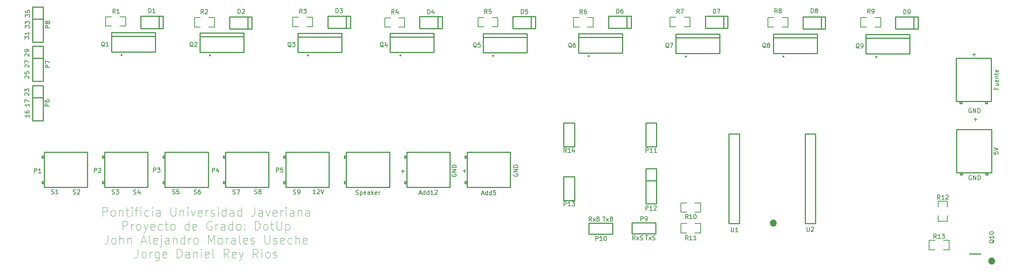
<source format=gbr>
%TF.GenerationSoftware,KiCad,Pcbnew,9.0.4*%
%TF.CreationDate,2025-10-20T22:53:34-05:00*%
%TF.ProjectId,PCB,5043422e-6b69-4636-9164-5f7063625858,rev?*%
%TF.SameCoordinates,Original*%
%TF.FileFunction,Legend,Top*%
%TF.FilePolarity,Positive*%
%FSLAX46Y46*%
G04 Gerber Fmt 4.6, Leading zero omitted, Abs format (unit mm)*
G04 Created by KiCad (PCBNEW 9.0.4) date 2025-10-20 22:53:34*
%MOMM*%
%LPD*%
G01*
G04 APERTURE LIST*
%ADD10C,0.811604*%
%ADD11C,0.150000*%
%ADD12C,0.100000*%
%ADD13C,0.250000*%
%ADD14C,0.400000*%
%ADD15R,1.210000X1.700000*%
%ADD16C,1.800000*%
%ADD17R,2.000000X2.500000*%
%ADD18O,2.000000X2.500000*%
%ADD19C,2.000000*%
%ADD20R,1.700000X1.700000*%
%ADD21C,1.700000*%
%ADD22R,1.570000X1.570000*%
%ADD23C,1.570000*%
%ADD24C,1.520000*%
%ADD25R,1.700000X1.210000*%
G04 APERTURE END LIST*
D10*
X261213002Y-104800400D02*
G75*
G02*
X260401398Y-104800400I-405802J0D01*
G01*
X260401398Y-104800400D02*
G75*
G02*
X261213002Y-104800400I405802J0D01*
G01*
X210616202Y-96012000D02*
G75*
G02*
X209804598Y-96012000I-405802J0D01*
G01*
X209804598Y-96012000D02*
G75*
G02*
X210616202Y-96012000I405802J0D01*
G01*
D11*
X71027295Y-89205600D02*
X71170152Y-89253219D01*
X71170152Y-89253219D02*
X71408247Y-89253219D01*
X71408247Y-89253219D02*
X71503485Y-89205600D01*
X71503485Y-89205600D02*
X71551104Y-89157980D01*
X71551104Y-89157980D02*
X71598723Y-89062742D01*
X71598723Y-89062742D02*
X71598723Y-88967504D01*
X71598723Y-88967504D02*
X71551104Y-88872266D01*
X71551104Y-88872266D02*
X71503485Y-88824647D01*
X71503485Y-88824647D02*
X71408247Y-88777028D01*
X71408247Y-88777028D02*
X71217771Y-88729409D01*
X71217771Y-88729409D02*
X71122533Y-88681790D01*
X71122533Y-88681790D02*
X71074914Y-88634171D01*
X71074914Y-88634171D02*
X71027295Y-88538933D01*
X71027295Y-88538933D02*
X71027295Y-88443695D01*
X71027295Y-88443695D02*
X71074914Y-88348457D01*
X71074914Y-88348457D02*
X71122533Y-88300838D01*
X71122533Y-88300838D02*
X71217771Y-88253219D01*
X71217771Y-88253219D02*
X71455866Y-88253219D01*
X71455866Y-88253219D02*
X71598723Y-88300838D01*
X72503485Y-88253219D02*
X72027295Y-88253219D01*
X72027295Y-88253219D02*
X71979676Y-88729409D01*
X71979676Y-88729409D02*
X72027295Y-88681790D01*
X72027295Y-88681790D02*
X72122533Y-88634171D01*
X72122533Y-88634171D02*
X72360628Y-88634171D01*
X72360628Y-88634171D02*
X72455866Y-88681790D01*
X72455866Y-88681790D02*
X72503485Y-88729409D01*
X72503485Y-88729409D02*
X72551104Y-88824647D01*
X72551104Y-88824647D02*
X72551104Y-89062742D01*
X72551104Y-89062742D02*
X72503485Y-89157980D01*
X72503485Y-89157980D02*
X72455866Y-89205600D01*
X72455866Y-89205600D02*
X72360628Y-89253219D01*
X72360628Y-89253219D02*
X72122533Y-89253219D01*
X72122533Y-89253219D02*
X72027295Y-89205600D01*
X72027295Y-89205600D02*
X71979676Y-89157980D01*
X36888057Y-66432504D02*
X36840438Y-66384885D01*
X36840438Y-66384885D02*
X36792819Y-66289647D01*
X36792819Y-66289647D02*
X36792819Y-66051552D01*
X36792819Y-66051552D02*
X36840438Y-65956314D01*
X36840438Y-65956314D02*
X36888057Y-65908695D01*
X36888057Y-65908695D02*
X36983295Y-65861076D01*
X36983295Y-65861076D02*
X37078533Y-65861076D01*
X37078533Y-65861076D02*
X37221390Y-65908695D01*
X37221390Y-65908695D02*
X37792819Y-66480123D01*
X37792819Y-66480123D02*
X37792819Y-65861076D01*
X36792819Y-65527742D02*
X36792819Y-64908695D01*
X36792819Y-64908695D02*
X37173771Y-65242028D01*
X37173771Y-65242028D02*
X37173771Y-65099171D01*
X37173771Y-65099171D02*
X37221390Y-65003933D01*
X37221390Y-65003933D02*
X37269009Y-64956314D01*
X37269009Y-64956314D02*
X37364247Y-64908695D01*
X37364247Y-64908695D02*
X37602342Y-64908695D01*
X37602342Y-64908695D02*
X37697580Y-64956314D01*
X37697580Y-64956314D02*
X37745200Y-65003933D01*
X37745200Y-65003933D02*
X37792819Y-65099171D01*
X37792819Y-65099171D02*
X37792819Y-65384885D01*
X37792819Y-65384885D02*
X37745200Y-65480123D01*
X37745200Y-65480123D02*
X37697580Y-65527742D01*
X48027295Y-89256400D02*
X48170152Y-89304019D01*
X48170152Y-89304019D02*
X48408247Y-89304019D01*
X48408247Y-89304019D02*
X48503485Y-89256400D01*
X48503485Y-89256400D02*
X48551104Y-89208780D01*
X48551104Y-89208780D02*
X48598723Y-89113542D01*
X48598723Y-89113542D02*
X48598723Y-89018304D01*
X48598723Y-89018304D02*
X48551104Y-88923066D01*
X48551104Y-88923066D02*
X48503485Y-88875447D01*
X48503485Y-88875447D02*
X48408247Y-88827828D01*
X48408247Y-88827828D02*
X48217771Y-88780209D01*
X48217771Y-88780209D02*
X48122533Y-88732590D01*
X48122533Y-88732590D02*
X48074914Y-88684971D01*
X48074914Y-88684971D02*
X48027295Y-88589733D01*
X48027295Y-88589733D02*
X48027295Y-88494495D01*
X48027295Y-88494495D02*
X48074914Y-88399257D01*
X48074914Y-88399257D02*
X48122533Y-88351638D01*
X48122533Y-88351638D02*
X48217771Y-88304019D01*
X48217771Y-88304019D02*
X48455866Y-88304019D01*
X48455866Y-88304019D02*
X48598723Y-88351638D01*
X48979676Y-88399257D02*
X49027295Y-88351638D01*
X49027295Y-88351638D02*
X49122533Y-88304019D01*
X49122533Y-88304019D02*
X49360628Y-88304019D01*
X49360628Y-88304019D02*
X49455866Y-88351638D01*
X49455866Y-88351638D02*
X49503485Y-88399257D01*
X49503485Y-88399257D02*
X49551104Y-88494495D01*
X49551104Y-88494495D02*
X49551104Y-88589733D01*
X49551104Y-88589733D02*
X49503485Y-88732590D01*
X49503485Y-88732590D02*
X48932057Y-89304019D01*
X48932057Y-89304019D02*
X49551104Y-89304019D01*
X104170752Y-89253219D02*
X103599324Y-89253219D01*
X103885038Y-89253219D02*
X103885038Y-88253219D01*
X103885038Y-88253219D02*
X103789800Y-88396076D01*
X103789800Y-88396076D02*
X103694562Y-88491314D01*
X103694562Y-88491314D02*
X103599324Y-88538933D01*
X104551705Y-88348457D02*
X104599324Y-88300838D01*
X104599324Y-88300838D02*
X104694562Y-88253219D01*
X104694562Y-88253219D02*
X104932657Y-88253219D01*
X104932657Y-88253219D02*
X105027895Y-88300838D01*
X105027895Y-88300838D02*
X105075514Y-88348457D01*
X105075514Y-88348457D02*
X105123133Y-88443695D01*
X105123133Y-88443695D02*
X105123133Y-88538933D01*
X105123133Y-88538933D02*
X105075514Y-88681790D01*
X105075514Y-88681790D02*
X104504086Y-89253219D01*
X104504086Y-89253219D02*
X105123133Y-89253219D01*
X105408848Y-88253219D02*
X105742181Y-89253219D01*
X105742181Y-89253219D02*
X106075514Y-88253219D01*
X36888057Y-57352304D02*
X36840438Y-57304685D01*
X36840438Y-57304685D02*
X36792819Y-57209447D01*
X36792819Y-57209447D02*
X36792819Y-56971352D01*
X36792819Y-56971352D02*
X36840438Y-56876114D01*
X36840438Y-56876114D02*
X36888057Y-56828495D01*
X36888057Y-56828495D02*
X36983295Y-56780876D01*
X36983295Y-56780876D02*
X37078533Y-56780876D01*
X37078533Y-56780876D02*
X37221390Y-56828495D01*
X37221390Y-56828495D02*
X37792819Y-57399923D01*
X37792819Y-57399923D02*
X37792819Y-56780876D01*
X37792819Y-56304685D02*
X37792819Y-56114209D01*
X37792819Y-56114209D02*
X37745200Y-56018971D01*
X37745200Y-56018971D02*
X37697580Y-55971352D01*
X37697580Y-55971352D02*
X37554723Y-55876114D01*
X37554723Y-55876114D02*
X37364247Y-55828495D01*
X37364247Y-55828495D02*
X36983295Y-55828495D01*
X36983295Y-55828495D02*
X36888057Y-55876114D01*
X36888057Y-55876114D02*
X36840438Y-55923733D01*
X36840438Y-55923733D02*
X36792819Y-56018971D01*
X36792819Y-56018971D02*
X36792819Y-56209447D01*
X36792819Y-56209447D02*
X36840438Y-56304685D01*
X36840438Y-56304685D02*
X36888057Y-56352304D01*
X36888057Y-56352304D02*
X36983295Y-56399923D01*
X36983295Y-56399923D02*
X37221390Y-56399923D01*
X37221390Y-56399923D02*
X37316628Y-56352304D01*
X37316628Y-56352304D02*
X37364247Y-56304685D01*
X37364247Y-56304685D02*
X37411866Y-56209447D01*
X37411866Y-56209447D02*
X37411866Y-56018971D01*
X37411866Y-56018971D02*
X37364247Y-55923733D01*
X37364247Y-55923733D02*
X37316628Y-55876114D01*
X37316628Y-55876114D02*
X37221390Y-55828495D01*
X90027695Y-89205600D02*
X90170552Y-89253219D01*
X90170552Y-89253219D02*
X90408647Y-89253219D01*
X90408647Y-89253219D02*
X90503885Y-89205600D01*
X90503885Y-89205600D02*
X90551504Y-89157980D01*
X90551504Y-89157980D02*
X90599123Y-89062742D01*
X90599123Y-89062742D02*
X90599123Y-88967504D01*
X90599123Y-88967504D02*
X90551504Y-88872266D01*
X90551504Y-88872266D02*
X90503885Y-88824647D01*
X90503885Y-88824647D02*
X90408647Y-88777028D01*
X90408647Y-88777028D02*
X90218171Y-88729409D01*
X90218171Y-88729409D02*
X90122933Y-88681790D01*
X90122933Y-88681790D02*
X90075314Y-88634171D01*
X90075314Y-88634171D02*
X90027695Y-88538933D01*
X90027695Y-88538933D02*
X90027695Y-88443695D01*
X90027695Y-88443695D02*
X90075314Y-88348457D01*
X90075314Y-88348457D02*
X90122933Y-88300838D01*
X90122933Y-88300838D02*
X90218171Y-88253219D01*
X90218171Y-88253219D02*
X90456266Y-88253219D01*
X90456266Y-88253219D02*
X90599123Y-88300838D01*
X91170552Y-88681790D02*
X91075314Y-88634171D01*
X91075314Y-88634171D02*
X91027695Y-88586552D01*
X91027695Y-88586552D02*
X90980076Y-88491314D01*
X90980076Y-88491314D02*
X90980076Y-88443695D01*
X90980076Y-88443695D02*
X91027695Y-88348457D01*
X91027695Y-88348457D02*
X91075314Y-88300838D01*
X91075314Y-88300838D02*
X91170552Y-88253219D01*
X91170552Y-88253219D02*
X91361028Y-88253219D01*
X91361028Y-88253219D02*
X91456266Y-88300838D01*
X91456266Y-88300838D02*
X91503885Y-88348457D01*
X91503885Y-88348457D02*
X91551504Y-88443695D01*
X91551504Y-88443695D02*
X91551504Y-88491314D01*
X91551504Y-88491314D02*
X91503885Y-88586552D01*
X91503885Y-88586552D02*
X91456266Y-88634171D01*
X91456266Y-88634171D02*
X91361028Y-88681790D01*
X91361028Y-88681790D02*
X91170552Y-88681790D01*
X91170552Y-88681790D02*
X91075314Y-88729409D01*
X91075314Y-88729409D02*
X91027695Y-88777028D01*
X91027695Y-88777028D02*
X90980076Y-88872266D01*
X90980076Y-88872266D02*
X90980076Y-89062742D01*
X90980076Y-89062742D02*
X91027695Y-89157980D01*
X91027695Y-89157980D02*
X91075314Y-89205600D01*
X91075314Y-89205600D02*
X91170552Y-89253219D01*
X91170552Y-89253219D02*
X91361028Y-89253219D01*
X91361028Y-89253219D02*
X91456266Y-89205600D01*
X91456266Y-89205600D02*
X91503885Y-89157980D01*
X91503885Y-89157980D02*
X91551504Y-89062742D01*
X91551504Y-89062742D02*
X91551504Y-88872266D01*
X91551504Y-88872266D02*
X91503885Y-88777028D01*
X91503885Y-88777028D02*
X91456266Y-88729409D01*
X91456266Y-88729409D02*
X91361028Y-88681790D01*
X135817438Y-84683304D02*
X135769819Y-84778542D01*
X135769819Y-84778542D02*
X135769819Y-84921399D01*
X135769819Y-84921399D02*
X135817438Y-85064256D01*
X135817438Y-85064256D02*
X135912676Y-85159494D01*
X135912676Y-85159494D02*
X136007914Y-85207113D01*
X136007914Y-85207113D02*
X136198390Y-85254732D01*
X136198390Y-85254732D02*
X136341247Y-85254732D01*
X136341247Y-85254732D02*
X136531723Y-85207113D01*
X136531723Y-85207113D02*
X136626961Y-85159494D01*
X136626961Y-85159494D02*
X136722200Y-85064256D01*
X136722200Y-85064256D02*
X136769819Y-84921399D01*
X136769819Y-84921399D02*
X136769819Y-84826161D01*
X136769819Y-84826161D02*
X136722200Y-84683304D01*
X136722200Y-84683304D02*
X136674580Y-84635685D01*
X136674580Y-84635685D02*
X136341247Y-84635685D01*
X136341247Y-84635685D02*
X136341247Y-84826161D01*
X136769819Y-84207113D02*
X135769819Y-84207113D01*
X135769819Y-84207113D02*
X136769819Y-83635685D01*
X136769819Y-83635685D02*
X135769819Y-83635685D01*
X136769819Y-83159494D02*
X135769819Y-83159494D01*
X135769819Y-83159494D02*
X135769819Y-82921399D01*
X135769819Y-82921399D02*
X135817438Y-82778542D01*
X135817438Y-82778542D02*
X135912676Y-82683304D01*
X135912676Y-82683304D02*
X136007914Y-82635685D01*
X136007914Y-82635685D02*
X136198390Y-82588066D01*
X136198390Y-82588066D02*
X136341247Y-82588066D01*
X136341247Y-82588066D02*
X136531723Y-82635685D01*
X136531723Y-82635685D02*
X136626961Y-82683304D01*
X136626961Y-82683304D02*
X136722200Y-82778542D01*
X136722200Y-82778542D02*
X136769819Y-82921399D01*
X136769819Y-82921399D02*
X136769819Y-83159494D01*
X36888057Y-62432304D02*
X36840438Y-62384685D01*
X36840438Y-62384685D02*
X36792819Y-62289447D01*
X36792819Y-62289447D02*
X36792819Y-62051352D01*
X36792819Y-62051352D02*
X36840438Y-61956114D01*
X36840438Y-61956114D02*
X36888057Y-61908495D01*
X36888057Y-61908495D02*
X36983295Y-61860876D01*
X36983295Y-61860876D02*
X37078533Y-61860876D01*
X37078533Y-61860876D02*
X37221390Y-61908495D01*
X37221390Y-61908495D02*
X37792819Y-62479923D01*
X37792819Y-62479923D02*
X37792819Y-61860876D01*
X36792819Y-60956114D02*
X36792819Y-61432304D01*
X36792819Y-61432304D02*
X37269009Y-61479923D01*
X37269009Y-61479923D02*
X37221390Y-61432304D01*
X37221390Y-61432304D02*
X37173771Y-61337066D01*
X37173771Y-61337066D02*
X37173771Y-61098971D01*
X37173771Y-61098971D02*
X37221390Y-61003733D01*
X37221390Y-61003733D02*
X37269009Y-60956114D01*
X37269009Y-60956114D02*
X37364247Y-60908495D01*
X37364247Y-60908495D02*
X37602342Y-60908495D01*
X37602342Y-60908495D02*
X37697580Y-60956114D01*
X37697580Y-60956114D02*
X37745200Y-61003733D01*
X37745200Y-61003733D02*
X37792819Y-61098971D01*
X37792819Y-61098971D02*
X37792819Y-61337066D01*
X37792819Y-61337066D02*
X37745200Y-61432304D01*
X37745200Y-61432304D02*
X37697580Y-61479923D01*
X170716724Y-94552419D02*
X171288152Y-94552419D01*
X171002438Y-95552419D02*
X171002438Y-94552419D01*
X171526248Y-95552419D02*
X172050057Y-94885752D01*
X171526248Y-94885752D02*
X172050057Y-95552419D01*
X172764343Y-95028609D02*
X172907200Y-95076228D01*
X172907200Y-95076228D02*
X172954819Y-95123847D01*
X172954819Y-95123847D02*
X173002438Y-95219085D01*
X173002438Y-95219085D02*
X173002438Y-95361942D01*
X173002438Y-95361942D02*
X172954819Y-95457180D01*
X172954819Y-95457180D02*
X172907200Y-95504800D01*
X172907200Y-95504800D02*
X172811962Y-95552419D01*
X172811962Y-95552419D02*
X172431010Y-95552419D01*
X172431010Y-95552419D02*
X172431010Y-94552419D01*
X172431010Y-94552419D02*
X172764343Y-94552419D01*
X172764343Y-94552419D02*
X172859581Y-94600038D01*
X172859581Y-94600038D02*
X172907200Y-94647657D01*
X172907200Y-94647657D02*
X172954819Y-94742895D01*
X172954819Y-94742895D02*
X172954819Y-94838133D01*
X172954819Y-94838133D02*
X172907200Y-94933371D01*
X172907200Y-94933371D02*
X172859581Y-94980990D01*
X172859581Y-94980990D02*
X172764343Y-95028609D01*
X172764343Y-95028609D02*
X172431010Y-95028609D01*
X76027295Y-89256400D02*
X76170152Y-89304019D01*
X76170152Y-89304019D02*
X76408247Y-89304019D01*
X76408247Y-89304019D02*
X76503485Y-89256400D01*
X76503485Y-89256400D02*
X76551104Y-89208780D01*
X76551104Y-89208780D02*
X76598723Y-89113542D01*
X76598723Y-89113542D02*
X76598723Y-89018304D01*
X76598723Y-89018304D02*
X76551104Y-88923066D01*
X76551104Y-88923066D02*
X76503485Y-88875447D01*
X76503485Y-88875447D02*
X76408247Y-88827828D01*
X76408247Y-88827828D02*
X76217771Y-88780209D01*
X76217771Y-88780209D02*
X76122533Y-88732590D01*
X76122533Y-88732590D02*
X76074914Y-88684971D01*
X76074914Y-88684971D02*
X76027295Y-88589733D01*
X76027295Y-88589733D02*
X76027295Y-88494495D01*
X76027295Y-88494495D02*
X76074914Y-88399257D01*
X76074914Y-88399257D02*
X76122533Y-88351638D01*
X76122533Y-88351638D02*
X76217771Y-88304019D01*
X76217771Y-88304019D02*
X76455866Y-88304019D01*
X76455866Y-88304019D02*
X76598723Y-88351638D01*
X77455866Y-88304019D02*
X77265390Y-88304019D01*
X77265390Y-88304019D02*
X77170152Y-88351638D01*
X77170152Y-88351638D02*
X77122533Y-88399257D01*
X77122533Y-88399257D02*
X77027295Y-88542114D01*
X77027295Y-88542114D02*
X76979676Y-88732590D01*
X76979676Y-88732590D02*
X76979676Y-89113542D01*
X76979676Y-89113542D02*
X77027295Y-89208780D01*
X77027295Y-89208780D02*
X77074914Y-89256400D01*
X77074914Y-89256400D02*
X77170152Y-89304019D01*
X77170152Y-89304019D02*
X77360628Y-89304019D01*
X77360628Y-89304019D02*
X77455866Y-89256400D01*
X77455866Y-89256400D02*
X77503485Y-89208780D01*
X77503485Y-89208780D02*
X77551104Y-89113542D01*
X77551104Y-89113542D02*
X77551104Y-88875447D01*
X77551104Y-88875447D02*
X77503485Y-88780209D01*
X77503485Y-88780209D02*
X77455866Y-88732590D01*
X77455866Y-88732590D02*
X77360628Y-88684971D01*
X77360628Y-88684971D02*
X77170152Y-88684971D01*
X77170152Y-88684971D02*
X77074914Y-88732590D01*
X77074914Y-88732590D02*
X77027295Y-88780209D01*
X77027295Y-88780209D02*
X76979676Y-88875447D01*
X36945219Y-48319923D02*
X36945219Y-47700876D01*
X36945219Y-47700876D02*
X37326171Y-48034209D01*
X37326171Y-48034209D02*
X37326171Y-47891352D01*
X37326171Y-47891352D02*
X37373790Y-47796114D01*
X37373790Y-47796114D02*
X37421409Y-47748495D01*
X37421409Y-47748495D02*
X37516647Y-47700876D01*
X37516647Y-47700876D02*
X37754742Y-47700876D01*
X37754742Y-47700876D02*
X37849980Y-47748495D01*
X37849980Y-47748495D02*
X37897600Y-47796114D01*
X37897600Y-47796114D02*
X37945219Y-47891352D01*
X37945219Y-47891352D02*
X37945219Y-48177066D01*
X37945219Y-48177066D02*
X37897600Y-48272304D01*
X37897600Y-48272304D02*
X37849980Y-48319923D01*
X36945219Y-46796114D02*
X36945219Y-47272304D01*
X36945219Y-47272304D02*
X37421409Y-47319923D01*
X37421409Y-47319923D02*
X37373790Y-47272304D01*
X37373790Y-47272304D02*
X37326171Y-47177066D01*
X37326171Y-47177066D02*
X37326171Y-46938971D01*
X37326171Y-46938971D02*
X37373790Y-46843733D01*
X37373790Y-46843733D02*
X37421409Y-46796114D01*
X37421409Y-46796114D02*
X37516647Y-46748495D01*
X37516647Y-46748495D02*
X37754742Y-46748495D01*
X37754742Y-46748495D02*
X37849980Y-46796114D01*
X37849980Y-46796114D02*
X37897600Y-46843733D01*
X37897600Y-46843733D02*
X37945219Y-46938971D01*
X37945219Y-46938971D02*
X37945219Y-47177066D01*
X37945219Y-47177066D02*
X37897600Y-47272304D01*
X37897600Y-47272304D02*
X37849980Y-47319923D01*
X43027295Y-89205600D02*
X43170152Y-89253219D01*
X43170152Y-89253219D02*
X43408247Y-89253219D01*
X43408247Y-89253219D02*
X43503485Y-89205600D01*
X43503485Y-89205600D02*
X43551104Y-89157980D01*
X43551104Y-89157980D02*
X43598723Y-89062742D01*
X43598723Y-89062742D02*
X43598723Y-88967504D01*
X43598723Y-88967504D02*
X43551104Y-88872266D01*
X43551104Y-88872266D02*
X43503485Y-88824647D01*
X43503485Y-88824647D02*
X43408247Y-88777028D01*
X43408247Y-88777028D02*
X43217771Y-88729409D01*
X43217771Y-88729409D02*
X43122533Y-88681790D01*
X43122533Y-88681790D02*
X43074914Y-88634171D01*
X43074914Y-88634171D02*
X43027295Y-88538933D01*
X43027295Y-88538933D02*
X43027295Y-88443695D01*
X43027295Y-88443695D02*
X43074914Y-88348457D01*
X43074914Y-88348457D02*
X43122533Y-88300838D01*
X43122533Y-88300838D02*
X43217771Y-88253219D01*
X43217771Y-88253219D02*
X43455866Y-88253219D01*
X43455866Y-88253219D02*
X43598723Y-88300838D01*
X44551104Y-89253219D02*
X43979676Y-89253219D01*
X44265390Y-89253219D02*
X44265390Y-88253219D01*
X44265390Y-88253219D02*
X44170152Y-88396076D01*
X44170152Y-88396076D02*
X44074914Y-88491314D01*
X44074914Y-88491314D02*
X43979676Y-88538933D01*
X124757951Y-83999933D02*
X123996047Y-83999933D01*
X124376999Y-83618980D02*
X124376999Y-84380885D01*
X99027895Y-89256400D02*
X99170752Y-89304019D01*
X99170752Y-89304019D02*
X99408847Y-89304019D01*
X99408847Y-89304019D02*
X99504085Y-89256400D01*
X99504085Y-89256400D02*
X99551704Y-89208780D01*
X99551704Y-89208780D02*
X99599323Y-89113542D01*
X99599323Y-89113542D02*
X99599323Y-89018304D01*
X99599323Y-89018304D02*
X99551704Y-88923066D01*
X99551704Y-88923066D02*
X99504085Y-88875447D01*
X99504085Y-88875447D02*
X99408847Y-88827828D01*
X99408847Y-88827828D02*
X99218371Y-88780209D01*
X99218371Y-88780209D02*
X99123133Y-88732590D01*
X99123133Y-88732590D02*
X99075514Y-88684971D01*
X99075514Y-88684971D02*
X99027895Y-88589733D01*
X99027895Y-88589733D02*
X99027895Y-88494495D01*
X99027895Y-88494495D02*
X99075514Y-88399257D01*
X99075514Y-88399257D02*
X99123133Y-88351638D01*
X99123133Y-88351638D02*
X99218371Y-88304019D01*
X99218371Y-88304019D02*
X99456466Y-88304019D01*
X99456466Y-88304019D02*
X99599323Y-88351638D01*
X100075514Y-89304019D02*
X100265990Y-89304019D01*
X100265990Y-89304019D02*
X100361228Y-89256400D01*
X100361228Y-89256400D02*
X100408847Y-89208780D01*
X100408847Y-89208780D02*
X100504085Y-89065923D01*
X100504085Y-89065923D02*
X100551704Y-88875447D01*
X100551704Y-88875447D02*
X100551704Y-88494495D01*
X100551704Y-88494495D02*
X100504085Y-88399257D01*
X100504085Y-88399257D02*
X100456466Y-88351638D01*
X100456466Y-88351638D02*
X100361228Y-88304019D01*
X100361228Y-88304019D02*
X100170752Y-88304019D01*
X100170752Y-88304019D02*
X100075514Y-88351638D01*
X100075514Y-88351638D02*
X100027895Y-88399257D01*
X100027895Y-88399257D02*
X99980276Y-88494495D01*
X99980276Y-88494495D02*
X99980276Y-88732590D01*
X99980276Y-88732590D02*
X100027895Y-88827828D01*
X100027895Y-88827828D02*
X100075514Y-88875447D01*
X100075514Y-88875447D02*
X100170752Y-88923066D01*
X100170752Y-88923066D02*
X100361228Y-88923066D01*
X100361228Y-88923066D02*
X100456466Y-88875447D01*
X100456466Y-88875447D02*
X100504085Y-88827828D01*
X100504085Y-88827828D02*
X100551704Y-88732590D01*
X139032751Y-83949133D02*
X138270847Y-83949133D01*
X138651799Y-83568180D02*
X138651799Y-84330085D01*
X36789019Y-53399923D02*
X36789019Y-52780876D01*
X36789019Y-52780876D02*
X37169971Y-53114209D01*
X37169971Y-53114209D02*
X37169971Y-52971352D01*
X37169971Y-52971352D02*
X37217590Y-52876114D01*
X37217590Y-52876114D02*
X37265209Y-52828495D01*
X37265209Y-52828495D02*
X37360447Y-52780876D01*
X37360447Y-52780876D02*
X37598542Y-52780876D01*
X37598542Y-52780876D02*
X37693780Y-52828495D01*
X37693780Y-52828495D02*
X37741400Y-52876114D01*
X37741400Y-52876114D02*
X37789019Y-52971352D01*
X37789019Y-52971352D02*
X37789019Y-53257066D01*
X37789019Y-53257066D02*
X37741400Y-53352304D01*
X37741400Y-53352304D02*
X37693780Y-53399923D01*
X37789019Y-51828495D02*
X37789019Y-52399923D01*
X37789019Y-52114209D02*
X36789019Y-52114209D01*
X36789019Y-52114209D02*
X36931876Y-52209447D01*
X36931876Y-52209447D02*
X37027114Y-52304685D01*
X37027114Y-52304685D02*
X37074733Y-52399923D01*
X256035895Y-69504838D02*
X255940657Y-69457219D01*
X255940657Y-69457219D02*
X255797800Y-69457219D01*
X255797800Y-69457219D02*
X255654943Y-69504838D01*
X255654943Y-69504838D02*
X255559705Y-69600076D01*
X255559705Y-69600076D02*
X255512086Y-69695314D01*
X255512086Y-69695314D02*
X255464467Y-69885790D01*
X255464467Y-69885790D02*
X255464467Y-70028647D01*
X255464467Y-70028647D02*
X255512086Y-70219123D01*
X255512086Y-70219123D02*
X255559705Y-70314361D01*
X255559705Y-70314361D02*
X255654943Y-70409600D01*
X255654943Y-70409600D02*
X255797800Y-70457219D01*
X255797800Y-70457219D02*
X255893038Y-70457219D01*
X255893038Y-70457219D02*
X256035895Y-70409600D01*
X256035895Y-70409600D02*
X256083514Y-70361980D01*
X256083514Y-70361980D02*
X256083514Y-70028647D01*
X256083514Y-70028647D02*
X255893038Y-70028647D01*
X256512086Y-70457219D02*
X256512086Y-69457219D01*
X256512086Y-69457219D02*
X257083514Y-70457219D01*
X257083514Y-70457219D02*
X257083514Y-69457219D01*
X257559705Y-70457219D02*
X257559705Y-69457219D01*
X257559705Y-69457219D02*
X257797800Y-69457219D01*
X257797800Y-69457219D02*
X257940657Y-69504838D01*
X257940657Y-69504838D02*
X258035895Y-69600076D01*
X258035895Y-69600076D02*
X258083514Y-69695314D01*
X258083514Y-69695314D02*
X258131133Y-69885790D01*
X258131133Y-69885790D02*
X258131133Y-70028647D01*
X258131133Y-70028647D02*
X258083514Y-70219123D01*
X258083514Y-70219123D02*
X258035895Y-70314361D01*
X258035895Y-70314361D02*
X257940657Y-70409600D01*
X257940657Y-70409600D02*
X257797800Y-70457219D01*
X257797800Y-70457219D02*
X257559705Y-70457219D01*
X62026895Y-89256400D02*
X62169752Y-89304019D01*
X62169752Y-89304019D02*
X62407847Y-89304019D01*
X62407847Y-89304019D02*
X62503085Y-89256400D01*
X62503085Y-89256400D02*
X62550704Y-89208780D01*
X62550704Y-89208780D02*
X62598323Y-89113542D01*
X62598323Y-89113542D02*
X62598323Y-89018304D01*
X62598323Y-89018304D02*
X62550704Y-88923066D01*
X62550704Y-88923066D02*
X62503085Y-88875447D01*
X62503085Y-88875447D02*
X62407847Y-88827828D01*
X62407847Y-88827828D02*
X62217371Y-88780209D01*
X62217371Y-88780209D02*
X62122133Y-88732590D01*
X62122133Y-88732590D02*
X62074514Y-88684971D01*
X62074514Y-88684971D02*
X62026895Y-88589733D01*
X62026895Y-88589733D02*
X62026895Y-88494495D01*
X62026895Y-88494495D02*
X62074514Y-88399257D01*
X62074514Y-88399257D02*
X62122133Y-88351638D01*
X62122133Y-88351638D02*
X62217371Y-88304019D01*
X62217371Y-88304019D02*
X62455466Y-88304019D01*
X62455466Y-88304019D02*
X62598323Y-88351638D01*
X63455466Y-88637352D02*
X63455466Y-89304019D01*
X63217371Y-88256400D02*
X62979276Y-88970685D01*
X62979276Y-88970685D02*
X63598323Y-88970685D01*
X178193771Y-99921219D02*
X177860438Y-99445028D01*
X177622343Y-99921219D02*
X177622343Y-98921219D01*
X177622343Y-98921219D02*
X178003295Y-98921219D01*
X178003295Y-98921219D02*
X178098533Y-98968838D01*
X178098533Y-98968838D02*
X178146152Y-99016457D01*
X178146152Y-99016457D02*
X178193771Y-99111695D01*
X178193771Y-99111695D02*
X178193771Y-99254552D01*
X178193771Y-99254552D02*
X178146152Y-99349790D01*
X178146152Y-99349790D02*
X178098533Y-99397409D01*
X178098533Y-99397409D02*
X178003295Y-99445028D01*
X178003295Y-99445028D02*
X177622343Y-99445028D01*
X178527105Y-99921219D02*
X179050914Y-99254552D01*
X178527105Y-99254552D02*
X179050914Y-99921219D01*
X179384248Y-99873600D02*
X179527105Y-99921219D01*
X179527105Y-99921219D02*
X179765200Y-99921219D01*
X179765200Y-99921219D02*
X179860438Y-99873600D01*
X179860438Y-99873600D02*
X179908057Y-99825980D01*
X179908057Y-99825980D02*
X179955676Y-99730742D01*
X179955676Y-99730742D02*
X179955676Y-99635504D01*
X179955676Y-99635504D02*
X179908057Y-99540266D01*
X179908057Y-99540266D02*
X179860438Y-99492647D01*
X179860438Y-99492647D02*
X179765200Y-99445028D01*
X179765200Y-99445028D02*
X179574724Y-99397409D01*
X179574724Y-99397409D02*
X179479486Y-99349790D01*
X179479486Y-99349790D02*
X179431867Y-99302171D01*
X179431867Y-99302171D02*
X179384248Y-99206933D01*
X179384248Y-99206933D02*
X179384248Y-99111695D01*
X179384248Y-99111695D02*
X179431867Y-99016457D01*
X179431867Y-99016457D02*
X179479486Y-98968838D01*
X179479486Y-98968838D02*
X179574724Y-98921219D01*
X179574724Y-98921219D02*
X179812819Y-98921219D01*
X179812819Y-98921219D02*
X179955676Y-98968838D01*
X36888057Y-59892304D02*
X36840438Y-59844685D01*
X36840438Y-59844685D02*
X36792819Y-59749447D01*
X36792819Y-59749447D02*
X36792819Y-59511352D01*
X36792819Y-59511352D02*
X36840438Y-59416114D01*
X36840438Y-59416114D02*
X36888057Y-59368495D01*
X36888057Y-59368495D02*
X36983295Y-59320876D01*
X36983295Y-59320876D02*
X37078533Y-59320876D01*
X37078533Y-59320876D02*
X37221390Y-59368495D01*
X37221390Y-59368495D02*
X37792819Y-59939923D01*
X37792819Y-59939923D02*
X37792819Y-59320876D01*
X36792819Y-58987542D02*
X36792819Y-58320876D01*
X36792819Y-58320876D02*
X37792819Y-58749447D01*
X37843619Y-70941076D02*
X37843619Y-71512504D01*
X37843619Y-71226790D02*
X36843619Y-71226790D01*
X36843619Y-71226790D02*
X36986476Y-71322028D01*
X36986476Y-71322028D02*
X37081714Y-71417266D01*
X37081714Y-71417266D02*
X37129333Y-71512504D01*
X36843619Y-70083933D02*
X36843619Y-70274409D01*
X36843619Y-70274409D02*
X36891238Y-70369647D01*
X36891238Y-70369647D02*
X36938857Y-70417266D01*
X36938857Y-70417266D02*
X37081714Y-70512504D01*
X37081714Y-70512504D02*
X37272190Y-70560123D01*
X37272190Y-70560123D02*
X37653142Y-70560123D01*
X37653142Y-70560123D02*
X37748380Y-70512504D01*
X37748380Y-70512504D02*
X37796000Y-70464885D01*
X37796000Y-70464885D02*
X37843619Y-70369647D01*
X37843619Y-70369647D02*
X37843619Y-70179171D01*
X37843619Y-70179171D02*
X37796000Y-70083933D01*
X37796000Y-70083933D02*
X37748380Y-70036314D01*
X37748380Y-70036314D02*
X37653142Y-69988695D01*
X37653142Y-69988695D02*
X37415047Y-69988695D01*
X37415047Y-69988695D02*
X37319809Y-70036314D01*
X37319809Y-70036314D02*
X37272190Y-70083933D01*
X37272190Y-70083933D02*
X37224571Y-70179171D01*
X37224571Y-70179171D02*
X37224571Y-70369647D01*
X37224571Y-70369647D02*
X37272190Y-70464885D01*
X37272190Y-70464885D02*
X37319809Y-70512504D01*
X37319809Y-70512504D02*
X37415047Y-70560123D01*
X256082895Y-85049638D02*
X255987657Y-85002019D01*
X255987657Y-85002019D02*
X255844800Y-85002019D01*
X255844800Y-85002019D02*
X255701943Y-85049638D01*
X255701943Y-85049638D02*
X255606705Y-85144876D01*
X255606705Y-85144876D02*
X255559086Y-85240114D01*
X255559086Y-85240114D02*
X255511467Y-85430590D01*
X255511467Y-85430590D02*
X255511467Y-85573447D01*
X255511467Y-85573447D02*
X255559086Y-85763923D01*
X255559086Y-85763923D02*
X255606705Y-85859161D01*
X255606705Y-85859161D02*
X255701943Y-85954400D01*
X255701943Y-85954400D02*
X255844800Y-86002019D01*
X255844800Y-86002019D02*
X255940038Y-86002019D01*
X255940038Y-86002019D02*
X256082895Y-85954400D01*
X256082895Y-85954400D02*
X256130514Y-85906780D01*
X256130514Y-85906780D02*
X256130514Y-85573447D01*
X256130514Y-85573447D02*
X255940038Y-85573447D01*
X256559086Y-86002019D02*
X256559086Y-85002019D01*
X256559086Y-85002019D02*
X257130514Y-86002019D01*
X257130514Y-86002019D02*
X257130514Y-85002019D01*
X257606705Y-86002019D02*
X257606705Y-85002019D01*
X257606705Y-85002019D02*
X257844800Y-85002019D01*
X257844800Y-85002019D02*
X257987657Y-85049638D01*
X257987657Y-85049638D02*
X258082895Y-85144876D01*
X258082895Y-85144876D02*
X258130514Y-85240114D01*
X258130514Y-85240114D02*
X258178133Y-85430590D01*
X258178133Y-85430590D02*
X258178133Y-85573447D01*
X258178133Y-85573447D02*
X258130514Y-85763923D01*
X258130514Y-85763923D02*
X258082895Y-85859161D01*
X258082895Y-85859161D02*
X257987657Y-85954400D01*
X257987657Y-85954400D02*
X257844800Y-86002019D01*
X257844800Y-86002019D02*
X257606705Y-86002019D01*
X168111561Y-95552419D02*
X167778228Y-95076228D01*
X167540133Y-95552419D02*
X167540133Y-94552419D01*
X167540133Y-94552419D02*
X167921085Y-94552419D01*
X167921085Y-94552419D02*
X168016323Y-94600038D01*
X168016323Y-94600038D02*
X168063942Y-94647657D01*
X168063942Y-94647657D02*
X168111561Y-94742895D01*
X168111561Y-94742895D02*
X168111561Y-94885752D01*
X168111561Y-94885752D02*
X168063942Y-94980990D01*
X168063942Y-94980990D02*
X168016323Y-95028609D01*
X168016323Y-95028609D02*
X167921085Y-95076228D01*
X167921085Y-95076228D02*
X167540133Y-95076228D01*
X168444895Y-95552419D02*
X168968704Y-94885752D01*
X168444895Y-94885752D02*
X168968704Y-95552419D01*
X169682990Y-95028609D02*
X169825847Y-95076228D01*
X169825847Y-95076228D02*
X169873466Y-95123847D01*
X169873466Y-95123847D02*
X169921085Y-95219085D01*
X169921085Y-95219085D02*
X169921085Y-95361942D01*
X169921085Y-95361942D02*
X169873466Y-95457180D01*
X169873466Y-95457180D02*
X169825847Y-95504800D01*
X169825847Y-95504800D02*
X169730609Y-95552419D01*
X169730609Y-95552419D02*
X169349657Y-95552419D01*
X169349657Y-95552419D02*
X169349657Y-94552419D01*
X169349657Y-94552419D02*
X169682990Y-94552419D01*
X169682990Y-94552419D02*
X169778228Y-94600038D01*
X169778228Y-94600038D02*
X169825847Y-94647657D01*
X169825847Y-94647657D02*
X169873466Y-94742895D01*
X169873466Y-94742895D02*
X169873466Y-94838133D01*
X169873466Y-94838133D02*
X169825847Y-94933371D01*
X169825847Y-94933371D02*
X169778228Y-94980990D01*
X169778228Y-94980990D02*
X169682990Y-95028609D01*
X169682990Y-95028609D02*
X169349657Y-95028609D01*
X36894419Y-50859923D02*
X36894419Y-50240876D01*
X36894419Y-50240876D02*
X37275371Y-50574209D01*
X37275371Y-50574209D02*
X37275371Y-50431352D01*
X37275371Y-50431352D02*
X37322990Y-50336114D01*
X37322990Y-50336114D02*
X37370609Y-50288495D01*
X37370609Y-50288495D02*
X37465847Y-50240876D01*
X37465847Y-50240876D02*
X37703942Y-50240876D01*
X37703942Y-50240876D02*
X37799180Y-50288495D01*
X37799180Y-50288495D02*
X37846800Y-50336114D01*
X37846800Y-50336114D02*
X37894419Y-50431352D01*
X37894419Y-50431352D02*
X37894419Y-50717066D01*
X37894419Y-50717066D02*
X37846800Y-50812304D01*
X37846800Y-50812304D02*
X37799180Y-50859923D01*
X36894419Y-49907542D02*
X36894419Y-49288495D01*
X36894419Y-49288495D02*
X37275371Y-49621828D01*
X37275371Y-49621828D02*
X37275371Y-49478971D01*
X37275371Y-49478971D02*
X37322990Y-49383733D01*
X37322990Y-49383733D02*
X37370609Y-49336114D01*
X37370609Y-49336114D02*
X37465847Y-49288495D01*
X37465847Y-49288495D02*
X37703942Y-49288495D01*
X37703942Y-49288495D02*
X37799180Y-49336114D01*
X37799180Y-49336114D02*
X37846800Y-49383733D01*
X37846800Y-49383733D02*
X37894419Y-49478971D01*
X37894419Y-49478971D02*
X37894419Y-49764685D01*
X37894419Y-49764685D02*
X37846800Y-49859923D01*
X37846800Y-49859923D02*
X37799180Y-49907542D01*
D12*
X54838416Y-94382774D02*
X54838416Y-92382774D01*
X54838416Y-92382774D02*
X55600321Y-92382774D01*
X55600321Y-92382774D02*
X55790797Y-92478012D01*
X55790797Y-92478012D02*
X55886035Y-92573250D01*
X55886035Y-92573250D02*
X55981273Y-92763726D01*
X55981273Y-92763726D02*
X55981273Y-93049440D01*
X55981273Y-93049440D02*
X55886035Y-93239916D01*
X55886035Y-93239916D02*
X55790797Y-93335155D01*
X55790797Y-93335155D02*
X55600321Y-93430393D01*
X55600321Y-93430393D02*
X54838416Y-93430393D01*
X57124130Y-94382774D02*
X56933654Y-94287536D01*
X56933654Y-94287536D02*
X56838416Y-94192297D01*
X56838416Y-94192297D02*
X56743178Y-94001821D01*
X56743178Y-94001821D02*
X56743178Y-93430393D01*
X56743178Y-93430393D02*
X56838416Y-93239916D01*
X56838416Y-93239916D02*
X56933654Y-93144678D01*
X56933654Y-93144678D02*
X57124130Y-93049440D01*
X57124130Y-93049440D02*
X57409845Y-93049440D01*
X57409845Y-93049440D02*
X57600321Y-93144678D01*
X57600321Y-93144678D02*
X57695559Y-93239916D01*
X57695559Y-93239916D02*
X57790797Y-93430393D01*
X57790797Y-93430393D02*
X57790797Y-94001821D01*
X57790797Y-94001821D02*
X57695559Y-94192297D01*
X57695559Y-94192297D02*
X57600321Y-94287536D01*
X57600321Y-94287536D02*
X57409845Y-94382774D01*
X57409845Y-94382774D02*
X57124130Y-94382774D01*
X58647940Y-93049440D02*
X58647940Y-94382774D01*
X58647940Y-93239916D02*
X58743178Y-93144678D01*
X58743178Y-93144678D02*
X58933654Y-93049440D01*
X58933654Y-93049440D02*
X59219369Y-93049440D01*
X59219369Y-93049440D02*
X59409845Y-93144678D01*
X59409845Y-93144678D02*
X59505083Y-93335155D01*
X59505083Y-93335155D02*
X59505083Y-94382774D01*
X60171750Y-93049440D02*
X60933654Y-93049440D01*
X60457464Y-92382774D02*
X60457464Y-94097059D01*
X60457464Y-94097059D02*
X60552702Y-94287536D01*
X60552702Y-94287536D02*
X60743178Y-94382774D01*
X60743178Y-94382774D02*
X60933654Y-94382774D01*
X61600321Y-94382774D02*
X61600321Y-93049440D01*
X61600321Y-92382774D02*
X61505083Y-92478012D01*
X61505083Y-92478012D02*
X61600321Y-92573250D01*
X61600321Y-92573250D02*
X61695559Y-92478012D01*
X61695559Y-92478012D02*
X61600321Y-92382774D01*
X61600321Y-92382774D02*
X61600321Y-92573250D01*
X62266988Y-93049440D02*
X63028892Y-93049440D01*
X62552702Y-94382774D02*
X62552702Y-92668488D01*
X62552702Y-92668488D02*
X62647940Y-92478012D01*
X62647940Y-92478012D02*
X62838416Y-92382774D01*
X62838416Y-92382774D02*
X63028892Y-92382774D01*
X63695559Y-94382774D02*
X63695559Y-93049440D01*
X63695559Y-92382774D02*
X63600321Y-92478012D01*
X63600321Y-92478012D02*
X63695559Y-92573250D01*
X63695559Y-92573250D02*
X63790797Y-92478012D01*
X63790797Y-92478012D02*
X63695559Y-92382774D01*
X63695559Y-92382774D02*
X63695559Y-92573250D01*
X65505083Y-94287536D02*
X65314607Y-94382774D01*
X65314607Y-94382774D02*
X64933654Y-94382774D01*
X64933654Y-94382774D02*
X64743178Y-94287536D01*
X64743178Y-94287536D02*
X64647940Y-94192297D01*
X64647940Y-94192297D02*
X64552702Y-94001821D01*
X64552702Y-94001821D02*
X64552702Y-93430393D01*
X64552702Y-93430393D02*
X64647940Y-93239916D01*
X64647940Y-93239916D02*
X64743178Y-93144678D01*
X64743178Y-93144678D02*
X64933654Y-93049440D01*
X64933654Y-93049440D02*
X65314607Y-93049440D01*
X65314607Y-93049440D02*
X65505083Y-93144678D01*
X66362226Y-94382774D02*
X66362226Y-93049440D01*
X66362226Y-92382774D02*
X66266988Y-92478012D01*
X66266988Y-92478012D02*
X66362226Y-92573250D01*
X66362226Y-92573250D02*
X66457464Y-92478012D01*
X66457464Y-92478012D02*
X66362226Y-92382774D01*
X66362226Y-92382774D02*
X66362226Y-92573250D01*
X68171750Y-94382774D02*
X68171750Y-93335155D01*
X68171750Y-93335155D02*
X68076512Y-93144678D01*
X68076512Y-93144678D02*
X67886036Y-93049440D01*
X67886036Y-93049440D02*
X67505083Y-93049440D01*
X67505083Y-93049440D02*
X67314607Y-93144678D01*
X68171750Y-94287536D02*
X67981274Y-94382774D01*
X67981274Y-94382774D02*
X67505083Y-94382774D01*
X67505083Y-94382774D02*
X67314607Y-94287536D01*
X67314607Y-94287536D02*
X67219369Y-94097059D01*
X67219369Y-94097059D02*
X67219369Y-93906583D01*
X67219369Y-93906583D02*
X67314607Y-93716107D01*
X67314607Y-93716107D02*
X67505083Y-93620869D01*
X67505083Y-93620869D02*
X67981274Y-93620869D01*
X67981274Y-93620869D02*
X68171750Y-93525631D01*
X70647941Y-92382774D02*
X70647941Y-94001821D01*
X70647941Y-94001821D02*
X70743179Y-94192297D01*
X70743179Y-94192297D02*
X70838417Y-94287536D01*
X70838417Y-94287536D02*
X71028893Y-94382774D01*
X71028893Y-94382774D02*
X71409846Y-94382774D01*
X71409846Y-94382774D02*
X71600322Y-94287536D01*
X71600322Y-94287536D02*
X71695560Y-94192297D01*
X71695560Y-94192297D02*
X71790798Y-94001821D01*
X71790798Y-94001821D02*
X71790798Y-92382774D01*
X72743179Y-93049440D02*
X72743179Y-94382774D01*
X72743179Y-93239916D02*
X72838417Y-93144678D01*
X72838417Y-93144678D02*
X73028893Y-93049440D01*
X73028893Y-93049440D02*
X73314608Y-93049440D01*
X73314608Y-93049440D02*
X73505084Y-93144678D01*
X73505084Y-93144678D02*
X73600322Y-93335155D01*
X73600322Y-93335155D02*
X73600322Y-94382774D01*
X74552703Y-94382774D02*
X74552703Y-93049440D01*
X74552703Y-92382774D02*
X74457465Y-92478012D01*
X74457465Y-92478012D02*
X74552703Y-92573250D01*
X74552703Y-92573250D02*
X74647941Y-92478012D01*
X74647941Y-92478012D02*
X74552703Y-92382774D01*
X74552703Y-92382774D02*
X74552703Y-92573250D01*
X75314608Y-93049440D02*
X75790798Y-94382774D01*
X75790798Y-94382774D02*
X76266989Y-93049440D01*
X77790799Y-94287536D02*
X77600323Y-94382774D01*
X77600323Y-94382774D02*
X77219370Y-94382774D01*
X77219370Y-94382774D02*
X77028894Y-94287536D01*
X77028894Y-94287536D02*
X76933656Y-94097059D01*
X76933656Y-94097059D02*
X76933656Y-93335155D01*
X76933656Y-93335155D02*
X77028894Y-93144678D01*
X77028894Y-93144678D02*
X77219370Y-93049440D01*
X77219370Y-93049440D02*
X77600323Y-93049440D01*
X77600323Y-93049440D02*
X77790799Y-93144678D01*
X77790799Y-93144678D02*
X77886037Y-93335155D01*
X77886037Y-93335155D02*
X77886037Y-93525631D01*
X77886037Y-93525631D02*
X76933656Y-93716107D01*
X78743180Y-94382774D02*
X78743180Y-93049440D01*
X78743180Y-93430393D02*
X78838418Y-93239916D01*
X78838418Y-93239916D02*
X78933656Y-93144678D01*
X78933656Y-93144678D02*
X79124132Y-93049440D01*
X79124132Y-93049440D02*
X79314609Y-93049440D01*
X79886037Y-94287536D02*
X80076513Y-94382774D01*
X80076513Y-94382774D02*
X80457465Y-94382774D01*
X80457465Y-94382774D02*
X80647942Y-94287536D01*
X80647942Y-94287536D02*
X80743180Y-94097059D01*
X80743180Y-94097059D02*
X80743180Y-94001821D01*
X80743180Y-94001821D02*
X80647942Y-93811345D01*
X80647942Y-93811345D02*
X80457465Y-93716107D01*
X80457465Y-93716107D02*
X80171751Y-93716107D01*
X80171751Y-93716107D02*
X79981275Y-93620869D01*
X79981275Y-93620869D02*
X79886037Y-93430393D01*
X79886037Y-93430393D02*
X79886037Y-93335155D01*
X79886037Y-93335155D02*
X79981275Y-93144678D01*
X79981275Y-93144678D02*
X80171751Y-93049440D01*
X80171751Y-93049440D02*
X80457465Y-93049440D01*
X80457465Y-93049440D02*
X80647942Y-93144678D01*
X81600323Y-94382774D02*
X81600323Y-93049440D01*
X81600323Y-92382774D02*
X81505085Y-92478012D01*
X81505085Y-92478012D02*
X81600323Y-92573250D01*
X81600323Y-92573250D02*
X81695561Y-92478012D01*
X81695561Y-92478012D02*
X81600323Y-92382774D01*
X81600323Y-92382774D02*
X81600323Y-92573250D01*
X83409847Y-94382774D02*
X83409847Y-92382774D01*
X83409847Y-94287536D02*
X83219371Y-94382774D01*
X83219371Y-94382774D02*
X82838418Y-94382774D01*
X82838418Y-94382774D02*
X82647942Y-94287536D01*
X82647942Y-94287536D02*
X82552704Y-94192297D01*
X82552704Y-94192297D02*
X82457466Y-94001821D01*
X82457466Y-94001821D02*
X82457466Y-93430393D01*
X82457466Y-93430393D02*
X82552704Y-93239916D01*
X82552704Y-93239916D02*
X82647942Y-93144678D01*
X82647942Y-93144678D02*
X82838418Y-93049440D01*
X82838418Y-93049440D02*
X83219371Y-93049440D01*
X83219371Y-93049440D02*
X83409847Y-93144678D01*
X85219371Y-94382774D02*
X85219371Y-93335155D01*
X85219371Y-93335155D02*
X85124133Y-93144678D01*
X85124133Y-93144678D02*
X84933657Y-93049440D01*
X84933657Y-93049440D02*
X84552704Y-93049440D01*
X84552704Y-93049440D02*
X84362228Y-93144678D01*
X85219371Y-94287536D02*
X85028895Y-94382774D01*
X85028895Y-94382774D02*
X84552704Y-94382774D01*
X84552704Y-94382774D02*
X84362228Y-94287536D01*
X84362228Y-94287536D02*
X84266990Y-94097059D01*
X84266990Y-94097059D02*
X84266990Y-93906583D01*
X84266990Y-93906583D02*
X84362228Y-93716107D01*
X84362228Y-93716107D02*
X84552704Y-93620869D01*
X84552704Y-93620869D02*
X85028895Y-93620869D01*
X85028895Y-93620869D02*
X85219371Y-93525631D01*
X87028895Y-94382774D02*
X87028895Y-92382774D01*
X87028895Y-94287536D02*
X86838419Y-94382774D01*
X86838419Y-94382774D02*
X86457466Y-94382774D01*
X86457466Y-94382774D02*
X86266990Y-94287536D01*
X86266990Y-94287536D02*
X86171752Y-94192297D01*
X86171752Y-94192297D02*
X86076514Y-94001821D01*
X86076514Y-94001821D02*
X86076514Y-93430393D01*
X86076514Y-93430393D02*
X86171752Y-93239916D01*
X86171752Y-93239916D02*
X86266990Y-93144678D01*
X86266990Y-93144678D02*
X86457466Y-93049440D01*
X86457466Y-93049440D02*
X86838419Y-93049440D01*
X86838419Y-93049440D02*
X87028895Y-93144678D01*
X90076515Y-92382774D02*
X90076515Y-93811345D01*
X90076515Y-93811345D02*
X89981276Y-94097059D01*
X89981276Y-94097059D02*
X89790800Y-94287536D01*
X89790800Y-94287536D02*
X89505086Y-94382774D01*
X89505086Y-94382774D02*
X89314610Y-94382774D01*
X91886039Y-94382774D02*
X91886039Y-93335155D01*
X91886039Y-93335155D02*
X91790801Y-93144678D01*
X91790801Y-93144678D02*
X91600325Y-93049440D01*
X91600325Y-93049440D02*
X91219372Y-93049440D01*
X91219372Y-93049440D02*
X91028896Y-93144678D01*
X91886039Y-94287536D02*
X91695563Y-94382774D01*
X91695563Y-94382774D02*
X91219372Y-94382774D01*
X91219372Y-94382774D02*
X91028896Y-94287536D01*
X91028896Y-94287536D02*
X90933658Y-94097059D01*
X90933658Y-94097059D02*
X90933658Y-93906583D01*
X90933658Y-93906583D02*
X91028896Y-93716107D01*
X91028896Y-93716107D02*
X91219372Y-93620869D01*
X91219372Y-93620869D02*
X91695563Y-93620869D01*
X91695563Y-93620869D02*
X91886039Y-93525631D01*
X92647944Y-93049440D02*
X93124134Y-94382774D01*
X93124134Y-94382774D02*
X93600325Y-93049440D01*
X95124135Y-94287536D02*
X94933659Y-94382774D01*
X94933659Y-94382774D02*
X94552706Y-94382774D01*
X94552706Y-94382774D02*
X94362230Y-94287536D01*
X94362230Y-94287536D02*
X94266992Y-94097059D01*
X94266992Y-94097059D02*
X94266992Y-93335155D01*
X94266992Y-93335155D02*
X94362230Y-93144678D01*
X94362230Y-93144678D02*
X94552706Y-93049440D01*
X94552706Y-93049440D02*
X94933659Y-93049440D01*
X94933659Y-93049440D02*
X95124135Y-93144678D01*
X95124135Y-93144678D02*
X95219373Y-93335155D01*
X95219373Y-93335155D02*
X95219373Y-93525631D01*
X95219373Y-93525631D02*
X94266992Y-93716107D01*
X96076516Y-94382774D02*
X96076516Y-93049440D01*
X96076516Y-93430393D02*
X96171754Y-93239916D01*
X96171754Y-93239916D02*
X96266992Y-93144678D01*
X96266992Y-93144678D02*
X96457468Y-93049440D01*
X96457468Y-93049440D02*
X96647945Y-93049440D01*
X97314611Y-94382774D02*
X97314611Y-93049440D01*
X97314611Y-92382774D02*
X97219373Y-92478012D01*
X97219373Y-92478012D02*
X97314611Y-92573250D01*
X97314611Y-92573250D02*
X97409849Y-92478012D01*
X97409849Y-92478012D02*
X97314611Y-92382774D01*
X97314611Y-92382774D02*
X97314611Y-92573250D01*
X99124135Y-94382774D02*
X99124135Y-93335155D01*
X99124135Y-93335155D02*
X99028897Y-93144678D01*
X99028897Y-93144678D02*
X98838421Y-93049440D01*
X98838421Y-93049440D02*
X98457468Y-93049440D01*
X98457468Y-93049440D02*
X98266992Y-93144678D01*
X99124135Y-94287536D02*
X98933659Y-94382774D01*
X98933659Y-94382774D02*
X98457468Y-94382774D01*
X98457468Y-94382774D02*
X98266992Y-94287536D01*
X98266992Y-94287536D02*
X98171754Y-94097059D01*
X98171754Y-94097059D02*
X98171754Y-93906583D01*
X98171754Y-93906583D02*
X98266992Y-93716107D01*
X98266992Y-93716107D02*
X98457468Y-93620869D01*
X98457468Y-93620869D02*
X98933659Y-93620869D01*
X98933659Y-93620869D02*
X99124135Y-93525631D01*
X100076516Y-93049440D02*
X100076516Y-94382774D01*
X100076516Y-93239916D02*
X100171754Y-93144678D01*
X100171754Y-93144678D02*
X100362230Y-93049440D01*
X100362230Y-93049440D02*
X100647945Y-93049440D01*
X100647945Y-93049440D02*
X100838421Y-93144678D01*
X100838421Y-93144678D02*
X100933659Y-93335155D01*
X100933659Y-93335155D02*
X100933659Y-94382774D01*
X102743183Y-94382774D02*
X102743183Y-93335155D01*
X102743183Y-93335155D02*
X102647945Y-93144678D01*
X102647945Y-93144678D02*
X102457469Y-93049440D01*
X102457469Y-93049440D02*
X102076516Y-93049440D01*
X102076516Y-93049440D02*
X101886040Y-93144678D01*
X102743183Y-94287536D02*
X102552707Y-94382774D01*
X102552707Y-94382774D02*
X102076516Y-94382774D01*
X102076516Y-94382774D02*
X101886040Y-94287536D01*
X101886040Y-94287536D02*
X101790802Y-94097059D01*
X101790802Y-94097059D02*
X101790802Y-93906583D01*
X101790802Y-93906583D02*
X101886040Y-93716107D01*
X101886040Y-93716107D02*
X102076516Y-93620869D01*
X102076516Y-93620869D02*
X102552707Y-93620869D01*
X102552707Y-93620869D02*
X102743183Y-93525631D01*
X59505084Y-97602662D02*
X59505084Y-95602662D01*
X59505084Y-95602662D02*
X60266989Y-95602662D01*
X60266989Y-95602662D02*
X60457465Y-95697900D01*
X60457465Y-95697900D02*
X60552703Y-95793138D01*
X60552703Y-95793138D02*
X60647941Y-95983614D01*
X60647941Y-95983614D02*
X60647941Y-96269328D01*
X60647941Y-96269328D02*
X60552703Y-96459804D01*
X60552703Y-96459804D02*
X60457465Y-96555043D01*
X60457465Y-96555043D02*
X60266989Y-96650281D01*
X60266989Y-96650281D02*
X59505084Y-96650281D01*
X61505084Y-97602662D02*
X61505084Y-96269328D01*
X61505084Y-96650281D02*
X61600322Y-96459804D01*
X61600322Y-96459804D02*
X61695560Y-96364566D01*
X61695560Y-96364566D02*
X61886036Y-96269328D01*
X61886036Y-96269328D02*
X62076513Y-96269328D01*
X63028893Y-97602662D02*
X62838417Y-97507424D01*
X62838417Y-97507424D02*
X62743179Y-97412185D01*
X62743179Y-97412185D02*
X62647941Y-97221709D01*
X62647941Y-97221709D02*
X62647941Y-96650281D01*
X62647941Y-96650281D02*
X62743179Y-96459804D01*
X62743179Y-96459804D02*
X62838417Y-96364566D01*
X62838417Y-96364566D02*
X63028893Y-96269328D01*
X63028893Y-96269328D02*
X63314608Y-96269328D01*
X63314608Y-96269328D02*
X63505084Y-96364566D01*
X63505084Y-96364566D02*
X63600322Y-96459804D01*
X63600322Y-96459804D02*
X63695560Y-96650281D01*
X63695560Y-96650281D02*
X63695560Y-97221709D01*
X63695560Y-97221709D02*
X63600322Y-97412185D01*
X63600322Y-97412185D02*
X63505084Y-97507424D01*
X63505084Y-97507424D02*
X63314608Y-97602662D01*
X63314608Y-97602662D02*
X63028893Y-97602662D01*
X64362227Y-96269328D02*
X64838417Y-97602662D01*
X65314608Y-96269328D02*
X64838417Y-97602662D01*
X64838417Y-97602662D02*
X64647941Y-98078852D01*
X64647941Y-98078852D02*
X64552703Y-98174090D01*
X64552703Y-98174090D02*
X64362227Y-98269328D01*
X66838418Y-97507424D02*
X66647942Y-97602662D01*
X66647942Y-97602662D02*
X66266989Y-97602662D01*
X66266989Y-97602662D02*
X66076513Y-97507424D01*
X66076513Y-97507424D02*
X65981275Y-97316947D01*
X65981275Y-97316947D02*
X65981275Y-96555043D01*
X65981275Y-96555043D02*
X66076513Y-96364566D01*
X66076513Y-96364566D02*
X66266989Y-96269328D01*
X66266989Y-96269328D02*
X66647942Y-96269328D01*
X66647942Y-96269328D02*
X66838418Y-96364566D01*
X66838418Y-96364566D02*
X66933656Y-96555043D01*
X66933656Y-96555043D02*
X66933656Y-96745519D01*
X66933656Y-96745519D02*
X65981275Y-96935995D01*
X68647942Y-97507424D02*
X68457466Y-97602662D01*
X68457466Y-97602662D02*
X68076513Y-97602662D01*
X68076513Y-97602662D02*
X67886037Y-97507424D01*
X67886037Y-97507424D02*
X67790799Y-97412185D01*
X67790799Y-97412185D02*
X67695561Y-97221709D01*
X67695561Y-97221709D02*
X67695561Y-96650281D01*
X67695561Y-96650281D02*
X67790799Y-96459804D01*
X67790799Y-96459804D02*
X67886037Y-96364566D01*
X67886037Y-96364566D02*
X68076513Y-96269328D01*
X68076513Y-96269328D02*
X68457466Y-96269328D01*
X68457466Y-96269328D02*
X68647942Y-96364566D01*
X69219371Y-96269328D02*
X69981275Y-96269328D01*
X69505085Y-95602662D02*
X69505085Y-97316947D01*
X69505085Y-97316947D02*
X69600323Y-97507424D01*
X69600323Y-97507424D02*
X69790799Y-97602662D01*
X69790799Y-97602662D02*
X69981275Y-97602662D01*
X70933656Y-97602662D02*
X70743180Y-97507424D01*
X70743180Y-97507424D02*
X70647942Y-97412185D01*
X70647942Y-97412185D02*
X70552704Y-97221709D01*
X70552704Y-97221709D02*
X70552704Y-96650281D01*
X70552704Y-96650281D02*
X70647942Y-96459804D01*
X70647942Y-96459804D02*
X70743180Y-96364566D01*
X70743180Y-96364566D02*
X70933656Y-96269328D01*
X70933656Y-96269328D02*
X71219371Y-96269328D01*
X71219371Y-96269328D02*
X71409847Y-96364566D01*
X71409847Y-96364566D02*
X71505085Y-96459804D01*
X71505085Y-96459804D02*
X71600323Y-96650281D01*
X71600323Y-96650281D02*
X71600323Y-97221709D01*
X71600323Y-97221709D02*
X71505085Y-97412185D01*
X71505085Y-97412185D02*
X71409847Y-97507424D01*
X71409847Y-97507424D02*
X71219371Y-97602662D01*
X71219371Y-97602662D02*
X70933656Y-97602662D01*
X74838419Y-97602662D02*
X74838419Y-95602662D01*
X74838419Y-97507424D02*
X74647943Y-97602662D01*
X74647943Y-97602662D02*
X74266990Y-97602662D01*
X74266990Y-97602662D02*
X74076514Y-97507424D01*
X74076514Y-97507424D02*
X73981276Y-97412185D01*
X73981276Y-97412185D02*
X73886038Y-97221709D01*
X73886038Y-97221709D02*
X73886038Y-96650281D01*
X73886038Y-96650281D02*
X73981276Y-96459804D01*
X73981276Y-96459804D02*
X74076514Y-96364566D01*
X74076514Y-96364566D02*
X74266990Y-96269328D01*
X74266990Y-96269328D02*
X74647943Y-96269328D01*
X74647943Y-96269328D02*
X74838419Y-96364566D01*
X76552705Y-97507424D02*
X76362229Y-97602662D01*
X76362229Y-97602662D02*
X75981276Y-97602662D01*
X75981276Y-97602662D02*
X75790800Y-97507424D01*
X75790800Y-97507424D02*
X75695562Y-97316947D01*
X75695562Y-97316947D02*
X75695562Y-96555043D01*
X75695562Y-96555043D02*
X75790800Y-96364566D01*
X75790800Y-96364566D02*
X75981276Y-96269328D01*
X75981276Y-96269328D02*
X76362229Y-96269328D01*
X76362229Y-96269328D02*
X76552705Y-96364566D01*
X76552705Y-96364566D02*
X76647943Y-96555043D01*
X76647943Y-96555043D02*
X76647943Y-96745519D01*
X76647943Y-96745519D02*
X75695562Y-96935995D01*
X80076515Y-95697900D02*
X79886039Y-95602662D01*
X79886039Y-95602662D02*
X79600325Y-95602662D01*
X79600325Y-95602662D02*
X79314610Y-95697900D01*
X79314610Y-95697900D02*
X79124134Y-95888376D01*
X79124134Y-95888376D02*
X79028896Y-96078852D01*
X79028896Y-96078852D02*
X78933658Y-96459804D01*
X78933658Y-96459804D02*
X78933658Y-96745519D01*
X78933658Y-96745519D02*
X79028896Y-97126471D01*
X79028896Y-97126471D02*
X79124134Y-97316947D01*
X79124134Y-97316947D02*
X79314610Y-97507424D01*
X79314610Y-97507424D02*
X79600325Y-97602662D01*
X79600325Y-97602662D02*
X79790801Y-97602662D01*
X79790801Y-97602662D02*
X80076515Y-97507424D01*
X80076515Y-97507424D02*
X80171753Y-97412185D01*
X80171753Y-97412185D02*
X80171753Y-96745519D01*
X80171753Y-96745519D02*
X79790801Y-96745519D01*
X81028896Y-97602662D02*
X81028896Y-96269328D01*
X81028896Y-96650281D02*
X81124134Y-96459804D01*
X81124134Y-96459804D02*
X81219372Y-96364566D01*
X81219372Y-96364566D02*
X81409848Y-96269328D01*
X81409848Y-96269328D02*
X81600325Y-96269328D01*
X83124134Y-97602662D02*
X83124134Y-96555043D01*
X83124134Y-96555043D02*
X83028896Y-96364566D01*
X83028896Y-96364566D02*
X82838420Y-96269328D01*
X82838420Y-96269328D02*
X82457467Y-96269328D01*
X82457467Y-96269328D02*
X82266991Y-96364566D01*
X83124134Y-97507424D02*
X82933658Y-97602662D01*
X82933658Y-97602662D02*
X82457467Y-97602662D01*
X82457467Y-97602662D02*
X82266991Y-97507424D01*
X82266991Y-97507424D02*
X82171753Y-97316947D01*
X82171753Y-97316947D02*
X82171753Y-97126471D01*
X82171753Y-97126471D02*
X82266991Y-96935995D01*
X82266991Y-96935995D02*
X82457467Y-96840757D01*
X82457467Y-96840757D02*
X82933658Y-96840757D01*
X82933658Y-96840757D02*
X83124134Y-96745519D01*
X84933658Y-97602662D02*
X84933658Y-95602662D01*
X84933658Y-97507424D02*
X84743182Y-97602662D01*
X84743182Y-97602662D02*
X84362229Y-97602662D01*
X84362229Y-97602662D02*
X84171753Y-97507424D01*
X84171753Y-97507424D02*
X84076515Y-97412185D01*
X84076515Y-97412185D02*
X83981277Y-97221709D01*
X83981277Y-97221709D02*
X83981277Y-96650281D01*
X83981277Y-96650281D02*
X84076515Y-96459804D01*
X84076515Y-96459804D02*
X84171753Y-96364566D01*
X84171753Y-96364566D02*
X84362229Y-96269328D01*
X84362229Y-96269328D02*
X84743182Y-96269328D01*
X84743182Y-96269328D02*
X84933658Y-96364566D01*
X86171753Y-97602662D02*
X85981277Y-97507424D01*
X85981277Y-97507424D02*
X85886039Y-97412185D01*
X85886039Y-97412185D02*
X85790801Y-97221709D01*
X85790801Y-97221709D02*
X85790801Y-96650281D01*
X85790801Y-96650281D02*
X85886039Y-96459804D01*
X85886039Y-96459804D02*
X85981277Y-96364566D01*
X85981277Y-96364566D02*
X86171753Y-96269328D01*
X86171753Y-96269328D02*
X86457468Y-96269328D01*
X86457468Y-96269328D02*
X86647944Y-96364566D01*
X86647944Y-96364566D02*
X86743182Y-96459804D01*
X86743182Y-96459804D02*
X86838420Y-96650281D01*
X86838420Y-96650281D02*
X86838420Y-97221709D01*
X86838420Y-97221709D02*
X86743182Y-97412185D01*
X86743182Y-97412185D02*
X86647944Y-97507424D01*
X86647944Y-97507424D02*
X86457468Y-97602662D01*
X86457468Y-97602662D02*
X86171753Y-97602662D01*
X87695563Y-97412185D02*
X87790801Y-97507424D01*
X87790801Y-97507424D02*
X87695563Y-97602662D01*
X87695563Y-97602662D02*
X87600325Y-97507424D01*
X87600325Y-97507424D02*
X87695563Y-97412185D01*
X87695563Y-97412185D02*
X87695563Y-97602662D01*
X87695563Y-96364566D02*
X87790801Y-96459804D01*
X87790801Y-96459804D02*
X87695563Y-96555043D01*
X87695563Y-96555043D02*
X87600325Y-96459804D01*
X87600325Y-96459804D02*
X87695563Y-96364566D01*
X87695563Y-96364566D02*
X87695563Y-96555043D01*
X90171754Y-97602662D02*
X90171754Y-95602662D01*
X90171754Y-95602662D02*
X90647944Y-95602662D01*
X90647944Y-95602662D02*
X90933659Y-95697900D01*
X90933659Y-95697900D02*
X91124135Y-95888376D01*
X91124135Y-95888376D02*
X91219373Y-96078852D01*
X91219373Y-96078852D02*
X91314611Y-96459804D01*
X91314611Y-96459804D02*
X91314611Y-96745519D01*
X91314611Y-96745519D02*
X91219373Y-97126471D01*
X91219373Y-97126471D02*
X91124135Y-97316947D01*
X91124135Y-97316947D02*
X90933659Y-97507424D01*
X90933659Y-97507424D02*
X90647944Y-97602662D01*
X90647944Y-97602662D02*
X90171754Y-97602662D01*
X92457468Y-97602662D02*
X92266992Y-97507424D01*
X92266992Y-97507424D02*
X92171754Y-97412185D01*
X92171754Y-97412185D02*
X92076516Y-97221709D01*
X92076516Y-97221709D02*
X92076516Y-96650281D01*
X92076516Y-96650281D02*
X92171754Y-96459804D01*
X92171754Y-96459804D02*
X92266992Y-96364566D01*
X92266992Y-96364566D02*
X92457468Y-96269328D01*
X92457468Y-96269328D02*
X92743183Y-96269328D01*
X92743183Y-96269328D02*
X92933659Y-96364566D01*
X92933659Y-96364566D02*
X93028897Y-96459804D01*
X93028897Y-96459804D02*
X93124135Y-96650281D01*
X93124135Y-96650281D02*
X93124135Y-97221709D01*
X93124135Y-97221709D02*
X93028897Y-97412185D01*
X93028897Y-97412185D02*
X92933659Y-97507424D01*
X92933659Y-97507424D02*
X92743183Y-97602662D01*
X92743183Y-97602662D02*
X92457468Y-97602662D01*
X93695564Y-96269328D02*
X94457468Y-96269328D01*
X93981278Y-95602662D02*
X93981278Y-97316947D01*
X93981278Y-97316947D02*
X94076516Y-97507424D01*
X94076516Y-97507424D02*
X94266992Y-97602662D01*
X94266992Y-97602662D02*
X94457468Y-97602662D01*
X95124135Y-95602662D02*
X95124135Y-97221709D01*
X95124135Y-97221709D02*
X95219373Y-97412185D01*
X95219373Y-97412185D02*
X95314611Y-97507424D01*
X95314611Y-97507424D02*
X95505087Y-97602662D01*
X95505087Y-97602662D02*
X95886040Y-97602662D01*
X95886040Y-97602662D02*
X96076516Y-97507424D01*
X96076516Y-97507424D02*
X96171754Y-97412185D01*
X96171754Y-97412185D02*
X96266992Y-97221709D01*
X96266992Y-97221709D02*
X96266992Y-95602662D01*
X97219373Y-96269328D02*
X97219373Y-98269328D01*
X97219373Y-96364566D02*
X97409849Y-96269328D01*
X97409849Y-96269328D02*
X97790802Y-96269328D01*
X97790802Y-96269328D02*
X97981278Y-96364566D01*
X97981278Y-96364566D02*
X98076516Y-96459804D01*
X98076516Y-96459804D02*
X98171754Y-96650281D01*
X98171754Y-96650281D02*
X98171754Y-97221709D01*
X98171754Y-97221709D02*
X98076516Y-97412185D01*
X98076516Y-97412185D02*
X97981278Y-97507424D01*
X97981278Y-97507424D02*
X97790802Y-97602662D01*
X97790802Y-97602662D02*
X97409849Y-97602662D01*
X97409849Y-97602662D02*
X97219373Y-97507424D01*
X56028893Y-98822550D02*
X56028893Y-100251121D01*
X56028893Y-100251121D02*
X55933654Y-100536835D01*
X55933654Y-100536835D02*
X55743178Y-100727312D01*
X55743178Y-100727312D02*
X55457464Y-100822550D01*
X55457464Y-100822550D02*
X55266988Y-100822550D01*
X57266988Y-100822550D02*
X57076512Y-100727312D01*
X57076512Y-100727312D02*
X56981274Y-100632073D01*
X56981274Y-100632073D02*
X56886036Y-100441597D01*
X56886036Y-100441597D02*
X56886036Y-99870169D01*
X56886036Y-99870169D02*
X56981274Y-99679692D01*
X56981274Y-99679692D02*
X57076512Y-99584454D01*
X57076512Y-99584454D02*
X57266988Y-99489216D01*
X57266988Y-99489216D02*
X57552703Y-99489216D01*
X57552703Y-99489216D02*
X57743179Y-99584454D01*
X57743179Y-99584454D02*
X57838417Y-99679692D01*
X57838417Y-99679692D02*
X57933655Y-99870169D01*
X57933655Y-99870169D02*
X57933655Y-100441597D01*
X57933655Y-100441597D02*
X57838417Y-100632073D01*
X57838417Y-100632073D02*
X57743179Y-100727312D01*
X57743179Y-100727312D02*
X57552703Y-100822550D01*
X57552703Y-100822550D02*
X57266988Y-100822550D01*
X58790798Y-100822550D02*
X58790798Y-98822550D01*
X59647941Y-100822550D02*
X59647941Y-99774931D01*
X59647941Y-99774931D02*
X59552703Y-99584454D01*
X59552703Y-99584454D02*
X59362227Y-99489216D01*
X59362227Y-99489216D02*
X59076512Y-99489216D01*
X59076512Y-99489216D02*
X58886036Y-99584454D01*
X58886036Y-99584454D02*
X58790798Y-99679692D01*
X60600322Y-99489216D02*
X60600322Y-100822550D01*
X60600322Y-99679692D02*
X60695560Y-99584454D01*
X60695560Y-99584454D02*
X60886036Y-99489216D01*
X60886036Y-99489216D02*
X61171751Y-99489216D01*
X61171751Y-99489216D02*
X61362227Y-99584454D01*
X61362227Y-99584454D02*
X61457465Y-99774931D01*
X61457465Y-99774931D02*
X61457465Y-100822550D01*
X63838418Y-100251121D02*
X64790799Y-100251121D01*
X63647942Y-100822550D02*
X64314608Y-98822550D01*
X64314608Y-98822550D02*
X64981275Y-100822550D01*
X65933656Y-100822550D02*
X65743180Y-100727312D01*
X65743180Y-100727312D02*
X65647942Y-100536835D01*
X65647942Y-100536835D02*
X65647942Y-98822550D01*
X67457466Y-100727312D02*
X67266990Y-100822550D01*
X67266990Y-100822550D02*
X66886037Y-100822550D01*
X66886037Y-100822550D02*
X66695561Y-100727312D01*
X66695561Y-100727312D02*
X66600323Y-100536835D01*
X66600323Y-100536835D02*
X66600323Y-99774931D01*
X66600323Y-99774931D02*
X66695561Y-99584454D01*
X66695561Y-99584454D02*
X66886037Y-99489216D01*
X66886037Y-99489216D02*
X67266990Y-99489216D01*
X67266990Y-99489216D02*
X67457466Y-99584454D01*
X67457466Y-99584454D02*
X67552704Y-99774931D01*
X67552704Y-99774931D02*
X67552704Y-99965407D01*
X67552704Y-99965407D02*
X66600323Y-100155883D01*
X68409847Y-99489216D02*
X68409847Y-101203502D01*
X68409847Y-101203502D02*
X68314609Y-101393978D01*
X68314609Y-101393978D02*
X68124133Y-101489216D01*
X68124133Y-101489216D02*
X68028895Y-101489216D01*
X68409847Y-98822550D02*
X68314609Y-98917788D01*
X68314609Y-98917788D02*
X68409847Y-99013026D01*
X68409847Y-99013026D02*
X68505085Y-98917788D01*
X68505085Y-98917788D02*
X68409847Y-98822550D01*
X68409847Y-98822550D02*
X68409847Y-99013026D01*
X70219371Y-100822550D02*
X70219371Y-99774931D01*
X70219371Y-99774931D02*
X70124133Y-99584454D01*
X70124133Y-99584454D02*
X69933657Y-99489216D01*
X69933657Y-99489216D02*
X69552704Y-99489216D01*
X69552704Y-99489216D02*
X69362228Y-99584454D01*
X70219371Y-100727312D02*
X70028895Y-100822550D01*
X70028895Y-100822550D02*
X69552704Y-100822550D01*
X69552704Y-100822550D02*
X69362228Y-100727312D01*
X69362228Y-100727312D02*
X69266990Y-100536835D01*
X69266990Y-100536835D02*
X69266990Y-100346359D01*
X69266990Y-100346359D02*
X69362228Y-100155883D01*
X69362228Y-100155883D02*
X69552704Y-100060645D01*
X69552704Y-100060645D02*
X70028895Y-100060645D01*
X70028895Y-100060645D02*
X70219371Y-99965407D01*
X71171752Y-99489216D02*
X71171752Y-100822550D01*
X71171752Y-99679692D02*
X71266990Y-99584454D01*
X71266990Y-99584454D02*
X71457466Y-99489216D01*
X71457466Y-99489216D02*
X71743181Y-99489216D01*
X71743181Y-99489216D02*
X71933657Y-99584454D01*
X71933657Y-99584454D02*
X72028895Y-99774931D01*
X72028895Y-99774931D02*
X72028895Y-100822550D01*
X73838419Y-100822550D02*
X73838419Y-98822550D01*
X73838419Y-100727312D02*
X73647943Y-100822550D01*
X73647943Y-100822550D02*
X73266990Y-100822550D01*
X73266990Y-100822550D02*
X73076514Y-100727312D01*
X73076514Y-100727312D02*
X72981276Y-100632073D01*
X72981276Y-100632073D02*
X72886038Y-100441597D01*
X72886038Y-100441597D02*
X72886038Y-99870169D01*
X72886038Y-99870169D02*
X72981276Y-99679692D01*
X72981276Y-99679692D02*
X73076514Y-99584454D01*
X73076514Y-99584454D02*
X73266990Y-99489216D01*
X73266990Y-99489216D02*
X73647943Y-99489216D01*
X73647943Y-99489216D02*
X73838419Y-99584454D01*
X74790800Y-100822550D02*
X74790800Y-99489216D01*
X74790800Y-99870169D02*
X74886038Y-99679692D01*
X74886038Y-99679692D02*
X74981276Y-99584454D01*
X74981276Y-99584454D02*
X75171752Y-99489216D01*
X75171752Y-99489216D02*
X75362229Y-99489216D01*
X76314609Y-100822550D02*
X76124133Y-100727312D01*
X76124133Y-100727312D02*
X76028895Y-100632073D01*
X76028895Y-100632073D02*
X75933657Y-100441597D01*
X75933657Y-100441597D02*
X75933657Y-99870169D01*
X75933657Y-99870169D02*
X76028895Y-99679692D01*
X76028895Y-99679692D02*
X76124133Y-99584454D01*
X76124133Y-99584454D02*
X76314609Y-99489216D01*
X76314609Y-99489216D02*
X76600324Y-99489216D01*
X76600324Y-99489216D02*
X76790800Y-99584454D01*
X76790800Y-99584454D02*
X76886038Y-99679692D01*
X76886038Y-99679692D02*
X76981276Y-99870169D01*
X76981276Y-99870169D02*
X76981276Y-100441597D01*
X76981276Y-100441597D02*
X76886038Y-100632073D01*
X76886038Y-100632073D02*
X76790800Y-100727312D01*
X76790800Y-100727312D02*
X76600324Y-100822550D01*
X76600324Y-100822550D02*
X76314609Y-100822550D01*
X79362229Y-100822550D02*
X79362229Y-98822550D01*
X79362229Y-98822550D02*
X80028896Y-100251121D01*
X80028896Y-100251121D02*
X80695562Y-98822550D01*
X80695562Y-98822550D02*
X80695562Y-100822550D01*
X81933657Y-100822550D02*
X81743181Y-100727312D01*
X81743181Y-100727312D02*
X81647943Y-100632073D01*
X81647943Y-100632073D02*
X81552705Y-100441597D01*
X81552705Y-100441597D02*
X81552705Y-99870169D01*
X81552705Y-99870169D02*
X81647943Y-99679692D01*
X81647943Y-99679692D02*
X81743181Y-99584454D01*
X81743181Y-99584454D02*
X81933657Y-99489216D01*
X81933657Y-99489216D02*
X82219372Y-99489216D01*
X82219372Y-99489216D02*
X82409848Y-99584454D01*
X82409848Y-99584454D02*
X82505086Y-99679692D01*
X82505086Y-99679692D02*
X82600324Y-99870169D01*
X82600324Y-99870169D02*
X82600324Y-100441597D01*
X82600324Y-100441597D02*
X82505086Y-100632073D01*
X82505086Y-100632073D02*
X82409848Y-100727312D01*
X82409848Y-100727312D02*
X82219372Y-100822550D01*
X82219372Y-100822550D02*
X81933657Y-100822550D01*
X83457467Y-100822550D02*
X83457467Y-99489216D01*
X83457467Y-99870169D02*
X83552705Y-99679692D01*
X83552705Y-99679692D02*
X83647943Y-99584454D01*
X83647943Y-99584454D02*
X83838419Y-99489216D01*
X83838419Y-99489216D02*
X84028896Y-99489216D01*
X85552705Y-100822550D02*
X85552705Y-99774931D01*
X85552705Y-99774931D02*
X85457467Y-99584454D01*
X85457467Y-99584454D02*
X85266991Y-99489216D01*
X85266991Y-99489216D02*
X84886038Y-99489216D01*
X84886038Y-99489216D02*
X84695562Y-99584454D01*
X85552705Y-100727312D02*
X85362229Y-100822550D01*
X85362229Y-100822550D02*
X84886038Y-100822550D01*
X84886038Y-100822550D02*
X84695562Y-100727312D01*
X84695562Y-100727312D02*
X84600324Y-100536835D01*
X84600324Y-100536835D02*
X84600324Y-100346359D01*
X84600324Y-100346359D02*
X84695562Y-100155883D01*
X84695562Y-100155883D02*
X84886038Y-100060645D01*
X84886038Y-100060645D02*
X85362229Y-100060645D01*
X85362229Y-100060645D02*
X85552705Y-99965407D01*
X86790800Y-100822550D02*
X86600324Y-100727312D01*
X86600324Y-100727312D02*
X86505086Y-100536835D01*
X86505086Y-100536835D02*
X86505086Y-98822550D01*
X88314610Y-100727312D02*
X88124134Y-100822550D01*
X88124134Y-100822550D02*
X87743181Y-100822550D01*
X87743181Y-100822550D02*
X87552705Y-100727312D01*
X87552705Y-100727312D02*
X87457467Y-100536835D01*
X87457467Y-100536835D02*
X87457467Y-99774931D01*
X87457467Y-99774931D02*
X87552705Y-99584454D01*
X87552705Y-99584454D02*
X87743181Y-99489216D01*
X87743181Y-99489216D02*
X88124134Y-99489216D01*
X88124134Y-99489216D02*
X88314610Y-99584454D01*
X88314610Y-99584454D02*
X88409848Y-99774931D01*
X88409848Y-99774931D02*
X88409848Y-99965407D01*
X88409848Y-99965407D02*
X87457467Y-100155883D01*
X89171753Y-100727312D02*
X89362229Y-100822550D01*
X89362229Y-100822550D02*
X89743181Y-100822550D01*
X89743181Y-100822550D02*
X89933658Y-100727312D01*
X89933658Y-100727312D02*
X90028896Y-100536835D01*
X90028896Y-100536835D02*
X90028896Y-100441597D01*
X90028896Y-100441597D02*
X89933658Y-100251121D01*
X89933658Y-100251121D02*
X89743181Y-100155883D01*
X89743181Y-100155883D02*
X89457467Y-100155883D01*
X89457467Y-100155883D02*
X89266991Y-100060645D01*
X89266991Y-100060645D02*
X89171753Y-99870169D01*
X89171753Y-99870169D02*
X89171753Y-99774931D01*
X89171753Y-99774931D02*
X89266991Y-99584454D01*
X89266991Y-99584454D02*
X89457467Y-99489216D01*
X89457467Y-99489216D02*
X89743181Y-99489216D01*
X89743181Y-99489216D02*
X89933658Y-99584454D01*
X92409849Y-98822550D02*
X92409849Y-100441597D01*
X92409849Y-100441597D02*
X92505087Y-100632073D01*
X92505087Y-100632073D02*
X92600325Y-100727312D01*
X92600325Y-100727312D02*
X92790801Y-100822550D01*
X92790801Y-100822550D02*
X93171754Y-100822550D01*
X93171754Y-100822550D02*
X93362230Y-100727312D01*
X93362230Y-100727312D02*
X93457468Y-100632073D01*
X93457468Y-100632073D02*
X93552706Y-100441597D01*
X93552706Y-100441597D02*
X93552706Y-98822550D01*
X94409849Y-100727312D02*
X94600325Y-100822550D01*
X94600325Y-100822550D02*
X94981277Y-100822550D01*
X94981277Y-100822550D02*
X95171754Y-100727312D01*
X95171754Y-100727312D02*
X95266992Y-100536835D01*
X95266992Y-100536835D02*
X95266992Y-100441597D01*
X95266992Y-100441597D02*
X95171754Y-100251121D01*
X95171754Y-100251121D02*
X94981277Y-100155883D01*
X94981277Y-100155883D02*
X94695563Y-100155883D01*
X94695563Y-100155883D02*
X94505087Y-100060645D01*
X94505087Y-100060645D02*
X94409849Y-99870169D01*
X94409849Y-99870169D02*
X94409849Y-99774931D01*
X94409849Y-99774931D02*
X94505087Y-99584454D01*
X94505087Y-99584454D02*
X94695563Y-99489216D01*
X94695563Y-99489216D02*
X94981277Y-99489216D01*
X94981277Y-99489216D02*
X95171754Y-99584454D01*
X96886040Y-100727312D02*
X96695564Y-100822550D01*
X96695564Y-100822550D02*
X96314611Y-100822550D01*
X96314611Y-100822550D02*
X96124135Y-100727312D01*
X96124135Y-100727312D02*
X96028897Y-100536835D01*
X96028897Y-100536835D02*
X96028897Y-99774931D01*
X96028897Y-99774931D02*
X96124135Y-99584454D01*
X96124135Y-99584454D02*
X96314611Y-99489216D01*
X96314611Y-99489216D02*
X96695564Y-99489216D01*
X96695564Y-99489216D02*
X96886040Y-99584454D01*
X96886040Y-99584454D02*
X96981278Y-99774931D01*
X96981278Y-99774931D02*
X96981278Y-99965407D01*
X96981278Y-99965407D02*
X96028897Y-100155883D01*
X98695564Y-100727312D02*
X98505088Y-100822550D01*
X98505088Y-100822550D02*
X98124135Y-100822550D01*
X98124135Y-100822550D02*
X97933659Y-100727312D01*
X97933659Y-100727312D02*
X97838421Y-100632073D01*
X97838421Y-100632073D02*
X97743183Y-100441597D01*
X97743183Y-100441597D02*
X97743183Y-99870169D01*
X97743183Y-99870169D02*
X97838421Y-99679692D01*
X97838421Y-99679692D02*
X97933659Y-99584454D01*
X97933659Y-99584454D02*
X98124135Y-99489216D01*
X98124135Y-99489216D02*
X98505088Y-99489216D01*
X98505088Y-99489216D02*
X98695564Y-99584454D01*
X99552707Y-100822550D02*
X99552707Y-98822550D01*
X100409850Y-100822550D02*
X100409850Y-99774931D01*
X100409850Y-99774931D02*
X100314612Y-99584454D01*
X100314612Y-99584454D02*
X100124136Y-99489216D01*
X100124136Y-99489216D02*
X99838421Y-99489216D01*
X99838421Y-99489216D02*
X99647945Y-99584454D01*
X99647945Y-99584454D02*
X99552707Y-99679692D01*
X102124136Y-100727312D02*
X101933660Y-100822550D01*
X101933660Y-100822550D02*
X101552707Y-100822550D01*
X101552707Y-100822550D02*
X101362231Y-100727312D01*
X101362231Y-100727312D02*
X101266993Y-100536835D01*
X101266993Y-100536835D02*
X101266993Y-99774931D01*
X101266993Y-99774931D02*
X101362231Y-99584454D01*
X101362231Y-99584454D02*
X101552707Y-99489216D01*
X101552707Y-99489216D02*
X101933660Y-99489216D01*
X101933660Y-99489216D02*
X102124136Y-99584454D01*
X102124136Y-99584454D02*
X102219374Y-99774931D01*
X102219374Y-99774931D02*
X102219374Y-99965407D01*
X102219374Y-99965407D02*
X101266993Y-100155883D01*
X63028893Y-102042438D02*
X63028893Y-103471009D01*
X63028893Y-103471009D02*
X62933654Y-103756723D01*
X62933654Y-103756723D02*
X62743178Y-103947200D01*
X62743178Y-103947200D02*
X62457464Y-104042438D01*
X62457464Y-104042438D02*
X62266988Y-104042438D01*
X64266988Y-104042438D02*
X64076512Y-103947200D01*
X64076512Y-103947200D02*
X63981274Y-103851961D01*
X63981274Y-103851961D02*
X63886036Y-103661485D01*
X63886036Y-103661485D02*
X63886036Y-103090057D01*
X63886036Y-103090057D02*
X63981274Y-102899580D01*
X63981274Y-102899580D02*
X64076512Y-102804342D01*
X64076512Y-102804342D02*
X64266988Y-102709104D01*
X64266988Y-102709104D02*
X64552703Y-102709104D01*
X64552703Y-102709104D02*
X64743179Y-102804342D01*
X64743179Y-102804342D02*
X64838417Y-102899580D01*
X64838417Y-102899580D02*
X64933655Y-103090057D01*
X64933655Y-103090057D02*
X64933655Y-103661485D01*
X64933655Y-103661485D02*
X64838417Y-103851961D01*
X64838417Y-103851961D02*
X64743179Y-103947200D01*
X64743179Y-103947200D02*
X64552703Y-104042438D01*
X64552703Y-104042438D02*
X64266988Y-104042438D01*
X65790798Y-104042438D02*
X65790798Y-102709104D01*
X65790798Y-103090057D02*
X65886036Y-102899580D01*
X65886036Y-102899580D02*
X65981274Y-102804342D01*
X65981274Y-102804342D02*
X66171750Y-102709104D01*
X66171750Y-102709104D02*
X66362227Y-102709104D01*
X67886036Y-102709104D02*
X67886036Y-104328152D01*
X67886036Y-104328152D02*
X67790798Y-104518628D01*
X67790798Y-104518628D02*
X67695560Y-104613866D01*
X67695560Y-104613866D02*
X67505083Y-104709104D01*
X67505083Y-104709104D02*
X67219369Y-104709104D01*
X67219369Y-104709104D02*
X67028893Y-104613866D01*
X67886036Y-103947200D02*
X67695560Y-104042438D01*
X67695560Y-104042438D02*
X67314607Y-104042438D01*
X67314607Y-104042438D02*
X67124131Y-103947200D01*
X67124131Y-103947200D02*
X67028893Y-103851961D01*
X67028893Y-103851961D02*
X66933655Y-103661485D01*
X66933655Y-103661485D02*
X66933655Y-103090057D01*
X66933655Y-103090057D02*
X67028893Y-102899580D01*
X67028893Y-102899580D02*
X67124131Y-102804342D01*
X67124131Y-102804342D02*
X67314607Y-102709104D01*
X67314607Y-102709104D02*
X67695560Y-102709104D01*
X67695560Y-102709104D02*
X67886036Y-102804342D01*
X69600322Y-103947200D02*
X69409846Y-104042438D01*
X69409846Y-104042438D02*
X69028893Y-104042438D01*
X69028893Y-104042438D02*
X68838417Y-103947200D01*
X68838417Y-103947200D02*
X68743179Y-103756723D01*
X68743179Y-103756723D02*
X68743179Y-102994819D01*
X68743179Y-102994819D02*
X68838417Y-102804342D01*
X68838417Y-102804342D02*
X69028893Y-102709104D01*
X69028893Y-102709104D02*
X69409846Y-102709104D01*
X69409846Y-102709104D02*
X69600322Y-102804342D01*
X69600322Y-102804342D02*
X69695560Y-102994819D01*
X69695560Y-102994819D02*
X69695560Y-103185295D01*
X69695560Y-103185295D02*
X68743179Y-103375771D01*
X72076513Y-104042438D02*
X72076513Y-102042438D01*
X72076513Y-102042438D02*
X72552703Y-102042438D01*
X72552703Y-102042438D02*
X72838418Y-102137676D01*
X72838418Y-102137676D02*
X73028894Y-102328152D01*
X73028894Y-102328152D02*
X73124132Y-102518628D01*
X73124132Y-102518628D02*
X73219370Y-102899580D01*
X73219370Y-102899580D02*
X73219370Y-103185295D01*
X73219370Y-103185295D02*
X73124132Y-103566247D01*
X73124132Y-103566247D02*
X73028894Y-103756723D01*
X73028894Y-103756723D02*
X72838418Y-103947200D01*
X72838418Y-103947200D02*
X72552703Y-104042438D01*
X72552703Y-104042438D02*
X72076513Y-104042438D01*
X74933656Y-104042438D02*
X74933656Y-102994819D01*
X74933656Y-102994819D02*
X74838418Y-102804342D01*
X74838418Y-102804342D02*
X74647942Y-102709104D01*
X74647942Y-102709104D02*
X74266989Y-102709104D01*
X74266989Y-102709104D02*
X74076513Y-102804342D01*
X74933656Y-103947200D02*
X74743180Y-104042438D01*
X74743180Y-104042438D02*
X74266989Y-104042438D01*
X74266989Y-104042438D02*
X74076513Y-103947200D01*
X74076513Y-103947200D02*
X73981275Y-103756723D01*
X73981275Y-103756723D02*
X73981275Y-103566247D01*
X73981275Y-103566247D02*
X74076513Y-103375771D01*
X74076513Y-103375771D02*
X74266989Y-103280533D01*
X74266989Y-103280533D02*
X74743180Y-103280533D01*
X74743180Y-103280533D02*
X74933656Y-103185295D01*
X75886037Y-102709104D02*
X75886037Y-104042438D01*
X75886037Y-102899580D02*
X75981275Y-102804342D01*
X75981275Y-102804342D02*
X76171751Y-102709104D01*
X76171751Y-102709104D02*
X76457466Y-102709104D01*
X76457466Y-102709104D02*
X76647942Y-102804342D01*
X76647942Y-102804342D02*
X76743180Y-102994819D01*
X76743180Y-102994819D02*
X76743180Y-104042438D01*
X77695561Y-104042438D02*
X77695561Y-102709104D01*
X77695561Y-102042438D02*
X77600323Y-102137676D01*
X77600323Y-102137676D02*
X77695561Y-102232914D01*
X77695561Y-102232914D02*
X77790799Y-102137676D01*
X77790799Y-102137676D02*
X77695561Y-102042438D01*
X77695561Y-102042438D02*
X77695561Y-102232914D01*
X79409847Y-103947200D02*
X79219371Y-104042438D01*
X79219371Y-104042438D02*
X78838418Y-104042438D01*
X78838418Y-104042438D02*
X78647942Y-103947200D01*
X78647942Y-103947200D02*
X78552704Y-103756723D01*
X78552704Y-103756723D02*
X78552704Y-102994819D01*
X78552704Y-102994819D02*
X78647942Y-102804342D01*
X78647942Y-102804342D02*
X78838418Y-102709104D01*
X78838418Y-102709104D02*
X79219371Y-102709104D01*
X79219371Y-102709104D02*
X79409847Y-102804342D01*
X79409847Y-102804342D02*
X79505085Y-102994819D01*
X79505085Y-102994819D02*
X79505085Y-103185295D01*
X79505085Y-103185295D02*
X78552704Y-103375771D01*
X80647942Y-104042438D02*
X80457466Y-103947200D01*
X80457466Y-103947200D02*
X80362228Y-103756723D01*
X80362228Y-103756723D02*
X80362228Y-102042438D01*
X84076514Y-104042438D02*
X83409847Y-103090057D01*
X82933657Y-104042438D02*
X82933657Y-102042438D01*
X82933657Y-102042438D02*
X83695562Y-102042438D01*
X83695562Y-102042438D02*
X83886038Y-102137676D01*
X83886038Y-102137676D02*
X83981276Y-102232914D01*
X83981276Y-102232914D02*
X84076514Y-102423390D01*
X84076514Y-102423390D02*
X84076514Y-102709104D01*
X84076514Y-102709104D02*
X83981276Y-102899580D01*
X83981276Y-102899580D02*
X83886038Y-102994819D01*
X83886038Y-102994819D02*
X83695562Y-103090057D01*
X83695562Y-103090057D02*
X82933657Y-103090057D01*
X85695562Y-103947200D02*
X85505086Y-104042438D01*
X85505086Y-104042438D02*
X85124133Y-104042438D01*
X85124133Y-104042438D02*
X84933657Y-103947200D01*
X84933657Y-103947200D02*
X84838419Y-103756723D01*
X84838419Y-103756723D02*
X84838419Y-102994819D01*
X84838419Y-102994819D02*
X84933657Y-102804342D01*
X84933657Y-102804342D02*
X85124133Y-102709104D01*
X85124133Y-102709104D02*
X85505086Y-102709104D01*
X85505086Y-102709104D02*
X85695562Y-102804342D01*
X85695562Y-102804342D02*
X85790800Y-102994819D01*
X85790800Y-102994819D02*
X85790800Y-103185295D01*
X85790800Y-103185295D02*
X84838419Y-103375771D01*
X86457467Y-102709104D02*
X86933657Y-104042438D01*
X87409848Y-102709104D02*
X86933657Y-104042438D01*
X86933657Y-104042438D02*
X86743181Y-104518628D01*
X86743181Y-104518628D02*
X86647943Y-104613866D01*
X86647943Y-104613866D02*
X86457467Y-104709104D01*
X90838420Y-104042438D02*
X90171753Y-103090057D01*
X89695563Y-104042438D02*
X89695563Y-102042438D01*
X89695563Y-102042438D02*
X90457468Y-102042438D01*
X90457468Y-102042438D02*
X90647944Y-102137676D01*
X90647944Y-102137676D02*
X90743182Y-102232914D01*
X90743182Y-102232914D02*
X90838420Y-102423390D01*
X90838420Y-102423390D02*
X90838420Y-102709104D01*
X90838420Y-102709104D02*
X90743182Y-102899580D01*
X90743182Y-102899580D02*
X90647944Y-102994819D01*
X90647944Y-102994819D02*
X90457468Y-103090057D01*
X90457468Y-103090057D02*
X89695563Y-103090057D01*
X91695563Y-104042438D02*
X91695563Y-102709104D01*
X91695563Y-102042438D02*
X91600325Y-102137676D01*
X91600325Y-102137676D02*
X91695563Y-102232914D01*
X91695563Y-102232914D02*
X91790801Y-102137676D01*
X91790801Y-102137676D02*
X91695563Y-102042438D01*
X91695563Y-102042438D02*
X91695563Y-102232914D01*
X92933658Y-104042438D02*
X92743182Y-103947200D01*
X92743182Y-103947200D02*
X92647944Y-103851961D01*
X92647944Y-103851961D02*
X92552706Y-103661485D01*
X92552706Y-103661485D02*
X92552706Y-103090057D01*
X92552706Y-103090057D02*
X92647944Y-102899580D01*
X92647944Y-102899580D02*
X92743182Y-102804342D01*
X92743182Y-102804342D02*
X92933658Y-102709104D01*
X92933658Y-102709104D02*
X93219373Y-102709104D01*
X93219373Y-102709104D02*
X93409849Y-102804342D01*
X93409849Y-102804342D02*
X93505087Y-102899580D01*
X93505087Y-102899580D02*
X93600325Y-103090057D01*
X93600325Y-103090057D02*
X93600325Y-103661485D01*
X93600325Y-103661485D02*
X93505087Y-103851961D01*
X93505087Y-103851961D02*
X93409849Y-103947200D01*
X93409849Y-103947200D02*
X93219373Y-104042438D01*
X93219373Y-104042438D02*
X92933658Y-104042438D01*
X94362230Y-103947200D02*
X94552706Y-104042438D01*
X94552706Y-104042438D02*
X94933658Y-104042438D01*
X94933658Y-104042438D02*
X95124135Y-103947200D01*
X95124135Y-103947200D02*
X95219373Y-103756723D01*
X95219373Y-103756723D02*
X95219373Y-103661485D01*
X95219373Y-103661485D02*
X95124135Y-103471009D01*
X95124135Y-103471009D02*
X94933658Y-103375771D01*
X94933658Y-103375771D02*
X94647944Y-103375771D01*
X94647944Y-103375771D02*
X94457468Y-103280533D01*
X94457468Y-103280533D02*
X94362230Y-103090057D01*
X94362230Y-103090057D02*
X94362230Y-102994819D01*
X94362230Y-102994819D02*
X94457468Y-102804342D01*
X94457468Y-102804342D02*
X94647944Y-102709104D01*
X94647944Y-102709104D02*
X94933658Y-102709104D01*
X94933658Y-102709104D02*
X95124135Y-102804342D01*
D11*
X150092238Y-84632504D02*
X150044619Y-84727742D01*
X150044619Y-84727742D02*
X150044619Y-84870599D01*
X150044619Y-84870599D02*
X150092238Y-85013456D01*
X150092238Y-85013456D02*
X150187476Y-85108694D01*
X150187476Y-85108694D02*
X150282714Y-85156313D01*
X150282714Y-85156313D02*
X150473190Y-85203932D01*
X150473190Y-85203932D02*
X150616047Y-85203932D01*
X150616047Y-85203932D02*
X150806523Y-85156313D01*
X150806523Y-85156313D02*
X150901761Y-85108694D01*
X150901761Y-85108694D02*
X150997000Y-85013456D01*
X150997000Y-85013456D02*
X151044619Y-84870599D01*
X151044619Y-84870599D02*
X151044619Y-84775361D01*
X151044619Y-84775361D02*
X150997000Y-84632504D01*
X150997000Y-84632504D02*
X150949380Y-84584885D01*
X150949380Y-84584885D02*
X150616047Y-84584885D01*
X150616047Y-84584885D02*
X150616047Y-84775361D01*
X151044619Y-84156313D02*
X150044619Y-84156313D01*
X150044619Y-84156313D02*
X151044619Y-83584885D01*
X151044619Y-83584885D02*
X150044619Y-83584885D01*
X151044619Y-83108694D02*
X150044619Y-83108694D01*
X150044619Y-83108694D02*
X150044619Y-82870599D01*
X150044619Y-82870599D02*
X150092238Y-82727742D01*
X150092238Y-82727742D02*
X150187476Y-82632504D01*
X150187476Y-82632504D02*
X150282714Y-82584885D01*
X150282714Y-82584885D02*
X150473190Y-82537266D01*
X150473190Y-82537266D02*
X150616047Y-82537266D01*
X150616047Y-82537266D02*
X150806523Y-82584885D01*
X150806523Y-82584885D02*
X150901761Y-82632504D01*
X150901761Y-82632504D02*
X150997000Y-82727742D01*
X150997000Y-82727742D02*
X151044619Y-82870599D01*
X151044619Y-82870599D02*
X151044619Y-83108694D01*
X37843619Y-68401076D02*
X37843619Y-68972504D01*
X37843619Y-68686790D02*
X36843619Y-68686790D01*
X36843619Y-68686790D02*
X36986476Y-68782028D01*
X36986476Y-68782028D02*
X37081714Y-68877266D01*
X37081714Y-68877266D02*
X37129333Y-68972504D01*
X36843619Y-68067742D02*
X36843619Y-67401076D01*
X36843619Y-67401076D02*
X37843619Y-67829647D01*
X256719266Y-57378551D02*
X256719266Y-56616647D01*
X257100219Y-56997599D02*
X256338314Y-56997599D01*
X57026895Y-89256400D02*
X57169752Y-89304019D01*
X57169752Y-89304019D02*
X57407847Y-89304019D01*
X57407847Y-89304019D02*
X57503085Y-89256400D01*
X57503085Y-89256400D02*
X57550704Y-89208780D01*
X57550704Y-89208780D02*
X57598323Y-89113542D01*
X57598323Y-89113542D02*
X57598323Y-89018304D01*
X57598323Y-89018304D02*
X57550704Y-88923066D01*
X57550704Y-88923066D02*
X57503085Y-88875447D01*
X57503085Y-88875447D02*
X57407847Y-88827828D01*
X57407847Y-88827828D02*
X57217371Y-88780209D01*
X57217371Y-88780209D02*
X57122133Y-88732590D01*
X57122133Y-88732590D02*
X57074514Y-88684971D01*
X57074514Y-88684971D02*
X57026895Y-88589733D01*
X57026895Y-88589733D02*
X57026895Y-88494495D01*
X57026895Y-88494495D02*
X57074514Y-88399257D01*
X57074514Y-88399257D02*
X57122133Y-88351638D01*
X57122133Y-88351638D02*
X57217371Y-88304019D01*
X57217371Y-88304019D02*
X57455466Y-88304019D01*
X57455466Y-88304019D02*
X57598323Y-88351638D01*
X57931657Y-88304019D02*
X58550704Y-88304019D01*
X58550704Y-88304019D02*
X58217371Y-88684971D01*
X58217371Y-88684971D02*
X58360228Y-88684971D01*
X58360228Y-88684971D02*
X58455466Y-88732590D01*
X58455466Y-88732590D02*
X58503085Y-88780209D01*
X58503085Y-88780209D02*
X58550704Y-88875447D01*
X58550704Y-88875447D02*
X58550704Y-89113542D01*
X58550704Y-89113542D02*
X58503085Y-89208780D01*
X58503085Y-89208780D02*
X58455466Y-89256400D01*
X58455466Y-89256400D02*
X58360228Y-89304019D01*
X58360228Y-89304019D02*
X58074514Y-89304019D01*
X58074514Y-89304019D02*
X57979276Y-89256400D01*
X57979276Y-89256400D02*
X57931657Y-89208780D01*
X86209905Y-47495619D02*
X86209905Y-46495619D01*
X86209905Y-46495619D02*
X86448000Y-46495619D01*
X86448000Y-46495619D02*
X86590857Y-46543238D01*
X86590857Y-46543238D02*
X86686095Y-46638476D01*
X86686095Y-46638476D02*
X86733714Y-46733714D01*
X86733714Y-46733714D02*
X86781333Y-46924190D01*
X86781333Y-46924190D02*
X86781333Y-47067047D01*
X86781333Y-47067047D02*
X86733714Y-47257523D01*
X86733714Y-47257523D02*
X86686095Y-47352761D01*
X86686095Y-47352761D02*
X86590857Y-47448000D01*
X86590857Y-47448000D02*
X86448000Y-47495619D01*
X86448000Y-47495619D02*
X86209905Y-47495619D01*
X87162286Y-46590857D02*
X87209905Y-46543238D01*
X87209905Y-46543238D02*
X87305143Y-46495619D01*
X87305143Y-46495619D02*
X87543238Y-46495619D01*
X87543238Y-46495619D02*
X87638476Y-46543238D01*
X87638476Y-46543238D02*
X87686095Y-46590857D01*
X87686095Y-46590857D02*
X87733714Y-46686095D01*
X87733714Y-46686095D02*
X87733714Y-46781333D01*
X87733714Y-46781333D02*
X87686095Y-46924190D01*
X87686095Y-46924190D02*
X87114667Y-47495619D01*
X87114667Y-47495619D02*
X87733714Y-47495619D01*
X180595733Y-98921219D02*
X181167161Y-98921219D01*
X180881447Y-99921219D02*
X180881447Y-98921219D01*
X181405257Y-99921219D02*
X181929066Y-99254552D01*
X181405257Y-99254552D02*
X181929066Y-99921219D01*
X182262400Y-99873600D02*
X182405257Y-99921219D01*
X182405257Y-99921219D02*
X182643352Y-99921219D01*
X182643352Y-99921219D02*
X182738590Y-99873600D01*
X182738590Y-99873600D02*
X182786209Y-99825980D01*
X182786209Y-99825980D02*
X182833828Y-99730742D01*
X182833828Y-99730742D02*
X182833828Y-99635504D01*
X182833828Y-99635504D02*
X182786209Y-99540266D01*
X182786209Y-99540266D02*
X182738590Y-99492647D01*
X182738590Y-99492647D02*
X182643352Y-99445028D01*
X182643352Y-99445028D02*
X182452876Y-99397409D01*
X182452876Y-99397409D02*
X182357638Y-99349790D01*
X182357638Y-99349790D02*
X182310019Y-99302171D01*
X182310019Y-99302171D02*
X182262400Y-99206933D01*
X182262400Y-99206933D02*
X182262400Y-99111695D01*
X182262400Y-99111695D02*
X182310019Y-99016457D01*
X182310019Y-99016457D02*
X182357638Y-98968838D01*
X182357638Y-98968838D02*
X182452876Y-98921219D01*
X182452876Y-98921219D02*
X182690971Y-98921219D01*
X182690971Y-98921219D02*
X182833828Y-98968838D01*
X257074866Y-72364551D02*
X257074866Y-71602647D01*
X257455819Y-71983599D02*
X256693914Y-71983599D01*
X85027695Y-89256400D02*
X85170552Y-89304019D01*
X85170552Y-89304019D02*
X85408647Y-89304019D01*
X85408647Y-89304019D02*
X85503885Y-89256400D01*
X85503885Y-89256400D02*
X85551504Y-89208780D01*
X85551504Y-89208780D02*
X85599123Y-89113542D01*
X85599123Y-89113542D02*
X85599123Y-89018304D01*
X85599123Y-89018304D02*
X85551504Y-88923066D01*
X85551504Y-88923066D02*
X85503885Y-88875447D01*
X85503885Y-88875447D02*
X85408647Y-88827828D01*
X85408647Y-88827828D02*
X85218171Y-88780209D01*
X85218171Y-88780209D02*
X85122933Y-88732590D01*
X85122933Y-88732590D02*
X85075314Y-88684971D01*
X85075314Y-88684971D02*
X85027695Y-88589733D01*
X85027695Y-88589733D02*
X85027695Y-88494495D01*
X85027695Y-88494495D02*
X85075314Y-88399257D01*
X85075314Y-88399257D02*
X85122933Y-88351638D01*
X85122933Y-88351638D02*
X85218171Y-88304019D01*
X85218171Y-88304019D02*
X85456266Y-88304019D01*
X85456266Y-88304019D02*
X85599123Y-88351638D01*
X85932457Y-88304019D02*
X86599123Y-88304019D01*
X86599123Y-88304019D02*
X86170552Y-89304019D01*
X247979142Y-99565619D02*
X247645809Y-99089428D01*
X247407714Y-99565619D02*
X247407714Y-98565619D01*
X247407714Y-98565619D02*
X247788666Y-98565619D01*
X247788666Y-98565619D02*
X247883904Y-98613238D01*
X247883904Y-98613238D02*
X247931523Y-98660857D01*
X247931523Y-98660857D02*
X247979142Y-98756095D01*
X247979142Y-98756095D02*
X247979142Y-98898952D01*
X247979142Y-98898952D02*
X247931523Y-98994190D01*
X247931523Y-98994190D02*
X247883904Y-99041809D01*
X247883904Y-99041809D02*
X247788666Y-99089428D01*
X247788666Y-99089428D02*
X247407714Y-99089428D01*
X248931523Y-99565619D02*
X248360095Y-99565619D01*
X248645809Y-99565619D02*
X248645809Y-98565619D01*
X248645809Y-98565619D02*
X248550571Y-98708476D01*
X248550571Y-98708476D02*
X248455333Y-98803714D01*
X248455333Y-98803714D02*
X248360095Y-98851333D01*
X249264857Y-98565619D02*
X249883904Y-98565619D01*
X249883904Y-98565619D02*
X249550571Y-98946571D01*
X249550571Y-98946571D02*
X249693428Y-98946571D01*
X249693428Y-98946571D02*
X249788666Y-98994190D01*
X249788666Y-98994190D02*
X249836285Y-99041809D01*
X249836285Y-99041809D02*
X249883904Y-99137047D01*
X249883904Y-99137047D02*
X249883904Y-99375142D01*
X249883904Y-99375142D02*
X249836285Y-99470380D01*
X249836285Y-99470380D02*
X249788666Y-99518000D01*
X249788666Y-99518000D02*
X249693428Y-99565619D01*
X249693428Y-99565619D02*
X249407714Y-99565619D01*
X249407714Y-99565619D02*
X249312476Y-99518000D01*
X249312476Y-99518000D02*
X249264857Y-99470380D01*
X240409505Y-47597219D02*
X240409505Y-46597219D01*
X240409505Y-46597219D02*
X240647600Y-46597219D01*
X240647600Y-46597219D02*
X240790457Y-46644838D01*
X240790457Y-46644838D02*
X240885695Y-46740076D01*
X240885695Y-46740076D02*
X240933314Y-46835314D01*
X240933314Y-46835314D02*
X240980933Y-47025790D01*
X240980933Y-47025790D02*
X240980933Y-47168647D01*
X240980933Y-47168647D02*
X240933314Y-47359123D01*
X240933314Y-47359123D02*
X240885695Y-47454361D01*
X240885695Y-47454361D02*
X240790457Y-47549600D01*
X240790457Y-47549600D02*
X240647600Y-47597219D01*
X240647600Y-47597219D02*
X240409505Y-47597219D01*
X241457124Y-47597219D02*
X241647600Y-47597219D01*
X241647600Y-47597219D02*
X241742838Y-47549600D01*
X241742838Y-47549600D02*
X241790457Y-47501980D01*
X241790457Y-47501980D02*
X241885695Y-47359123D01*
X241885695Y-47359123D02*
X241933314Y-47168647D01*
X241933314Y-47168647D02*
X241933314Y-46787695D01*
X241933314Y-46787695D02*
X241885695Y-46692457D01*
X241885695Y-46692457D02*
X241838076Y-46644838D01*
X241838076Y-46644838D02*
X241742838Y-46597219D01*
X241742838Y-46597219D02*
X241552362Y-46597219D01*
X241552362Y-46597219D02*
X241457124Y-46644838D01*
X241457124Y-46644838D02*
X241409505Y-46692457D01*
X241409505Y-46692457D02*
X241361886Y-46787695D01*
X241361886Y-46787695D02*
X241361886Y-47025790D01*
X241361886Y-47025790D02*
X241409505Y-47121028D01*
X241409505Y-47121028D02*
X241457124Y-47168647D01*
X241457124Y-47168647D02*
X241552362Y-47216266D01*
X241552362Y-47216266D02*
X241742838Y-47216266D01*
X241742838Y-47216266D02*
X241838076Y-47168647D01*
X241838076Y-47168647D02*
X241885695Y-47121028D01*
X241885695Y-47121028D02*
X241933314Y-47025790D01*
X218950305Y-47343219D02*
X218950305Y-46343219D01*
X218950305Y-46343219D02*
X219188400Y-46343219D01*
X219188400Y-46343219D02*
X219331257Y-46390838D01*
X219331257Y-46390838D02*
X219426495Y-46486076D01*
X219426495Y-46486076D02*
X219474114Y-46581314D01*
X219474114Y-46581314D02*
X219521733Y-46771790D01*
X219521733Y-46771790D02*
X219521733Y-46914647D01*
X219521733Y-46914647D02*
X219474114Y-47105123D01*
X219474114Y-47105123D02*
X219426495Y-47200361D01*
X219426495Y-47200361D02*
X219331257Y-47295600D01*
X219331257Y-47295600D02*
X219188400Y-47343219D01*
X219188400Y-47343219D02*
X218950305Y-47343219D01*
X220093162Y-46771790D02*
X219997924Y-46724171D01*
X219997924Y-46724171D02*
X219950305Y-46676552D01*
X219950305Y-46676552D02*
X219902686Y-46581314D01*
X219902686Y-46581314D02*
X219902686Y-46533695D01*
X219902686Y-46533695D02*
X219950305Y-46438457D01*
X219950305Y-46438457D02*
X219997924Y-46390838D01*
X219997924Y-46390838D02*
X220093162Y-46343219D01*
X220093162Y-46343219D02*
X220283638Y-46343219D01*
X220283638Y-46343219D02*
X220378876Y-46390838D01*
X220378876Y-46390838D02*
X220426495Y-46438457D01*
X220426495Y-46438457D02*
X220474114Y-46533695D01*
X220474114Y-46533695D02*
X220474114Y-46581314D01*
X220474114Y-46581314D02*
X220426495Y-46676552D01*
X220426495Y-46676552D02*
X220378876Y-46724171D01*
X220378876Y-46724171D02*
X220283638Y-46771790D01*
X220283638Y-46771790D02*
X220093162Y-46771790D01*
X220093162Y-46771790D02*
X219997924Y-46819409D01*
X219997924Y-46819409D02*
X219950305Y-46867028D01*
X219950305Y-46867028D02*
X219902686Y-46962266D01*
X219902686Y-46962266D02*
X219902686Y-47152742D01*
X219902686Y-47152742D02*
X219950305Y-47247980D01*
X219950305Y-47247980D02*
X219997924Y-47295600D01*
X219997924Y-47295600D02*
X220093162Y-47343219D01*
X220093162Y-47343219D02*
X220283638Y-47343219D01*
X220283638Y-47343219D02*
X220378876Y-47295600D01*
X220378876Y-47295600D02*
X220426495Y-47247980D01*
X220426495Y-47247980D02*
X220474114Y-47152742D01*
X220474114Y-47152742D02*
X220474114Y-46962266D01*
X220474114Y-46962266D02*
X220426495Y-46867028D01*
X220426495Y-46867028D02*
X220378876Y-46819409D01*
X220378876Y-46819409D02*
X220283638Y-46771790D01*
X196312305Y-47444819D02*
X196312305Y-46444819D01*
X196312305Y-46444819D02*
X196550400Y-46444819D01*
X196550400Y-46444819D02*
X196693257Y-46492438D01*
X196693257Y-46492438D02*
X196788495Y-46587676D01*
X196788495Y-46587676D02*
X196836114Y-46682914D01*
X196836114Y-46682914D02*
X196883733Y-46873390D01*
X196883733Y-46873390D02*
X196883733Y-47016247D01*
X196883733Y-47016247D02*
X196836114Y-47206723D01*
X196836114Y-47206723D02*
X196788495Y-47301961D01*
X196788495Y-47301961D02*
X196693257Y-47397200D01*
X196693257Y-47397200D02*
X196550400Y-47444819D01*
X196550400Y-47444819D02*
X196312305Y-47444819D01*
X197217067Y-46444819D02*
X197883733Y-46444819D01*
X197883733Y-46444819D02*
X197455162Y-47444819D01*
X173922705Y-47444819D02*
X173922705Y-46444819D01*
X173922705Y-46444819D02*
X174160800Y-46444819D01*
X174160800Y-46444819D02*
X174303657Y-46492438D01*
X174303657Y-46492438D02*
X174398895Y-46587676D01*
X174398895Y-46587676D02*
X174446514Y-46682914D01*
X174446514Y-46682914D02*
X174494133Y-46873390D01*
X174494133Y-46873390D02*
X174494133Y-47016247D01*
X174494133Y-47016247D02*
X174446514Y-47206723D01*
X174446514Y-47206723D02*
X174398895Y-47301961D01*
X174398895Y-47301961D02*
X174303657Y-47397200D01*
X174303657Y-47397200D02*
X174160800Y-47444819D01*
X174160800Y-47444819D02*
X173922705Y-47444819D01*
X175351276Y-46444819D02*
X175160800Y-46444819D01*
X175160800Y-46444819D02*
X175065562Y-46492438D01*
X175065562Y-46492438D02*
X175017943Y-46540057D01*
X175017943Y-46540057D02*
X174922705Y-46682914D01*
X174922705Y-46682914D02*
X174875086Y-46873390D01*
X174875086Y-46873390D02*
X174875086Y-47254342D01*
X174875086Y-47254342D02*
X174922705Y-47349580D01*
X174922705Y-47349580D02*
X174970324Y-47397200D01*
X174970324Y-47397200D02*
X175065562Y-47444819D01*
X175065562Y-47444819D02*
X175256038Y-47444819D01*
X175256038Y-47444819D02*
X175351276Y-47397200D01*
X175351276Y-47397200D02*
X175398895Y-47349580D01*
X175398895Y-47349580D02*
X175446514Y-47254342D01*
X175446514Y-47254342D02*
X175446514Y-47016247D01*
X175446514Y-47016247D02*
X175398895Y-46921009D01*
X175398895Y-46921009D02*
X175351276Y-46873390D01*
X175351276Y-46873390D02*
X175256038Y-46825771D01*
X175256038Y-46825771D02*
X175065562Y-46825771D01*
X175065562Y-46825771D02*
X174970324Y-46873390D01*
X174970324Y-46873390D02*
X174922705Y-46921009D01*
X174922705Y-46921009D02*
X174875086Y-47016247D01*
X151814305Y-47546419D02*
X151814305Y-46546419D01*
X151814305Y-46546419D02*
X152052400Y-46546419D01*
X152052400Y-46546419D02*
X152195257Y-46594038D01*
X152195257Y-46594038D02*
X152290495Y-46689276D01*
X152290495Y-46689276D02*
X152338114Y-46784514D01*
X152338114Y-46784514D02*
X152385733Y-46974990D01*
X152385733Y-46974990D02*
X152385733Y-47117847D01*
X152385733Y-47117847D02*
X152338114Y-47308323D01*
X152338114Y-47308323D02*
X152290495Y-47403561D01*
X152290495Y-47403561D02*
X152195257Y-47498800D01*
X152195257Y-47498800D02*
X152052400Y-47546419D01*
X152052400Y-47546419D02*
X151814305Y-47546419D01*
X153290495Y-46546419D02*
X152814305Y-46546419D01*
X152814305Y-46546419D02*
X152766686Y-47022609D01*
X152766686Y-47022609D02*
X152814305Y-46974990D01*
X152814305Y-46974990D02*
X152909543Y-46927371D01*
X152909543Y-46927371D02*
X153147638Y-46927371D01*
X153147638Y-46927371D02*
X153242876Y-46974990D01*
X153242876Y-46974990D02*
X153290495Y-47022609D01*
X153290495Y-47022609D02*
X153338114Y-47117847D01*
X153338114Y-47117847D02*
X153338114Y-47355942D01*
X153338114Y-47355942D02*
X153290495Y-47451180D01*
X153290495Y-47451180D02*
X153242876Y-47498800D01*
X153242876Y-47498800D02*
X153147638Y-47546419D01*
X153147638Y-47546419D02*
X152909543Y-47546419D01*
X152909543Y-47546419D02*
X152814305Y-47498800D01*
X152814305Y-47498800D02*
X152766686Y-47451180D01*
X130122705Y-47597219D02*
X130122705Y-46597219D01*
X130122705Y-46597219D02*
X130360800Y-46597219D01*
X130360800Y-46597219D02*
X130503657Y-46644838D01*
X130503657Y-46644838D02*
X130598895Y-46740076D01*
X130598895Y-46740076D02*
X130646514Y-46835314D01*
X130646514Y-46835314D02*
X130694133Y-47025790D01*
X130694133Y-47025790D02*
X130694133Y-47168647D01*
X130694133Y-47168647D02*
X130646514Y-47359123D01*
X130646514Y-47359123D02*
X130598895Y-47454361D01*
X130598895Y-47454361D02*
X130503657Y-47549600D01*
X130503657Y-47549600D02*
X130360800Y-47597219D01*
X130360800Y-47597219D02*
X130122705Y-47597219D01*
X131551276Y-46930552D02*
X131551276Y-47597219D01*
X131313181Y-46549600D02*
X131075086Y-47263885D01*
X131075086Y-47263885D02*
X131694133Y-47263885D01*
X108898705Y-47343219D02*
X108898705Y-46343219D01*
X108898705Y-46343219D02*
X109136800Y-46343219D01*
X109136800Y-46343219D02*
X109279657Y-46390838D01*
X109279657Y-46390838D02*
X109374895Y-46486076D01*
X109374895Y-46486076D02*
X109422514Y-46581314D01*
X109422514Y-46581314D02*
X109470133Y-46771790D01*
X109470133Y-46771790D02*
X109470133Y-46914647D01*
X109470133Y-46914647D02*
X109422514Y-47105123D01*
X109422514Y-47105123D02*
X109374895Y-47200361D01*
X109374895Y-47200361D02*
X109279657Y-47295600D01*
X109279657Y-47295600D02*
X109136800Y-47343219D01*
X109136800Y-47343219D02*
X108898705Y-47343219D01*
X109803467Y-46343219D02*
X110422514Y-46343219D01*
X110422514Y-46343219D02*
X110089181Y-46724171D01*
X110089181Y-46724171D02*
X110232038Y-46724171D01*
X110232038Y-46724171D02*
X110327276Y-46771790D01*
X110327276Y-46771790D02*
X110374895Y-46819409D01*
X110374895Y-46819409D02*
X110422514Y-46914647D01*
X110422514Y-46914647D02*
X110422514Y-47152742D01*
X110422514Y-47152742D02*
X110374895Y-47247980D01*
X110374895Y-47247980D02*
X110327276Y-47295600D01*
X110327276Y-47295600D02*
X110232038Y-47343219D01*
X110232038Y-47343219D02*
X109946324Y-47343219D01*
X109946324Y-47343219D02*
X109851086Y-47295600D01*
X109851086Y-47295600D02*
X109803467Y-47247980D01*
X65515505Y-47292419D02*
X65515505Y-46292419D01*
X65515505Y-46292419D02*
X65753600Y-46292419D01*
X65753600Y-46292419D02*
X65896457Y-46340038D01*
X65896457Y-46340038D02*
X65991695Y-46435276D01*
X65991695Y-46435276D02*
X66039314Y-46530514D01*
X66039314Y-46530514D02*
X66086933Y-46720990D01*
X66086933Y-46720990D02*
X66086933Y-46863847D01*
X66086933Y-46863847D02*
X66039314Y-47054323D01*
X66039314Y-47054323D02*
X65991695Y-47149561D01*
X65991695Y-47149561D02*
X65896457Y-47244800D01*
X65896457Y-47244800D02*
X65753600Y-47292419D01*
X65753600Y-47292419D02*
X65515505Y-47292419D01*
X67039314Y-47292419D02*
X66467886Y-47292419D01*
X66753600Y-47292419D02*
X66753600Y-46292419D01*
X66753600Y-46292419D02*
X66658362Y-46435276D01*
X66658362Y-46435276D02*
X66563124Y-46530514D01*
X66563124Y-46530514D02*
X66467886Y-46578133D01*
X55319161Y-55160057D02*
X55223923Y-55112438D01*
X55223923Y-55112438D02*
X55128685Y-55017200D01*
X55128685Y-55017200D02*
X54985828Y-54874342D01*
X54985828Y-54874342D02*
X54890590Y-54826723D01*
X54890590Y-54826723D02*
X54795352Y-54826723D01*
X54842971Y-55064819D02*
X54747733Y-55017200D01*
X54747733Y-55017200D02*
X54652495Y-54921961D01*
X54652495Y-54921961D02*
X54604876Y-54731485D01*
X54604876Y-54731485D02*
X54604876Y-54398152D01*
X54604876Y-54398152D02*
X54652495Y-54207676D01*
X54652495Y-54207676D02*
X54747733Y-54112438D01*
X54747733Y-54112438D02*
X54842971Y-54064819D01*
X54842971Y-54064819D02*
X55033447Y-54064819D01*
X55033447Y-54064819D02*
X55128685Y-54112438D01*
X55128685Y-54112438D02*
X55223923Y-54207676D01*
X55223923Y-54207676D02*
X55271542Y-54398152D01*
X55271542Y-54398152D02*
X55271542Y-54731485D01*
X55271542Y-54731485D02*
X55223923Y-54921961D01*
X55223923Y-54921961D02*
X55128685Y-55017200D01*
X55128685Y-55017200D02*
X55033447Y-55064819D01*
X55033447Y-55064819D02*
X54842971Y-55064819D01*
X56223923Y-55064819D02*
X55652495Y-55064819D01*
X55938209Y-55064819D02*
X55938209Y-54064819D01*
X55938209Y-54064819D02*
X55842971Y-54207676D01*
X55842971Y-54207676D02*
X55747733Y-54302914D01*
X55747733Y-54302914D02*
X55652495Y-54350533D01*
X230121961Y-55566457D02*
X230026723Y-55518838D01*
X230026723Y-55518838D02*
X229931485Y-55423600D01*
X229931485Y-55423600D02*
X229788628Y-55280742D01*
X229788628Y-55280742D02*
X229693390Y-55233123D01*
X229693390Y-55233123D02*
X229598152Y-55233123D01*
X229645771Y-55471219D02*
X229550533Y-55423600D01*
X229550533Y-55423600D02*
X229455295Y-55328361D01*
X229455295Y-55328361D02*
X229407676Y-55137885D01*
X229407676Y-55137885D02*
X229407676Y-54804552D01*
X229407676Y-54804552D02*
X229455295Y-54614076D01*
X229455295Y-54614076D02*
X229550533Y-54518838D01*
X229550533Y-54518838D02*
X229645771Y-54471219D01*
X229645771Y-54471219D02*
X229836247Y-54471219D01*
X229836247Y-54471219D02*
X229931485Y-54518838D01*
X229931485Y-54518838D02*
X230026723Y-54614076D01*
X230026723Y-54614076D02*
X230074342Y-54804552D01*
X230074342Y-54804552D02*
X230074342Y-55137885D01*
X230074342Y-55137885D02*
X230026723Y-55328361D01*
X230026723Y-55328361D02*
X229931485Y-55423600D01*
X229931485Y-55423600D02*
X229836247Y-55471219D01*
X229836247Y-55471219D02*
X229645771Y-55471219D01*
X230550533Y-55471219D02*
X230741009Y-55471219D01*
X230741009Y-55471219D02*
X230836247Y-55423600D01*
X230836247Y-55423600D02*
X230883866Y-55375980D01*
X230883866Y-55375980D02*
X230979104Y-55233123D01*
X230979104Y-55233123D02*
X231026723Y-55042647D01*
X231026723Y-55042647D02*
X231026723Y-54661695D01*
X231026723Y-54661695D02*
X230979104Y-54566457D01*
X230979104Y-54566457D02*
X230931485Y-54518838D01*
X230931485Y-54518838D02*
X230836247Y-54471219D01*
X230836247Y-54471219D02*
X230645771Y-54471219D01*
X230645771Y-54471219D02*
X230550533Y-54518838D01*
X230550533Y-54518838D02*
X230502914Y-54566457D01*
X230502914Y-54566457D02*
X230455295Y-54661695D01*
X230455295Y-54661695D02*
X230455295Y-54899790D01*
X230455295Y-54899790D02*
X230502914Y-54995028D01*
X230502914Y-54995028D02*
X230550533Y-55042647D01*
X230550533Y-55042647D02*
X230645771Y-55090266D01*
X230645771Y-55090266D02*
X230836247Y-55090266D01*
X230836247Y-55090266D02*
X230931485Y-55042647D01*
X230931485Y-55042647D02*
X230979104Y-54995028D01*
X230979104Y-54995028D02*
X231026723Y-54899790D01*
X141425161Y-55363257D02*
X141329923Y-55315638D01*
X141329923Y-55315638D02*
X141234685Y-55220400D01*
X141234685Y-55220400D02*
X141091828Y-55077542D01*
X141091828Y-55077542D02*
X140996590Y-55029923D01*
X140996590Y-55029923D02*
X140901352Y-55029923D01*
X140948971Y-55268019D02*
X140853733Y-55220400D01*
X140853733Y-55220400D02*
X140758495Y-55125161D01*
X140758495Y-55125161D02*
X140710876Y-54934685D01*
X140710876Y-54934685D02*
X140710876Y-54601352D01*
X140710876Y-54601352D02*
X140758495Y-54410876D01*
X140758495Y-54410876D02*
X140853733Y-54315638D01*
X140853733Y-54315638D02*
X140948971Y-54268019D01*
X140948971Y-54268019D02*
X141139447Y-54268019D01*
X141139447Y-54268019D02*
X141234685Y-54315638D01*
X141234685Y-54315638D02*
X141329923Y-54410876D01*
X141329923Y-54410876D02*
X141377542Y-54601352D01*
X141377542Y-54601352D02*
X141377542Y-54934685D01*
X141377542Y-54934685D02*
X141329923Y-55125161D01*
X141329923Y-55125161D02*
X141234685Y-55220400D01*
X141234685Y-55220400D02*
X141139447Y-55268019D01*
X141139447Y-55268019D02*
X140948971Y-55268019D01*
X142282304Y-54268019D02*
X141806114Y-54268019D01*
X141806114Y-54268019D02*
X141758495Y-54744209D01*
X141758495Y-54744209D02*
X141806114Y-54696590D01*
X141806114Y-54696590D02*
X141901352Y-54648971D01*
X141901352Y-54648971D02*
X142139447Y-54648971D01*
X142139447Y-54648971D02*
X142234685Y-54696590D01*
X142234685Y-54696590D02*
X142282304Y-54744209D01*
X142282304Y-54744209D02*
X142329923Y-54839447D01*
X142329923Y-54839447D02*
X142329923Y-55077542D01*
X142329923Y-55077542D02*
X142282304Y-55172780D01*
X142282304Y-55172780D02*
X142234685Y-55220400D01*
X142234685Y-55220400D02*
X142139447Y-55268019D01*
X142139447Y-55268019D02*
X141901352Y-55268019D01*
X141901352Y-55268019D02*
X141806114Y-55220400D01*
X141806114Y-55220400D02*
X141758495Y-55172780D01*
X261859609Y-64733562D02*
X261859609Y-65066895D01*
X262383419Y-65066895D02*
X261383419Y-65066895D01*
X261383419Y-65066895D02*
X261383419Y-64590705D01*
X261716752Y-63781181D02*
X262383419Y-63781181D01*
X261716752Y-64209752D02*
X262240561Y-64209752D01*
X262240561Y-64209752D02*
X262335800Y-64162133D01*
X262335800Y-64162133D02*
X262383419Y-64066895D01*
X262383419Y-64066895D02*
X262383419Y-63924038D01*
X262383419Y-63924038D02*
X262335800Y-63828800D01*
X262335800Y-63828800D02*
X262288180Y-63781181D01*
X262335800Y-62924038D02*
X262383419Y-63019276D01*
X262383419Y-63019276D02*
X262383419Y-63209752D01*
X262383419Y-63209752D02*
X262335800Y-63304990D01*
X262335800Y-63304990D02*
X262240561Y-63352609D01*
X262240561Y-63352609D02*
X261859609Y-63352609D01*
X261859609Y-63352609D02*
X261764371Y-63304990D01*
X261764371Y-63304990D02*
X261716752Y-63209752D01*
X261716752Y-63209752D02*
X261716752Y-63019276D01*
X261716752Y-63019276D02*
X261764371Y-62924038D01*
X261764371Y-62924038D02*
X261859609Y-62876419D01*
X261859609Y-62876419D02*
X261954847Y-62876419D01*
X261954847Y-62876419D02*
X262050085Y-63352609D01*
X261716752Y-62447847D02*
X262383419Y-62447847D01*
X261811990Y-62447847D02*
X261764371Y-62400228D01*
X261764371Y-62400228D02*
X261716752Y-62304990D01*
X261716752Y-62304990D02*
X261716752Y-62162133D01*
X261716752Y-62162133D02*
X261764371Y-62066895D01*
X261764371Y-62066895D02*
X261859609Y-62019276D01*
X261859609Y-62019276D02*
X262383419Y-62019276D01*
X261716752Y-61685942D02*
X261716752Y-61304990D01*
X261383419Y-61543085D02*
X262240561Y-61543085D01*
X262240561Y-61543085D02*
X262335800Y-61495466D01*
X262335800Y-61495466D02*
X262383419Y-61400228D01*
X262383419Y-61400228D02*
X262383419Y-61304990D01*
X262335800Y-60590704D02*
X262383419Y-60685942D01*
X262383419Y-60685942D02*
X262383419Y-60876418D01*
X262383419Y-60876418D02*
X262335800Y-60971656D01*
X262335800Y-60971656D02*
X262240561Y-61019275D01*
X262240561Y-61019275D02*
X261859609Y-61019275D01*
X261859609Y-61019275D02*
X261764371Y-60971656D01*
X261764371Y-60971656D02*
X261716752Y-60876418D01*
X261716752Y-60876418D02*
X261716752Y-60685942D01*
X261716752Y-60685942D02*
X261764371Y-60590704D01*
X261764371Y-60590704D02*
X261859609Y-60543085D01*
X261859609Y-60543085D02*
X261954847Y-60543085D01*
X261954847Y-60543085D02*
X262050085Y-61019275D01*
X179500305Y-95501619D02*
X179500305Y-94501619D01*
X179500305Y-94501619D02*
X179881257Y-94501619D01*
X179881257Y-94501619D02*
X179976495Y-94549238D01*
X179976495Y-94549238D02*
X180024114Y-94596857D01*
X180024114Y-94596857D02*
X180071733Y-94692095D01*
X180071733Y-94692095D02*
X180071733Y-94834952D01*
X180071733Y-94834952D02*
X180024114Y-94930190D01*
X180024114Y-94930190D02*
X179976495Y-94977809D01*
X179976495Y-94977809D02*
X179881257Y-95025428D01*
X179881257Y-95025428D02*
X179500305Y-95025428D01*
X180547924Y-95501619D02*
X180738400Y-95501619D01*
X180738400Y-95501619D02*
X180833638Y-95454000D01*
X180833638Y-95454000D02*
X180881257Y-95406380D01*
X180881257Y-95406380D02*
X180976495Y-95263523D01*
X180976495Y-95263523D02*
X181024114Y-95073047D01*
X181024114Y-95073047D02*
X181024114Y-94692095D01*
X181024114Y-94692095D02*
X180976495Y-94596857D01*
X180976495Y-94596857D02*
X180928876Y-94549238D01*
X180928876Y-94549238D02*
X180833638Y-94501619D01*
X180833638Y-94501619D02*
X180643162Y-94501619D01*
X180643162Y-94501619D02*
X180547924Y-94549238D01*
X180547924Y-94549238D02*
X180500305Y-94596857D01*
X180500305Y-94596857D02*
X180452686Y-94692095D01*
X180452686Y-94692095D02*
X180452686Y-94930190D01*
X180452686Y-94930190D02*
X180500305Y-95025428D01*
X180500305Y-95025428D02*
X180547924Y-95073047D01*
X180547924Y-95073047D02*
X180643162Y-95120666D01*
X180643162Y-95120666D02*
X180833638Y-95120666D01*
X180833638Y-95120666D02*
X180928876Y-95073047D01*
X180928876Y-95073047D02*
X180976495Y-95025428D01*
X180976495Y-95025428D02*
X181024114Y-94930190D01*
X80225505Y-84275019D02*
X80225505Y-83275019D01*
X80225505Y-83275019D02*
X80606457Y-83275019D01*
X80606457Y-83275019D02*
X80701695Y-83322638D01*
X80701695Y-83322638D02*
X80749314Y-83370257D01*
X80749314Y-83370257D02*
X80796933Y-83465495D01*
X80796933Y-83465495D02*
X80796933Y-83608352D01*
X80796933Y-83608352D02*
X80749314Y-83703590D01*
X80749314Y-83703590D02*
X80701695Y-83751209D01*
X80701695Y-83751209D02*
X80606457Y-83798828D01*
X80606457Y-83798828D02*
X80225505Y-83798828D01*
X81654076Y-83608352D02*
X81654076Y-84275019D01*
X81415981Y-83227400D02*
X81177886Y-83941685D01*
X81177886Y-83941685D02*
X81796933Y-83941685D01*
X42568019Y-59970894D02*
X41568019Y-59970894D01*
X41568019Y-59970894D02*
X41568019Y-59589942D01*
X41568019Y-59589942D02*
X41615638Y-59494704D01*
X41615638Y-59494704D02*
X41663257Y-59447085D01*
X41663257Y-59447085D02*
X41758495Y-59399466D01*
X41758495Y-59399466D02*
X41901352Y-59399466D01*
X41901352Y-59399466D02*
X41996590Y-59447085D01*
X41996590Y-59447085D02*
X42044209Y-59494704D01*
X42044209Y-59494704D02*
X42091828Y-59589942D01*
X42091828Y-59589942D02*
X42091828Y-59970894D01*
X41568019Y-59066132D02*
X41568019Y-58399466D01*
X41568019Y-58399466D02*
X42568019Y-58828037D01*
X66631505Y-84223819D02*
X66631505Y-83223819D01*
X66631505Y-83223819D02*
X67012457Y-83223819D01*
X67012457Y-83223819D02*
X67107695Y-83271438D01*
X67107695Y-83271438D02*
X67155314Y-83319057D01*
X67155314Y-83319057D02*
X67202933Y-83414295D01*
X67202933Y-83414295D02*
X67202933Y-83557152D01*
X67202933Y-83557152D02*
X67155314Y-83652390D01*
X67155314Y-83652390D02*
X67107695Y-83700009D01*
X67107695Y-83700009D02*
X67012457Y-83747628D01*
X67012457Y-83747628D02*
X66631505Y-83747628D01*
X67536267Y-83223819D02*
X68155314Y-83223819D01*
X68155314Y-83223819D02*
X67821981Y-83604771D01*
X67821981Y-83604771D02*
X67964838Y-83604771D01*
X67964838Y-83604771D02*
X68060076Y-83652390D01*
X68060076Y-83652390D02*
X68107695Y-83700009D01*
X68107695Y-83700009D02*
X68155314Y-83795247D01*
X68155314Y-83795247D02*
X68155314Y-84033342D01*
X68155314Y-84033342D02*
X68107695Y-84128580D01*
X68107695Y-84128580D02*
X68060076Y-84176200D01*
X68060076Y-84176200D02*
X67964838Y-84223819D01*
X67964838Y-84223819D02*
X67679124Y-84223819D01*
X67679124Y-84223819D02*
X67583886Y-84176200D01*
X67583886Y-84176200D02*
X67536267Y-84128580D01*
X78246933Y-47546419D02*
X77913600Y-47070228D01*
X77675505Y-47546419D02*
X77675505Y-46546419D01*
X77675505Y-46546419D02*
X78056457Y-46546419D01*
X78056457Y-46546419D02*
X78151695Y-46594038D01*
X78151695Y-46594038D02*
X78199314Y-46641657D01*
X78199314Y-46641657D02*
X78246933Y-46736895D01*
X78246933Y-46736895D02*
X78246933Y-46879752D01*
X78246933Y-46879752D02*
X78199314Y-46974990D01*
X78199314Y-46974990D02*
X78151695Y-47022609D01*
X78151695Y-47022609D02*
X78056457Y-47070228D01*
X78056457Y-47070228D02*
X77675505Y-47070228D01*
X78627886Y-46641657D02*
X78675505Y-46594038D01*
X78675505Y-46594038D02*
X78770743Y-46546419D01*
X78770743Y-46546419D02*
X79008838Y-46546419D01*
X79008838Y-46546419D02*
X79104076Y-46594038D01*
X79104076Y-46594038D02*
X79151695Y-46641657D01*
X79151695Y-46641657D02*
X79199314Y-46736895D01*
X79199314Y-46736895D02*
X79199314Y-46832133D01*
X79199314Y-46832133D02*
X79151695Y-46974990D01*
X79151695Y-46974990D02*
X78580267Y-47546419D01*
X78580267Y-47546419D02*
X79199314Y-47546419D01*
X169067314Y-100073619D02*
X169067314Y-99073619D01*
X169067314Y-99073619D02*
X169448266Y-99073619D01*
X169448266Y-99073619D02*
X169543504Y-99121238D01*
X169543504Y-99121238D02*
X169591123Y-99168857D01*
X169591123Y-99168857D02*
X169638742Y-99264095D01*
X169638742Y-99264095D02*
X169638742Y-99406952D01*
X169638742Y-99406952D02*
X169591123Y-99502190D01*
X169591123Y-99502190D02*
X169543504Y-99549809D01*
X169543504Y-99549809D02*
X169448266Y-99597428D01*
X169448266Y-99597428D02*
X169067314Y-99597428D01*
X170591123Y-100073619D02*
X170019695Y-100073619D01*
X170305409Y-100073619D02*
X170305409Y-99073619D01*
X170305409Y-99073619D02*
X170210171Y-99216476D01*
X170210171Y-99216476D02*
X170114933Y-99311714D01*
X170114933Y-99311714D02*
X170019695Y-99359333D01*
X171210171Y-99073619D02*
X171305409Y-99073619D01*
X171305409Y-99073619D02*
X171400647Y-99121238D01*
X171400647Y-99121238D02*
X171448266Y-99168857D01*
X171448266Y-99168857D02*
X171495885Y-99264095D01*
X171495885Y-99264095D02*
X171543504Y-99454571D01*
X171543504Y-99454571D02*
X171543504Y-99692666D01*
X171543504Y-99692666D02*
X171495885Y-99883142D01*
X171495885Y-99883142D02*
X171448266Y-99978380D01*
X171448266Y-99978380D02*
X171400647Y-100026000D01*
X171400647Y-100026000D02*
X171305409Y-100073619D01*
X171305409Y-100073619D02*
X171210171Y-100073619D01*
X171210171Y-100073619D02*
X171114933Y-100026000D01*
X171114933Y-100026000D02*
X171067314Y-99978380D01*
X171067314Y-99978380D02*
X171019695Y-99883142D01*
X171019695Y-99883142D02*
X170972076Y-99692666D01*
X170972076Y-99692666D02*
X170972076Y-99454571D01*
X170972076Y-99454571D02*
X171019695Y-99264095D01*
X171019695Y-99264095D02*
X171067314Y-99168857D01*
X171067314Y-99168857D02*
X171114933Y-99121238D01*
X171114933Y-99121238D02*
X171210171Y-99073619D01*
X200456895Y-97041619D02*
X200456895Y-97851142D01*
X200456895Y-97851142D02*
X200504514Y-97946380D01*
X200504514Y-97946380D02*
X200552133Y-97994000D01*
X200552133Y-97994000D02*
X200647371Y-98041619D01*
X200647371Y-98041619D02*
X200837847Y-98041619D01*
X200837847Y-98041619D02*
X200933085Y-97994000D01*
X200933085Y-97994000D02*
X200980704Y-97946380D01*
X200980704Y-97946380D02*
X201028323Y-97851142D01*
X201028323Y-97851142D02*
X201028323Y-97041619D01*
X202028323Y-98041619D02*
X201456895Y-98041619D01*
X201742609Y-98041619D02*
X201742609Y-97041619D01*
X201742609Y-97041619D02*
X201647371Y-97184476D01*
X201647371Y-97184476D02*
X201552133Y-97279714D01*
X201552133Y-97279714D02*
X201456895Y-97327333D01*
X261278019Y-79540076D02*
X261278019Y-80016266D01*
X261278019Y-80016266D02*
X261754209Y-80063885D01*
X261754209Y-80063885D02*
X261706590Y-80016266D01*
X261706590Y-80016266D02*
X261658971Y-79921028D01*
X261658971Y-79921028D02*
X261658971Y-79682933D01*
X261658971Y-79682933D02*
X261706590Y-79587695D01*
X261706590Y-79587695D02*
X261754209Y-79540076D01*
X261754209Y-79540076D02*
X261849447Y-79492457D01*
X261849447Y-79492457D02*
X262087542Y-79492457D01*
X262087542Y-79492457D02*
X262182780Y-79540076D01*
X262182780Y-79540076D02*
X262230400Y-79587695D01*
X262230400Y-79587695D02*
X262278019Y-79682933D01*
X262278019Y-79682933D02*
X262278019Y-79921028D01*
X262278019Y-79921028D02*
X262230400Y-80016266D01*
X262230400Y-80016266D02*
X262182780Y-80063885D01*
X261278019Y-79206742D02*
X262278019Y-78873409D01*
X262278019Y-78873409D02*
X261278019Y-78540076D01*
X39048705Y-84376219D02*
X39048705Y-83376219D01*
X39048705Y-83376219D02*
X39429657Y-83376219D01*
X39429657Y-83376219D02*
X39524895Y-83423838D01*
X39524895Y-83423838D02*
X39572514Y-83471457D01*
X39572514Y-83471457D02*
X39620133Y-83566695D01*
X39620133Y-83566695D02*
X39620133Y-83709552D01*
X39620133Y-83709552D02*
X39572514Y-83804790D01*
X39572514Y-83804790D02*
X39524895Y-83852409D01*
X39524895Y-83852409D02*
X39429657Y-83900028D01*
X39429657Y-83900028D02*
X39048705Y-83900028D01*
X40572514Y-84376219D02*
X40001086Y-84376219D01*
X40286800Y-84376219D02*
X40286800Y-83376219D01*
X40286800Y-83376219D02*
X40191562Y-83519076D01*
X40191562Y-83519076D02*
X40096324Y-83614314D01*
X40096324Y-83614314D02*
X40001086Y-83661933D01*
X211132933Y-47343219D02*
X210799600Y-46867028D01*
X210561505Y-47343219D02*
X210561505Y-46343219D01*
X210561505Y-46343219D02*
X210942457Y-46343219D01*
X210942457Y-46343219D02*
X211037695Y-46390838D01*
X211037695Y-46390838D02*
X211085314Y-46438457D01*
X211085314Y-46438457D02*
X211132933Y-46533695D01*
X211132933Y-46533695D02*
X211132933Y-46676552D01*
X211132933Y-46676552D02*
X211085314Y-46771790D01*
X211085314Y-46771790D02*
X211037695Y-46819409D01*
X211037695Y-46819409D02*
X210942457Y-46867028D01*
X210942457Y-46867028D02*
X210561505Y-46867028D01*
X211704362Y-46771790D02*
X211609124Y-46724171D01*
X211609124Y-46724171D02*
X211561505Y-46676552D01*
X211561505Y-46676552D02*
X211513886Y-46581314D01*
X211513886Y-46581314D02*
X211513886Y-46533695D01*
X211513886Y-46533695D02*
X211561505Y-46438457D01*
X211561505Y-46438457D02*
X211609124Y-46390838D01*
X211609124Y-46390838D02*
X211704362Y-46343219D01*
X211704362Y-46343219D02*
X211894838Y-46343219D01*
X211894838Y-46343219D02*
X211990076Y-46390838D01*
X211990076Y-46390838D02*
X212037695Y-46438457D01*
X212037695Y-46438457D02*
X212085314Y-46533695D01*
X212085314Y-46533695D02*
X212085314Y-46581314D01*
X212085314Y-46581314D02*
X212037695Y-46676552D01*
X212037695Y-46676552D02*
X211990076Y-46724171D01*
X211990076Y-46724171D02*
X211894838Y-46771790D01*
X211894838Y-46771790D02*
X211704362Y-46771790D01*
X211704362Y-46771790D02*
X211609124Y-46819409D01*
X211609124Y-46819409D02*
X211561505Y-46867028D01*
X211561505Y-46867028D02*
X211513886Y-46962266D01*
X211513886Y-46962266D02*
X211513886Y-47152742D01*
X211513886Y-47152742D02*
X211561505Y-47247980D01*
X211561505Y-47247980D02*
X211609124Y-47295600D01*
X211609124Y-47295600D02*
X211704362Y-47343219D01*
X211704362Y-47343219D02*
X211894838Y-47343219D01*
X211894838Y-47343219D02*
X211990076Y-47295600D01*
X211990076Y-47295600D02*
X212037695Y-47247980D01*
X212037695Y-47247980D02*
X212085314Y-47152742D01*
X212085314Y-47152742D02*
X212085314Y-46962266D01*
X212085314Y-46962266D02*
X212037695Y-46867028D01*
X212037695Y-46867028D02*
X211990076Y-46819409D01*
X211990076Y-46819409D02*
X211894838Y-46771790D01*
X52899905Y-84328019D02*
X52899905Y-83328019D01*
X52899905Y-83328019D02*
X53280857Y-83328019D01*
X53280857Y-83328019D02*
X53376095Y-83375638D01*
X53376095Y-83375638D02*
X53423714Y-83423257D01*
X53423714Y-83423257D02*
X53471333Y-83518495D01*
X53471333Y-83518495D02*
X53471333Y-83661352D01*
X53471333Y-83661352D02*
X53423714Y-83756590D01*
X53423714Y-83756590D02*
X53376095Y-83804209D01*
X53376095Y-83804209D02*
X53280857Y-83851828D01*
X53280857Y-83851828D02*
X52899905Y-83851828D01*
X53852286Y-83423257D02*
X53899905Y-83375638D01*
X53899905Y-83375638D02*
X53995143Y-83328019D01*
X53995143Y-83328019D02*
X54233238Y-83328019D01*
X54233238Y-83328019D02*
X54328476Y-83375638D01*
X54328476Y-83375638D02*
X54376095Y-83423257D01*
X54376095Y-83423257D02*
X54423714Y-83518495D01*
X54423714Y-83518495D02*
X54423714Y-83613733D01*
X54423714Y-83613733D02*
X54376095Y-83756590D01*
X54376095Y-83756590D02*
X53804667Y-84328019D01*
X53804667Y-84328019D02*
X54423714Y-84328019D01*
X186027561Y-55464857D02*
X185932323Y-55417238D01*
X185932323Y-55417238D02*
X185837085Y-55322000D01*
X185837085Y-55322000D02*
X185694228Y-55179142D01*
X185694228Y-55179142D02*
X185598990Y-55131523D01*
X185598990Y-55131523D02*
X185503752Y-55131523D01*
X185551371Y-55369619D02*
X185456133Y-55322000D01*
X185456133Y-55322000D02*
X185360895Y-55226761D01*
X185360895Y-55226761D02*
X185313276Y-55036285D01*
X185313276Y-55036285D02*
X185313276Y-54702952D01*
X185313276Y-54702952D02*
X185360895Y-54512476D01*
X185360895Y-54512476D02*
X185456133Y-54417238D01*
X185456133Y-54417238D02*
X185551371Y-54369619D01*
X185551371Y-54369619D02*
X185741847Y-54369619D01*
X185741847Y-54369619D02*
X185837085Y-54417238D01*
X185837085Y-54417238D02*
X185932323Y-54512476D01*
X185932323Y-54512476D02*
X185979942Y-54702952D01*
X185979942Y-54702952D02*
X185979942Y-55036285D01*
X185979942Y-55036285D02*
X185932323Y-55226761D01*
X185932323Y-55226761D02*
X185837085Y-55322000D01*
X185837085Y-55322000D02*
X185741847Y-55369619D01*
X185741847Y-55369619D02*
X185551371Y-55369619D01*
X186313276Y-54369619D02*
X186979942Y-54369619D01*
X186979942Y-54369619D02*
X186551371Y-55369619D01*
X142671552Y-89170304D02*
X143147742Y-89170304D01*
X142576314Y-89456019D02*
X142909647Y-88456019D01*
X142909647Y-88456019D02*
X143242980Y-89456019D01*
X144004885Y-89456019D02*
X144004885Y-88456019D01*
X144004885Y-89408400D02*
X143909647Y-89456019D01*
X143909647Y-89456019D02*
X143719171Y-89456019D01*
X143719171Y-89456019D02*
X143623933Y-89408400D01*
X143623933Y-89408400D02*
X143576314Y-89360780D01*
X143576314Y-89360780D02*
X143528695Y-89265542D01*
X143528695Y-89265542D02*
X143528695Y-88979828D01*
X143528695Y-88979828D02*
X143576314Y-88884590D01*
X143576314Y-88884590D02*
X143623933Y-88836971D01*
X143623933Y-88836971D02*
X143719171Y-88789352D01*
X143719171Y-88789352D02*
X143909647Y-88789352D01*
X143909647Y-88789352D02*
X144004885Y-88836971D01*
X144909647Y-89456019D02*
X144909647Y-88456019D01*
X144909647Y-89408400D02*
X144814409Y-89456019D01*
X144814409Y-89456019D02*
X144623933Y-89456019D01*
X144623933Y-89456019D02*
X144528695Y-89408400D01*
X144528695Y-89408400D02*
X144481076Y-89360780D01*
X144481076Y-89360780D02*
X144433457Y-89265542D01*
X144433457Y-89265542D02*
X144433457Y-88979828D01*
X144433457Y-88979828D02*
X144481076Y-88884590D01*
X144481076Y-88884590D02*
X144528695Y-88836971D01*
X144528695Y-88836971D02*
X144623933Y-88789352D01*
X144623933Y-88789352D02*
X144814409Y-88789352D01*
X144814409Y-88789352D02*
X144909647Y-88836971D01*
X145862028Y-88456019D02*
X145385838Y-88456019D01*
X145385838Y-88456019D02*
X145338219Y-88932209D01*
X145338219Y-88932209D02*
X145385838Y-88884590D01*
X145385838Y-88884590D02*
X145481076Y-88836971D01*
X145481076Y-88836971D02*
X145719171Y-88836971D01*
X145719171Y-88836971D02*
X145814409Y-88884590D01*
X145814409Y-88884590D02*
X145862028Y-88932209D01*
X145862028Y-88932209D02*
X145909647Y-89027447D01*
X145909647Y-89027447D02*
X145909647Y-89265542D01*
X145909647Y-89265542D02*
X145862028Y-89360780D01*
X145862028Y-89360780D02*
X145814409Y-89408400D01*
X145814409Y-89408400D02*
X145719171Y-89456019D01*
X145719171Y-89456019D02*
X145481076Y-89456019D01*
X145481076Y-89456019D02*
X145385838Y-89408400D01*
X145385838Y-89408400D02*
X145338219Y-89360780D01*
X101056133Y-47444819D02*
X100722800Y-46968628D01*
X100484705Y-47444819D02*
X100484705Y-46444819D01*
X100484705Y-46444819D02*
X100865657Y-46444819D01*
X100865657Y-46444819D02*
X100960895Y-46492438D01*
X100960895Y-46492438D02*
X101008514Y-46540057D01*
X101008514Y-46540057D02*
X101056133Y-46635295D01*
X101056133Y-46635295D02*
X101056133Y-46778152D01*
X101056133Y-46778152D02*
X101008514Y-46873390D01*
X101008514Y-46873390D02*
X100960895Y-46921009D01*
X100960895Y-46921009D02*
X100865657Y-46968628D01*
X100865657Y-46968628D02*
X100484705Y-46968628D01*
X101389467Y-46444819D02*
X102008514Y-46444819D01*
X102008514Y-46444819D02*
X101675181Y-46825771D01*
X101675181Y-46825771D02*
X101818038Y-46825771D01*
X101818038Y-46825771D02*
X101913276Y-46873390D01*
X101913276Y-46873390D02*
X101960895Y-46921009D01*
X101960895Y-46921009D02*
X102008514Y-47016247D01*
X102008514Y-47016247D02*
X102008514Y-47254342D01*
X102008514Y-47254342D02*
X101960895Y-47349580D01*
X101960895Y-47349580D02*
X101913276Y-47397200D01*
X101913276Y-47397200D02*
X101818038Y-47444819D01*
X101818038Y-47444819D02*
X101532324Y-47444819D01*
X101532324Y-47444819D02*
X101437086Y-47397200D01*
X101437086Y-47397200D02*
X101389467Y-47349580D01*
X190459942Y-94993619D02*
X190126609Y-94517428D01*
X189888514Y-94993619D02*
X189888514Y-93993619D01*
X189888514Y-93993619D02*
X190269466Y-93993619D01*
X190269466Y-93993619D02*
X190364704Y-94041238D01*
X190364704Y-94041238D02*
X190412323Y-94088857D01*
X190412323Y-94088857D02*
X190459942Y-94184095D01*
X190459942Y-94184095D02*
X190459942Y-94326952D01*
X190459942Y-94326952D02*
X190412323Y-94422190D01*
X190412323Y-94422190D02*
X190364704Y-94469809D01*
X190364704Y-94469809D02*
X190269466Y-94517428D01*
X190269466Y-94517428D02*
X189888514Y-94517428D01*
X191412323Y-94993619D02*
X190840895Y-94993619D01*
X191126609Y-94993619D02*
X191126609Y-93993619D01*
X191126609Y-93993619D02*
X191031371Y-94136476D01*
X191031371Y-94136476D02*
X190936133Y-94231714D01*
X190936133Y-94231714D02*
X190840895Y-94279333D01*
X192031371Y-93993619D02*
X192126609Y-93993619D01*
X192126609Y-93993619D02*
X192221847Y-94041238D01*
X192221847Y-94041238D02*
X192269466Y-94088857D01*
X192269466Y-94088857D02*
X192317085Y-94184095D01*
X192317085Y-94184095D02*
X192364704Y-94374571D01*
X192364704Y-94374571D02*
X192364704Y-94612666D01*
X192364704Y-94612666D02*
X192317085Y-94803142D01*
X192317085Y-94803142D02*
X192269466Y-94898380D01*
X192269466Y-94898380D02*
X192221847Y-94946000D01*
X192221847Y-94946000D02*
X192126609Y-94993619D01*
X192126609Y-94993619D02*
X192031371Y-94993619D01*
X192031371Y-94993619D02*
X191936133Y-94946000D01*
X191936133Y-94946000D02*
X191888514Y-94898380D01*
X191888514Y-94898380D02*
X191840895Y-94803142D01*
X191840895Y-94803142D02*
X191793276Y-94612666D01*
X191793276Y-94612666D02*
X191793276Y-94374571D01*
X191793276Y-94374571D02*
X191840895Y-94184095D01*
X191840895Y-94184095D02*
X191888514Y-94088857D01*
X191888514Y-94088857D02*
X191936133Y-94041238D01*
X191936133Y-94041238D02*
X192031371Y-93993619D01*
X217995495Y-96939819D02*
X217995495Y-97749342D01*
X217995495Y-97749342D02*
X218043114Y-97844580D01*
X218043114Y-97844580D02*
X218090733Y-97892200D01*
X218090733Y-97892200D02*
X218185971Y-97939819D01*
X218185971Y-97939819D02*
X218376447Y-97939819D01*
X218376447Y-97939819D02*
X218471685Y-97892200D01*
X218471685Y-97892200D02*
X218519304Y-97844580D01*
X218519304Y-97844580D02*
X218566923Y-97749342D01*
X218566923Y-97749342D02*
X218566923Y-96939819D01*
X218995495Y-97035057D02*
X219043114Y-96987438D01*
X219043114Y-96987438D02*
X219138352Y-96939819D01*
X219138352Y-96939819D02*
X219376447Y-96939819D01*
X219376447Y-96939819D02*
X219471685Y-96987438D01*
X219471685Y-96987438D02*
X219519304Y-97035057D01*
X219519304Y-97035057D02*
X219566923Y-97130295D01*
X219566923Y-97130295D02*
X219566923Y-97225533D01*
X219566923Y-97225533D02*
X219519304Y-97368390D01*
X219519304Y-97368390D02*
X218947876Y-97939819D01*
X218947876Y-97939819D02*
X219566923Y-97939819D01*
X232628133Y-47444819D02*
X232294800Y-46968628D01*
X232056705Y-47444819D02*
X232056705Y-46444819D01*
X232056705Y-46444819D02*
X232437657Y-46444819D01*
X232437657Y-46444819D02*
X232532895Y-46492438D01*
X232532895Y-46492438D02*
X232580514Y-46540057D01*
X232580514Y-46540057D02*
X232628133Y-46635295D01*
X232628133Y-46635295D02*
X232628133Y-46778152D01*
X232628133Y-46778152D02*
X232580514Y-46873390D01*
X232580514Y-46873390D02*
X232532895Y-46921009D01*
X232532895Y-46921009D02*
X232437657Y-46968628D01*
X232437657Y-46968628D02*
X232056705Y-46968628D01*
X233104324Y-47444819D02*
X233294800Y-47444819D01*
X233294800Y-47444819D02*
X233390038Y-47397200D01*
X233390038Y-47397200D02*
X233437657Y-47349580D01*
X233437657Y-47349580D02*
X233532895Y-47206723D01*
X233532895Y-47206723D02*
X233580514Y-47016247D01*
X233580514Y-47016247D02*
X233580514Y-46635295D01*
X233580514Y-46635295D02*
X233532895Y-46540057D01*
X233532895Y-46540057D02*
X233485276Y-46492438D01*
X233485276Y-46492438D02*
X233390038Y-46444819D01*
X233390038Y-46444819D02*
X233199562Y-46444819D01*
X233199562Y-46444819D02*
X233104324Y-46492438D01*
X233104324Y-46492438D02*
X233056705Y-46540057D01*
X233056705Y-46540057D02*
X233009086Y-46635295D01*
X233009086Y-46635295D02*
X233009086Y-46873390D01*
X233009086Y-46873390D02*
X233056705Y-46968628D01*
X233056705Y-46968628D02*
X233104324Y-47016247D01*
X233104324Y-47016247D02*
X233199562Y-47063866D01*
X233199562Y-47063866D02*
X233390038Y-47063866D01*
X233390038Y-47063866D02*
X233485276Y-47016247D01*
X233485276Y-47016247D02*
X233532895Y-46968628D01*
X233532895Y-46968628D02*
X233580514Y-46873390D01*
X162271742Y-79652019D02*
X161938409Y-79175828D01*
X161700314Y-79652019D02*
X161700314Y-78652019D01*
X161700314Y-78652019D02*
X162081266Y-78652019D01*
X162081266Y-78652019D02*
X162176504Y-78699638D01*
X162176504Y-78699638D02*
X162224123Y-78747257D01*
X162224123Y-78747257D02*
X162271742Y-78842495D01*
X162271742Y-78842495D02*
X162271742Y-78985352D01*
X162271742Y-78985352D02*
X162224123Y-79080590D01*
X162224123Y-79080590D02*
X162176504Y-79128209D01*
X162176504Y-79128209D02*
X162081266Y-79175828D01*
X162081266Y-79175828D02*
X161700314Y-79175828D01*
X163224123Y-79652019D02*
X162652695Y-79652019D01*
X162938409Y-79652019D02*
X162938409Y-78652019D01*
X162938409Y-78652019D02*
X162843171Y-78794876D01*
X162843171Y-78794876D02*
X162747933Y-78890114D01*
X162747933Y-78890114D02*
X162652695Y-78937733D01*
X164081266Y-78985352D02*
X164081266Y-79652019D01*
X163843171Y-78604400D02*
X163605076Y-79318685D01*
X163605076Y-79318685D02*
X164224123Y-79318685D01*
X180649714Y-93012419D02*
X180649714Y-92012419D01*
X180649714Y-92012419D02*
X181030666Y-92012419D01*
X181030666Y-92012419D02*
X181125904Y-92060038D01*
X181125904Y-92060038D02*
X181173523Y-92107657D01*
X181173523Y-92107657D02*
X181221142Y-92202895D01*
X181221142Y-92202895D02*
X181221142Y-92345752D01*
X181221142Y-92345752D02*
X181173523Y-92440990D01*
X181173523Y-92440990D02*
X181125904Y-92488609D01*
X181125904Y-92488609D02*
X181030666Y-92536228D01*
X181030666Y-92536228D02*
X180649714Y-92536228D01*
X182173523Y-93012419D02*
X181602095Y-93012419D01*
X181887809Y-93012419D02*
X181887809Y-92012419D01*
X181887809Y-92012419D02*
X181792571Y-92155276D01*
X181792571Y-92155276D02*
X181697333Y-92250514D01*
X181697333Y-92250514D02*
X181602095Y-92298133D01*
X182554476Y-92107657D02*
X182602095Y-92060038D01*
X182602095Y-92060038D02*
X182697333Y-92012419D01*
X182697333Y-92012419D02*
X182935428Y-92012419D01*
X182935428Y-92012419D02*
X183030666Y-92060038D01*
X183030666Y-92060038D02*
X183078285Y-92107657D01*
X183078285Y-92107657D02*
X183125904Y-92202895D01*
X183125904Y-92202895D02*
X183125904Y-92298133D01*
X183125904Y-92298133D02*
X183078285Y-92440990D01*
X183078285Y-92440990D02*
X182506857Y-93012419D01*
X182506857Y-93012419D02*
X183125904Y-93012419D01*
X161701314Y-92047219D02*
X161701314Y-91047219D01*
X161701314Y-91047219D02*
X162082266Y-91047219D01*
X162082266Y-91047219D02*
X162177504Y-91094838D01*
X162177504Y-91094838D02*
X162225123Y-91142457D01*
X162225123Y-91142457D02*
X162272742Y-91237695D01*
X162272742Y-91237695D02*
X162272742Y-91380552D01*
X162272742Y-91380552D02*
X162225123Y-91475790D01*
X162225123Y-91475790D02*
X162177504Y-91523409D01*
X162177504Y-91523409D02*
X162082266Y-91571028D01*
X162082266Y-91571028D02*
X161701314Y-91571028D01*
X163225123Y-92047219D02*
X162653695Y-92047219D01*
X162939409Y-92047219D02*
X162939409Y-91047219D01*
X162939409Y-91047219D02*
X162844171Y-91190076D01*
X162844171Y-91190076D02*
X162748933Y-91285314D01*
X162748933Y-91285314D02*
X162653695Y-91332933D01*
X163558457Y-91047219D02*
X164177504Y-91047219D01*
X164177504Y-91047219D02*
X163844171Y-91428171D01*
X163844171Y-91428171D02*
X163987028Y-91428171D01*
X163987028Y-91428171D02*
X164082266Y-91475790D01*
X164082266Y-91475790D02*
X164129885Y-91523409D01*
X164129885Y-91523409D02*
X164177504Y-91618647D01*
X164177504Y-91618647D02*
X164177504Y-91856742D01*
X164177504Y-91856742D02*
X164129885Y-91951980D01*
X164129885Y-91951980D02*
X164082266Y-91999600D01*
X164082266Y-91999600D02*
X163987028Y-92047219D01*
X163987028Y-92047219D02*
X163701314Y-92047219D01*
X163701314Y-92047219D02*
X163606076Y-91999600D01*
X163606076Y-91999600D02*
X163558457Y-91951980D01*
X42466419Y-68948694D02*
X41466419Y-68948694D01*
X41466419Y-68948694D02*
X41466419Y-68567742D01*
X41466419Y-68567742D02*
X41514038Y-68472504D01*
X41514038Y-68472504D02*
X41561657Y-68424885D01*
X41561657Y-68424885D02*
X41656895Y-68377266D01*
X41656895Y-68377266D02*
X41799752Y-68377266D01*
X41799752Y-68377266D02*
X41894990Y-68424885D01*
X41894990Y-68424885D02*
X41942609Y-68472504D01*
X41942609Y-68472504D02*
X41990228Y-68567742D01*
X41990228Y-68567742D02*
X41990228Y-68948694D01*
X41466419Y-67520123D02*
X41466419Y-67710599D01*
X41466419Y-67710599D02*
X41514038Y-67805837D01*
X41514038Y-67805837D02*
X41561657Y-67853456D01*
X41561657Y-67853456D02*
X41704514Y-67948694D01*
X41704514Y-67948694D02*
X41894990Y-67996313D01*
X41894990Y-67996313D02*
X42275942Y-67996313D01*
X42275942Y-67996313D02*
X42371180Y-67948694D01*
X42371180Y-67948694D02*
X42418800Y-67901075D01*
X42418800Y-67901075D02*
X42466419Y-67805837D01*
X42466419Y-67805837D02*
X42466419Y-67615361D01*
X42466419Y-67615361D02*
X42418800Y-67520123D01*
X42418800Y-67520123D02*
X42371180Y-67472504D01*
X42371180Y-67472504D02*
X42275942Y-67424885D01*
X42275942Y-67424885D02*
X42037847Y-67424885D01*
X42037847Y-67424885D02*
X41942609Y-67472504D01*
X41942609Y-67472504D02*
X41894990Y-67520123D01*
X41894990Y-67520123D02*
X41847371Y-67615361D01*
X41847371Y-67615361D02*
X41847371Y-67805837D01*
X41847371Y-67805837D02*
X41894990Y-67901075D01*
X41894990Y-67901075D02*
X41942609Y-67948694D01*
X41942609Y-67948694D02*
X42037847Y-67996313D01*
X128195162Y-89119104D02*
X128671352Y-89119104D01*
X128099924Y-89404819D02*
X128433257Y-88404819D01*
X128433257Y-88404819D02*
X128766590Y-89404819D01*
X129528495Y-89404819D02*
X129528495Y-88404819D01*
X129528495Y-89357200D02*
X129433257Y-89404819D01*
X129433257Y-89404819D02*
X129242781Y-89404819D01*
X129242781Y-89404819D02*
X129147543Y-89357200D01*
X129147543Y-89357200D02*
X129099924Y-89309580D01*
X129099924Y-89309580D02*
X129052305Y-89214342D01*
X129052305Y-89214342D02*
X129052305Y-88928628D01*
X129052305Y-88928628D02*
X129099924Y-88833390D01*
X129099924Y-88833390D02*
X129147543Y-88785771D01*
X129147543Y-88785771D02*
X129242781Y-88738152D01*
X129242781Y-88738152D02*
X129433257Y-88738152D01*
X129433257Y-88738152D02*
X129528495Y-88785771D01*
X130433257Y-89404819D02*
X130433257Y-88404819D01*
X130433257Y-89357200D02*
X130338019Y-89404819D01*
X130338019Y-89404819D02*
X130147543Y-89404819D01*
X130147543Y-89404819D02*
X130052305Y-89357200D01*
X130052305Y-89357200D02*
X130004686Y-89309580D01*
X130004686Y-89309580D02*
X129957067Y-89214342D01*
X129957067Y-89214342D02*
X129957067Y-88928628D01*
X129957067Y-88928628D02*
X130004686Y-88833390D01*
X130004686Y-88833390D02*
X130052305Y-88785771D01*
X130052305Y-88785771D02*
X130147543Y-88738152D01*
X130147543Y-88738152D02*
X130338019Y-88738152D01*
X130338019Y-88738152D02*
X130433257Y-88785771D01*
X131433257Y-89404819D02*
X130861829Y-89404819D01*
X131147543Y-89404819D02*
X131147543Y-88404819D01*
X131147543Y-88404819D02*
X131052305Y-88547676D01*
X131052305Y-88547676D02*
X130957067Y-88642914D01*
X130957067Y-88642914D02*
X130861829Y-88690533D01*
X131814210Y-88500057D02*
X131861829Y-88452438D01*
X131861829Y-88452438D02*
X131957067Y-88404819D01*
X131957067Y-88404819D02*
X132195162Y-88404819D01*
X132195162Y-88404819D02*
X132290400Y-88452438D01*
X132290400Y-88452438D02*
X132338019Y-88500057D01*
X132338019Y-88500057D02*
X132385638Y-88595295D01*
X132385638Y-88595295D02*
X132385638Y-88690533D01*
X132385638Y-88690533D02*
X132338019Y-88833390D01*
X132338019Y-88833390D02*
X131766591Y-89404819D01*
X131766591Y-89404819D02*
X132385638Y-89404819D01*
X190459942Y-99921219D02*
X190126609Y-99445028D01*
X189888514Y-99921219D02*
X189888514Y-98921219D01*
X189888514Y-98921219D02*
X190269466Y-98921219D01*
X190269466Y-98921219D02*
X190364704Y-98968838D01*
X190364704Y-98968838D02*
X190412323Y-99016457D01*
X190412323Y-99016457D02*
X190459942Y-99111695D01*
X190459942Y-99111695D02*
X190459942Y-99254552D01*
X190459942Y-99254552D02*
X190412323Y-99349790D01*
X190412323Y-99349790D02*
X190364704Y-99397409D01*
X190364704Y-99397409D02*
X190269466Y-99445028D01*
X190269466Y-99445028D02*
X189888514Y-99445028D01*
X191412323Y-99921219D02*
X190840895Y-99921219D01*
X191126609Y-99921219D02*
X191126609Y-98921219D01*
X191126609Y-98921219D02*
X191031371Y-99064076D01*
X191031371Y-99064076D02*
X190936133Y-99159314D01*
X190936133Y-99159314D02*
X190840895Y-99206933D01*
X192364704Y-99921219D02*
X191793276Y-99921219D01*
X192078990Y-99921219D02*
X192078990Y-98921219D01*
X192078990Y-98921219D02*
X191983752Y-99064076D01*
X191983752Y-99064076D02*
X191888514Y-99159314D01*
X191888514Y-99159314D02*
X191793276Y-99206933D01*
X180700514Y-79652019D02*
X180700514Y-78652019D01*
X180700514Y-78652019D02*
X181081466Y-78652019D01*
X181081466Y-78652019D02*
X181176704Y-78699638D01*
X181176704Y-78699638D02*
X181224323Y-78747257D01*
X181224323Y-78747257D02*
X181271942Y-78842495D01*
X181271942Y-78842495D02*
X181271942Y-78985352D01*
X181271942Y-78985352D02*
X181224323Y-79080590D01*
X181224323Y-79080590D02*
X181176704Y-79128209D01*
X181176704Y-79128209D02*
X181081466Y-79175828D01*
X181081466Y-79175828D02*
X180700514Y-79175828D01*
X182224323Y-79652019D02*
X181652895Y-79652019D01*
X181938609Y-79652019D02*
X181938609Y-78652019D01*
X181938609Y-78652019D02*
X181843371Y-78794876D01*
X181843371Y-78794876D02*
X181748133Y-78890114D01*
X181748133Y-78890114D02*
X181652895Y-78937733D01*
X183176704Y-79652019D02*
X182605276Y-79652019D01*
X182890990Y-79652019D02*
X182890990Y-78652019D01*
X182890990Y-78652019D02*
X182795752Y-78794876D01*
X182795752Y-78794876D02*
X182700514Y-78890114D01*
X182700514Y-78890114D02*
X182605276Y-78937733D01*
X248835942Y-90523219D02*
X248502609Y-90047028D01*
X248264514Y-90523219D02*
X248264514Y-89523219D01*
X248264514Y-89523219D02*
X248645466Y-89523219D01*
X248645466Y-89523219D02*
X248740704Y-89570838D01*
X248740704Y-89570838D02*
X248788323Y-89618457D01*
X248788323Y-89618457D02*
X248835942Y-89713695D01*
X248835942Y-89713695D02*
X248835942Y-89856552D01*
X248835942Y-89856552D02*
X248788323Y-89951790D01*
X248788323Y-89951790D02*
X248740704Y-89999409D01*
X248740704Y-89999409D02*
X248645466Y-90047028D01*
X248645466Y-90047028D02*
X248264514Y-90047028D01*
X249788323Y-90523219D02*
X249216895Y-90523219D01*
X249502609Y-90523219D02*
X249502609Y-89523219D01*
X249502609Y-89523219D02*
X249407371Y-89666076D01*
X249407371Y-89666076D02*
X249312133Y-89761314D01*
X249312133Y-89761314D02*
X249216895Y-89808933D01*
X250169276Y-89618457D02*
X250216895Y-89570838D01*
X250216895Y-89570838D02*
X250312133Y-89523219D01*
X250312133Y-89523219D02*
X250550228Y-89523219D01*
X250550228Y-89523219D02*
X250645466Y-89570838D01*
X250645466Y-89570838D02*
X250693085Y-89618457D01*
X250693085Y-89618457D02*
X250740704Y-89713695D01*
X250740704Y-89713695D02*
X250740704Y-89808933D01*
X250740704Y-89808933D02*
X250693085Y-89951790D01*
X250693085Y-89951790D02*
X250121657Y-90523219D01*
X250121657Y-90523219D02*
X250740704Y-90523219D01*
X119885961Y-55261657D02*
X119790723Y-55214038D01*
X119790723Y-55214038D02*
X119695485Y-55118800D01*
X119695485Y-55118800D02*
X119552628Y-54975942D01*
X119552628Y-54975942D02*
X119457390Y-54928323D01*
X119457390Y-54928323D02*
X119362152Y-54928323D01*
X119409771Y-55166419D02*
X119314533Y-55118800D01*
X119314533Y-55118800D02*
X119219295Y-55023561D01*
X119219295Y-55023561D02*
X119171676Y-54833085D01*
X119171676Y-54833085D02*
X119171676Y-54499752D01*
X119171676Y-54499752D02*
X119219295Y-54309276D01*
X119219295Y-54309276D02*
X119314533Y-54214038D01*
X119314533Y-54214038D02*
X119409771Y-54166419D01*
X119409771Y-54166419D02*
X119600247Y-54166419D01*
X119600247Y-54166419D02*
X119695485Y-54214038D01*
X119695485Y-54214038D02*
X119790723Y-54309276D01*
X119790723Y-54309276D02*
X119838342Y-54499752D01*
X119838342Y-54499752D02*
X119838342Y-54833085D01*
X119838342Y-54833085D02*
X119790723Y-55023561D01*
X119790723Y-55023561D02*
X119695485Y-55118800D01*
X119695485Y-55118800D02*
X119600247Y-55166419D01*
X119600247Y-55166419D02*
X119409771Y-55166419D01*
X120695485Y-54499752D02*
X120695485Y-55166419D01*
X120457390Y-54118800D02*
X120219295Y-54833085D01*
X120219295Y-54833085D02*
X120838342Y-54833085D01*
X143931333Y-47495619D02*
X143598000Y-47019428D01*
X143359905Y-47495619D02*
X143359905Y-46495619D01*
X143359905Y-46495619D02*
X143740857Y-46495619D01*
X143740857Y-46495619D02*
X143836095Y-46543238D01*
X143836095Y-46543238D02*
X143883714Y-46590857D01*
X143883714Y-46590857D02*
X143931333Y-46686095D01*
X143931333Y-46686095D02*
X143931333Y-46828952D01*
X143931333Y-46828952D02*
X143883714Y-46924190D01*
X143883714Y-46924190D02*
X143836095Y-46971809D01*
X143836095Y-46971809D02*
X143740857Y-47019428D01*
X143740857Y-47019428D02*
X143359905Y-47019428D01*
X144836095Y-46495619D02*
X144359905Y-46495619D01*
X144359905Y-46495619D02*
X144312286Y-46971809D01*
X144312286Y-46971809D02*
X144359905Y-46924190D01*
X144359905Y-46924190D02*
X144455143Y-46876571D01*
X144455143Y-46876571D02*
X144693238Y-46876571D01*
X144693238Y-46876571D02*
X144788476Y-46924190D01*
X144788476Y-46924190D02*
X144836095Y-46971809D01*
X144836095Y-46971809D02*
X144883714Y-47067047D01*
X144883714Y-47067047D02*
X144883714Y-47305142D01*
X144883714Y-47305142D02*
X144836095Y-47400380D01*
X144836095Y-47400380D02*
X144788476Y-47448000D01*
X144788476Y-47448000D02*
X144693238Y-47495619D01*
X144693238Y-47495619D02*
X144455143Y-47495619D01*
X144455143Y-47495619D02*
X144359905Y-47448000D01*
X144359905Y-47448000D02*
X144312286Y-47400380D01*
X208467961Y-55464857D02*
X208372723Y-55417238D01*
X208372723Y-55417238D02*
X208277485Y-55322000D01*
X208277485Y-55322000D02*
X208134628Y-55179142D01*
X208134628Y-55179142D02*
X208039390Y-55131523D01*
X208039390Y-55131523D02*
X207944152Y-55131523D01*
X207991771Y-55369619D02*
X207896533Y-55322000D01*
X207896533Y-55322000D02*
X207801295Y-55226761D01*
X207801295Y-55226761D02*
X207753676Y-55036285D01*
X207753676Y-55036285D02*
X207753676Y-54702952D01*
X207753676Y-54702952D02*
X207801295Y-54512476D01*
X207801295Y-54512476D02*
X207896533Y-54417238D01*
X207896533Y-54417238D02*
X207991771Y-54369619D01*
X207991771Y-54369619D02*
X208182247Y-54369619D01*
X208182247Y-54369619D02*
X208277485Y-54417238D01*
X208277485Y-54417238D02*
X208372723Y-54512476D01*
X208372723Y-54512476D02*
X208420342Y-54702952D01*
X208420342Y-54702952D02*
X208420342Y-55036285D01*
X208420342Y-55036285D02*
X208372723Y-55226761D01*
X208372723Y-55226761D02*
X208277485Y-55322000D01*
X208277485Y-55322000D02*
X208182247Y-55369619D01*
X208182247Y-55369619D02*
X207991771Y-55369619D01*
X208991771Y-54798190D02*
X208896533Y-54750571D01*
X208896533Y-54750571D02*
X208848914Y-54702952D01*
X208848914Y-54702952D02*
X208801295Y-54607714D01*
X208801295Y-54607714D02*
X208801295Y-54560095D01*
X208801295Y-54560095D02*
X208848914Y-54464857D01*
X208848914Y-54464857D02*
X208896533Y-54417238D01*
X208896533Y-54417238D02*
X208991771Y-54369619D01*
X208991771Y-54369619D02*
X209182247Y-54369619D01*
X209182247Y-54369619D02*
X209277485Y-54417238D01*
X209277485Y-54417238D02*
X209325104Y-54464857D01*
X209325104Y-54464857D02*
X209372723Y-54560095D01*
X209372723Y-54560095D02*
X209372723Y-54607714D01*
X209372723Y-54607714D02*
X209325104Y-54702952D01*
X209325104Y-54702952D02*
X209277485Y-54750571D01*
X209277485Y-54750571D02*
X209182247Y-54798190D01*
X209182247Y-54798190D02*
X208991771Y-54798190D01*
X208991771Y-54798190D02*
X208896533Y-54845809D01*
X208896533Y-54845809D02*
X208848914Y-54893428D01*
X208848914Y-54893428D02*
X208801295Y-54988666D01*
X208801295Y-54988666D02*
X208801295Y-55179142D01*
X208801295Y-55179142D02*
X208848914Y-55274380D01*
X208848914Y-55274380D02*
X208896533Y-55322000D01*
X208896533Y-55322000D02*
X208991771Y-55369619D01*
X208991771Y-55369619D02*
X209182247Y-55369619D01*
X209182247Y-55369619D02*
X209277485Y-55322000D01*
X209277485Y-55322000D02*
X209325104Y-55274380D01*
X209325104Y-55274380D02*
X209372723Y-55179142D01*
X209372723Y-55179142D02*
X209372723Y-54988666D01*
X209372723Y-54988666D02*
X209325104Y-54893428D01*
X209325104Y-54893428D02*
X209277485Y-54845809D01*
X209277485Y-54845809D02*
X209182247Y-54798190D01*
X98499161Y-55261657D02*
X98403923Y-55214038D01*
X98403923Y-55214038D02*
X98308685Y-55118800D01*
X98308685Y-55118800D02*
X98165828Y-54975942D01*
X98165828Y-54975942D02*
X98070590Y-54928323D01*
X98070590Y-54928323D02*
X97975352Y-54928323D01*
X98022971Y-55166419D02*
X97927733Y-55118800D01*
X97927733Y-55118800D02*
X97832495Y-55023561D01*
X97832495Y-55023561D02*
X97784876Y-54833085D01*
X97784876Y-54833085D02*
X97784876Y-54499752D01*
X97784876Y-54499752D02*
X97832495Y-54309276D01*
X97832495Y-54309276D02*
X97927733Y-54214038D01*
X97927733Y-54214038D02*
X98022971Y-54166419D01*
X98022971Y-54166419D02*
X98213447Y-54166419D01*
X98213447Y-54166419D02*
X98308685Y-54214038D01*
X98308685Y-54214038D02*
X98403923Y-54309276D01*
X98403923Y-54309276D02*
X98451542Y-54499752D01*
X98451542Y-54499752D02*
X98451542Y-54833085D01*
X98451542Y-54833085D02*
X98403923Y-55023561D01*
X98403923Y-55023561D02*
X98308685Y-55118800D01*
X98308685Y-55118800D02*
X98213447Y-55166419D01*
X98213447Y-55166419D02*
X98022971Y-55166419D01*
X98784876Y-54166419D02*
X99403923Y-54166419D01*
X99403923Y-54166419D02*
X99070590Y-54547371D01*
X99070590Y-54547371D02*
X99213447Y-54547371D01*
X99213447Y-54547371D02*
X99308685Y-54594990D01*
X99308685Y-54594990D02*
X99356304Y-54642609D01*
X99356304Y-54642609D02*
X99403923Y-54737847D01*
X99403923Y-54737847D02*
X99403923Y-54975942D01*
X99403923Y-54975942D02*
X99356304Y-55071180D01*
X99356304Y-55071180D02*
X99308685Y-55118800D01*
X99308685Y-55118800D02*
X99213447Y-55166419D01*
X99213447Y-55166419D02*
X98927733Y-55166419D01*
X98927733Y-55166419D02*
X98832495Y-55118800D01*
X98832495Y-55118800D02*
X98784876Y-55071180D01*
X261357257Y-99885428D02*
X261309638Y-99980666D01*
X261309638Y-99980666D02*
X261214400Y-100075904D01*
X261214400Y-100075904D02*
X261071542Y-100218761D01*
X261071542Y-100218761D02*
X261023923Y-100313999D01*
X261023923Y-100313999D02*
X261023923Y-100409237D01*
X261262019Y-100361618D02*
X261214400Y-100456856D01*
X261214400Y-100456856D02*
X261119161Y-100552094D01*
X261119161Y-100552094D02*
X260928685Y-100599713D01*
X260928685Y-100599713D02*
X260595352Y-100599713D01*
X260595352Y-100599713D02*
X260404876Y-100552094D01*
X260404876Y-100552094D02*
X260309638Y-100456856D01*
X260309638Y-100456856D02*
X260262019Y-100361618D01*
X260262019Y-100361618D02*
X260262019Y-100171142D01*
X260262019Y-100171142D02*
X260309638Y-100075904D01*
X260309638Y-100075904D02*
X260404876Y-99980666D01*
X260404876Y-99980666D02*
X260595352Y-99933047D01*
X260595352Y-99933047D02*
X260928685Y-99933047D01*
X260928685Y-99933047D02*
X261119161Y-99980666D01*
X261119161Y-99980666D02*
X261214400Y-100075904D01*
X261214400Y-100075904D02*
X261262019Y-100171142D01*
X261262019Y-100171142D02*
X261262019Y-100361618D01*
X261262019Y-98980666D02*
X261262019Y-99552094D01*
X261262019Y-99266380D02*
X260262019Y-99266380D01*
X260262019Y-99266380D02*
X260404876Y-99361618D01*
X260404876Y-99361618D02*
X260500114Y-99456856D01*
X260500114Y-99456856D02*
X260547733Y-99552094D01*
X260262019Y-98361618D02*
X260262019Y-98266380D01*
X260262019Y-98266380D02*
X260309638Y-98171142D01*
X260309638Y-98171142D02*
X260357257Y-98123523D01*
X260357257Y-98123523D02*
X260452495Y-98075904D01*
X260452495Y-98075904D02*
X260642971Y-98028285D01*
X260642971Y-98028285D02*
X260881066Y-98028285D01*
X260881066Y-98028285D02*
X261071542Y-98075904D01*
X261071542Y-98075904D02*
X261166780Y-98123523D01*
X261166780Y-98123523D02*
X261214400Y-98171142D01*
X261214400Y-98171142D02*
X261262019Y-98266380D01*
X261262019Y-98266380D02*
X261262019Y-98361618D01*
X261262019Y-98361618D02*
X261214400Y-98456856D01*
X261214400Y-98456856D02*
X261166780Y-98504475D01*
X261166780Y-98504475D02*
X261071542Y-98552094D01*
X261071542Y-98552094D02*
X260881066Y-98599713D01*
X260881066Y-98599713D02*
X260642971Y-98599713D01*
X260642971Y-98599713D02*
X260452495Y-98552094D01*
X260452495Y-98552094D02*
X260357257Y-98504475D01*
X260357257Y-98504475D02*
X260309638Y-98456856D01*
X260309638Y-98456856D02*
X260262019Y-98361618D01*
X122378533Y-47546419D02*
X122045200Y-47070228D01*
X121807105Y-47546419D02*
X121807105Y-46546419D01*
X121807105Y-46546419D02*
X122188057Y-46546419D01*
X122188057Y-46546419D02*
X122283295Y-46594038D01*
X122283295Y-46594038D02*
X122330914Y-46641657D01*
X122330914Y-46641657D02*
X122378533Y-46736895D01*
X122378533Y-46736895D02*
X122378533Y-46879752D01*
X122378533Y-46879752D02*
X122330914Y-46974990D01*
X122330914Y-46974990D02*
X122283295Y-47022609D01*
X122283295Y-47022609D02*
X122188057Y-47070228D01*
X122188057Y-47070228D02*
X121807105Y-47070228D01*
X123235676Y-46879752D02*
X123235676Y-47546419D01*
X122997581Y-46498800D02*
X122759486Y-47213085D01*
X122759486Y-47213085D02*
X123378533Y-47213085D01*
X95060105Y-84223819D02*
X95060105Y-83223819D01*
X95060105Y-83223819D02*
X95441057Y-83223819D01*
X95441057Y-83223819D02*
X95536295Y-83271438D01*
X95536295Y-83271438D02*
X95583914Y-83319057D01*
X95583914Y-83319057D02*
X95631533Y-83414295D01*
X95631533Y-83414295D02*
X95631533Y-83557152D01*
X95631533Y-83557152D02*
X95583914Y-83652390D01*
X95583914Y-83652390D02*
X95536295Y-83700009D01*
X95536295Y-83700009D02*
X95441057Y-83747628D01*
X95441057Y-83747628D02*
X95060105Y-83747628D01*
X96536295Y-83223819D02*
X96060105Y-83223819D01*
X96060105Y-83223819D02*
X96012486Y-83700009D01*
X96012486Y-83700009D02*
X96060105Y-83652390D01*
X96060105Y-83652390D02*
X96155343Y-83604771D01*
X96155343Y-83604771D02*
X96393438Y-83604771D01*
X96393438Y-83604771D02*
X96488676Y-83652390D01*
X96488676Y-83652390D02*
X96536295Y-83700009D01*
X96536295Y-83700009D02*
X96583914Y-83795247D01*
X96583914Y-83795247D02*
X96583914Y-84033342D01*
X96583914Y-84033342D02*
X96536295Y-84128580D01*
X96536295Y-84128580D02*
X96488676Y-84176200D01*
X96488676Y-84176200D02*
X96393438Y-84223819D01*
X96393438Y-84223819D02*
X96155343Y-84223819D01*
X96155343Y-84223819D02*
X96060105Y-84176200D01*
X96060105Y-84176200D02*
X96012486Y-84128580D01*
X57774533Y-47444819D02*
X57441200Y-46968628D01*
X57203105Y-47444819D02*
X57203105Y-46444819D01*
X57203105Y-46444819D02*
X57584057Y-46444819D01*
X57584057Y-46444819D02*
X57679295Y-46492438D01*
X57679295Y-46492438D02*
X57726914Y-46540057D01*
X57726914Y-46540057D02*
X57774533Y-46635295D01*
X57774533Y-46635295D02*
X57774533Y-46778152D01*
X57774533Y-46778152D02*
X57726914Y-46873390D01*
X57726914Y-46873390D02*
X57679295Y-46921009D01*
X57679295Y-46921009D02*
X57584057Y-46968628D01*
X57584057Y-46968628D02*
X57203105Y-46968628D01*
X58726914Y-47444819D02*
X58155486Y-47444819D01*
X58441200Y-47444819D02*
X58441200Y-46444819D01*
X58441200Y-46444819D02*
X58345962Y-46587676D01*
X58345962Y-46587676D02*
X58250724Y-46682914D01*
X58250724Y-46682914D02*
X58155486Y-46730533D01*
X163523161Y-55414057D02*
X163427923Y-55366438D01*
X163427923Y-55366438D02*
X163332685Y-55271200D01*
X163332685Y-55271200D02*
X163189828Y-55128342D01*
X163189828Y-55128342D02*
X163094590Y-55080723D01*
X163094590Y-55080723D02*
X162999352Y-55080723D01*
X163046971Y-55318819D02*
X162951733Y-55271200D01*
X162951733Y-55271200D02*
X162856495Y-55175961D01*
X162856495Y-55175961D02*
X162808876Y-54985485D01*
X162808876Y-54985485D02*
X162808876Y-54652152D01*
X162808876Y-54652152D02*
X162856495Y-54461676D01*
X162856495Y-54461676D02*
X162951733Y-54366438D01*
X162951733Y-54366438D02*
X163046971Y-54318819D01*
X163046971Y-54318819D02*
X163237447Y-54318819D01*
X163237447Y-54318819D02*
X163332685Y-54366438D01*
X163332685Y-54366438D02*
X163427923Y-54461676D01*
X163427923Y-54461676D02*
X163475542Y-54652152D01*
X163475542Y-54652152D02*
X163475542Y-54985485D01*
X163475542Y-54985485D02*
X163427923Y-55175961D01*
X163427923Y-55175961D02*
X163332685Y-55271200D01*
X163332685Y-55271200D02*
X163237447Y-55318819D01*
X163237447Y-55318819D02*
X163046971Y-55318819D01*
X164332685Y-54318819D02*
X164142209Y-54318819D01*
X164142209Y-54318819D02*
X164046971Y-54366438D01*
X164046971Y-54366438D02*
X163999352Y-54414057D01*
X163999352Y-54414057D02*
X163904114Y-54556914D01*
X163904114Y-54556914D02*
X163856495Y-54747390D01*
X163856495Y-54747390D02*
X163856495Y-55128342D01*
X163856495Y-55128342D02*
X163904114Y-55223580D01*
X163904114Y-55223580D02*
X163951733Y-55271200D01*
X163951733Y-55271200D02*
X164046971Y-55318819D01*
X164046971Y-55318819D02*
X164237447Y-55318819D01*
X164237447Y-55318819D02*
X164332685Y-55271200D01*
X164332685Y-55271200D02*
X164380304Y-55223580D01*
X164380304Y-55223580D02*
X164427923Y-55128342D01*
X164427923Y-55128342D02*
X164427923Y-54890247D01*
X164427923Y-54890247D02*
X164380304Y-54795009D01*
X164380304Y-54795009D02*
X164332685Y-54747390D01*
X164332685Y-54747390D02*
X164237447Y-54699771D01*
X164237447Y-54699771D02*
X164046971Y-54699771D01*
X164046971Y-54699771D02*
X163951733Y-54747390D01*
X163951733Y-54747390D02*
X163904114Y-54795009D01*
X163904114Y-54795009D02*
X163856495Y-54890247D01*
X166029333Y-47546419D02*
X165696000Y-47070228D01*
X165457905Y-47546419D02*
X165457905Y-46546419D01*
X165457905Y-46546419D02*
X165838857Y-46546419D01*
X165838857Y-46546419D02*
X165934095Y-46594038D01*
X165934095Y-46594038D02*
X165981714Y-46641657D01*
X165981714Y-46641657D02*
X166029333Y-46736895D01*
X166029333Y-46736895D02*
X166029333Y-46879752D01*
X166029333Y-46879752D02*
X165981714Y-46974990D01*
X165981714Y-46974990D02*
X165934095Y-47022609D01*
X165934095Y-47022609D02*
X165838857Y-47070228D01*
X165838857Y-47070228D02*
X165457905Y-47070228D01*
X166886476Y-46546419D02*
X166696000Y-46546419D01*
X166696000Y-46546419D02*
X166600762Y-46594038D01*
X166600762Y-46594038D02*
X166553143Y-46641657D01*
X166553143Y-46641657D02*
X166457905Y-46784514D01*
X166457905Y-46784514D02*
X166410286Y-46974990D01*
X166410286Y-46974990D02*
X166410286Y-47355942D01*
X166410286Y-47355942D02*
X166457905Y-47451180D01*
X166457905Y-47451180D02*
X166505524Y-47498800D01*
X166505524Y-47498800D02*
X166600762Y-47546419D01*
X166600762Y-47546419D02*
X166791238Y-47546419D01*
X166791238Y-47546419D02*
X166886476Y-47498800D01*
X166886476Y-47498800D02*
X166934095Y-47451180D01*
X166934095Y-47451180D02*
X166981714Y-47355942D01*
X166981714Y-47355942D02*
X166981714Y-47117847D01*
X166981714Y-47117847D02*
X166934095Y-47022609D01*
X166934095Y-47022609D02*
X166886476Y-46974990D01*
X166886476Y-46974990D02*
X166791238Y-46927371D01*
X166791238Y-46927371D02*
X166600762Y-46927371D01*
X166600762Y-46927371D02*
X166505524Y-46974990D01*
X166505524Y-46974990D02*
X166457905Y-47022609D01*
X166457905Y-47022609D02*
X166410286Y-47117847D01*
X113528095Y-89358000D02*
X113670952Y-89405619D01*
X113670952Y-89405619D02*
X113909047Y-89405619D01*
X113909047Y-89405619D02*
X114004285Y-89358000D01*
X114004285Y-89358000D02*
X114051904Y-89310380D01*
X114051904Y-89310380D02*
X114099523Y-89215142D01*
X114099523Y-89215142D02*
X114099523Y-89119904D01*
X114099523Y-89119904D02*
X114051904Y-89024666D01*
X114051904Y-89024666D02*
X114004285Y-88977047D01*
X114004285Y-88977047D02*
X113909047Y-88929428D01*
X113909047Y-88929428D02*
X113718571Y-88881809D01*
X113718571Y-88881809D02*
X113623333Y-88834190D01*
X113623333Y-88834190D02*
X113575714Y-88786571D01*
X113575714Y-88786571D02*
X113528095Y-88691333D01*
X113528095Y-88691333D02*
X113528095Y-88596095D01*
X113528095Y-88596095D02*
X113575714Y-88500857D01*
X113575714Y-88500857D02*
X113623333Y-88453238D01*
X113623333Y-88453238D02*
X113718571Y-88405619D01*
X113718571Y-88405619D02*
X113956666Y-88405619D01*
X113956666Y-88405619D02*
X114099523Y-88453238D01*
X114528095Y-88738952D02*
X114528095Y-89738952D01*
X114528095Y-88786571D02*
X114623333Y-88738952D01*
X114623333Y-88738952D02*
X114813809Y-88738952D01*
X114813809Y-88738952D02*
X114909047Y-88786571D01*
X114909047Y-88786571D02*
X114956666Y-88834190D01*
X114956666Y-88834190D02*
X115004285Y-88929428D01*
X115004285Y-88929428D02*
X115004285Y-89215142D01*
X115004285Y-89215142D02*
X114956666Y-89310380D01*
X114956666Y-89310380D02*
X114909047Y-89358000D01*
X114909047Y-89358000D02*
X114813809Y-89405619D01*
X114813809Y-89405619D02*
X114623333Y-89405619D01*
X114623333Y-89405619D02*
X114528095Y-89358000D01*
X115813809Y-89358000D02*
X115718571Y-89405619D01*
X115718571Y-89405619D02*
X115528095Y-89405619D01*
X115528095Y-89405619D02*
X115432857Y-89358000D01*
X115432857Y-89358000D02*
X115385238Y-89262761D01*
X115385238Y-89262761D02*
X115385238Y-88881809D01*
X115385238Y-88881809D02*
X115432857Y-88786571D01*
X115432857Y-88786571D02*
X115528095Y-88738952D01*
X115528095Y-88738952D02*
X115718571Y-88738952D01*
X115718571Y-88738952D02*
X115813809Y-88786571D01*
X115813809Y-88786571D02*
X115861428Y-88881809D01*
X115861428Y-88881809D02*
X115861428Y-88977047D01*
X115861428Y-88977047D02*
X115385238Y-89072285D01*
X116718571Y-89405619D02*
X116718571Y-88881809D01*
X116718571Y-88881809D02*
X116670952Y-88786571D01*
X116670952Y-88786571D02*
X116575714Y-88738952D01*
X116575714Y-88738952D02*
X116385238Y-88738952D01*
X116385238Y-88738952D02*
X116290000Y-88786571D01*
X116718571Y-89358000D02*
X116623333Y-89405619D01*
X116623333Y-89405619D02*
X116385238Y-89405619D01*
X116385238Y-89405619D02*
X116290000Y-89358000D01*
X116290000Y-89358000D02*
X116242381Y-89262761D01*
X116242381Y-89262761D02*
X116242381Y-89167523D01*
X116242381Y-89167523D02*
X116290000Y-89072285D01*
X116290000Y-89072285D02*
X116385238Y-89024666D01*
X116385238Y-89024666D02*
X116623333Y-89024666D01*
X116623333Y-89024666D02*
X116718571Y-88977047D01*
X117194762Y-89405619D02*
X117194762Y-88405619D01*
X117290000Y-89024666D02*
X117575714Y-89405619D01*
X117575714Y-88738952D02*
X117194762Y-89119904D01*
X118385238Y-89358000D02*
X118290000Y-89405619D01*
X118290000Y-89405619D02*
X118099524Y-89405619D01*
X118099524Y-89405619D02*
X118004286Y-89358000D01*
X118004286Y-89358000D02*
X117956667Y-89262761D01*
X117956667Y-89262761D02*
X117956667Y-88881809D01*
X117956667Y-88881809D02*
X118004286Y-88786571D01*
X118004286Y-88786571D02*
X118099524Y-88738952D01*
X118099524Y-88738952D02*
X118290000Y-88738952D01*
X118290000Y-88738952D02*
X118385238Y-88786571D01*
X118385238Y-88786571D02*
X118432857Y-88881809D01*
X118432857Y-88881809D02*
X118432857Y-88977047D01*
X118432857Y-88977047D02*
X117956667Y-89072285D01*
X118861429Y-89405619D02*
X118861429Y-88738952D01*
X118861429Y-88929428D02*
X118909048Y-88834190D01*
X118909048Y-88834190D02*
X118956667Y-88786571D01*
X118956667Y-88786571D02*
X119051905Y-88738952D01*
X119051905Y-88738952D02*
X119147143Y-88738952D01*
X188432133Y-47495619D02*
X188098800Y-47019428D01*
X187860705Y-47495619D02*
X187860705Y-46495619D01*
X187860705Y-46495619D02*
X188241657Y-46495619D01*
X188241657Y-46495619D02*
X188336895Y-46543238D01*
X188336895Y-46543238D02*
X188384514Y-46590857D01*
X188384514Y-46590857D02*
X188432133Y-46686095D01*
X188432133Y-46686095D02*
X188432133Y-46828952D01*
X188432133Y-46828952D02*
X188384514Y-46924190D01*
X188384514Y-46924190D02*
X188336895Y-46971809D01*
X188336895Y-46971809D02*
X188241657Y-47019428D01*
X188241657Y-47019428D02*
X187860705Y-47019428D01*
X188765467Y-46495619D02*
X189432133Y-46495619D01*
X189432133Y-46495619D02*
X189003562Y-47495619D01*
X75791561Y-55210857D02*
X75696323Y-55163238D01*
X75696323Y-55163238D02*
X75601085Y-55068000D01*
X75601085Y-55068000D02*
X75458228Y-54925142D01*
X75458228Y-54925142D02*
X75362990Y-54877523D01*
X75362990Y-54877523D02*
X75267752Y-54877523D01*
X75315371Y-55115619D02*
X75220133Y-55068000D01*
X75220133Y-55068000D02*
X75124895Y-54972761D01*
X75124895Y-54972761D02*
X75077276Y-54782285D01*
X75077276Y-54782285D02*
X75077276Y-54448952D01*
X75077276Y-54448952D02*
X75124895Y-54258476D01*
X75124895Y-54258476D02*
X75220133Y-54163238D01*
X75220133Y-54163238D02*
X75315371Y-54115619D01*
X75315371Y-54115619D02*
X75505847Y-54115619D01*
X75505847Y-54115619D02*
X75601085Y-54163238D01*
X75601085Y-54163238D02*
X75696323Y-54258476D01*
X75696323Y-54258476D02*
X75743942Y-54448952D01*
X75743942Y-54448952D02*
X75743942Y-54782285D01*
X75743942Y-54782285D02*
X75696323Y-54972761D01*
X75696323Y-54972761D02*
X75601085Y-55068000D01*
X75601085Y-55068000D02*
X75505847Y-55115619D01*
X75505847Y-55115619D02*
X75315371Y-55115619D01*
X76124895Y-54210857D02*
X76172514Y-54163238D01*
X76172514Y-54163238D02*
X76267752Y-54115619D01*
X76267752Y-54115619D02*
X76505847Y-54115619D01*
X76505847Y-54115619D02*
X76601085Y-54163238D01*
X76601085Y-54163238D02*
X76648704Y-54210857D01*
X76648704Y-54210857D02*
X76696323Y-54306095D01*
X76696323Y-54306095D02*
X76696323Y-54401333D01*
X76696323Y-54401333D02*
X76648704Y-54544190D01*
X76648704Y-54544190D02*
X76077276Y-55115619D01*
X76077276Y-55115619D02*
X76696323Y-55115619D01*
X42568019Y-50788494D02*
X41568019Y-50788494D01*
X41568019Y-50788494D02*
X41568019Y-50407542D01*
X41568019Y-50407542D02*
X41615638Y-50312304D01*
X41615638Y-50312304D02*
X41663257Y-50264685D01*
X41663257Y-50264685D02*
X41758495Y-50217066D01*
X41758495Y-50217066D02*
X41901352Y-50217066D01*
X41901352Y-50217066D02*
X41996590Y-50264685D01*
X41996590Y-50264685D02*
X42044209Y-50312304D01*
X42044209Y-50312304D02*
X42091828Y-50407542D01*
X42091828Y-50407542D02*
X42091828Y-50788494D01*
X41996590Y-49645637D02*
X41948971Y-49740875D01*
X41948971Y-49740875D02*
X41901352Y-49788494D01*
X41901352Y-49788494D02*
X41806114Y-49836113D01*
X41806114Y-49836113D02*
X41758495Y-49836113D01*
X41758495Y-49836113D02*
X41663257Y-49788494D01*
X41663257Y-49788494D02*
X41615638Y-49740875D01*
X41615638Y-49740875D02*
X41568019Y-49645637D01*
X41568019Y-49645637D02*
X41568019Y-49455161D01*
X41568019Y-49455161D02*
X41615638Y-49359923D01*
X41615638Y-49359923D02*
X41663257Y-49312304D01*
X41663257Y-49312304D02*
X41758495Y-49264685D01*
X41758495Y-49264685D02*
X41806114Y-49264685D01*
X41806114Y-49264685D02*
X41901352Y-49312304D01*
X41901352Y-49312304D02*
X41948971Y-49359923D01*
X41948971Y-49359923D02*
X41996590Y-49455161D01*
X41996590Y-49455161D02*
X41996590Y-49645637D01*
X41996590Y-49645637D02*
X42044209Y-49740875D01*
X42044209Y-49740875D02*
X42091828Y-49788494D01*
X42091828Y-49788494D02*
X42187066Y-49836113D01*
X42187066Y-49836113D02*
X42377542Y-49836113D01*
X42377542Y-49836113D02*
X42472780Y-49788494D01*
X42472780Y-49788494D02*
X42520400Y-49740875D01*
X42520400Y-49740875D02*
X42568019Y-49645637D01*
X42568019Y-49645637D02*
X42568019Y-49455161D01*
X42568019Y-49455161D02*
X42520400Y-49359923D01*
X42520400Y-49359923D02*
X42472780Y-49312304D01*
X42472780Y-49312304D02*
X42377542Y-49264685D01*
X42377542Y-49264685D02*
X42187066Y-49264685D01*
X42187066Y-49264685D02*
X42091828Y-49312304D01*
X42091828Y-49312304D02*
X42044209Y-49359923D01*
X42044209Y-49359923D02*
X41996590Y-49455161D01*
%TO.C,R13*%
X247672000Y-100012000D02*
X246312000Y-100012000D01*
X246312000Y-100012000D02*
X246312000Y-102172000D01*
X246312000Y-102172000D02*
X247672000Y-102172000D01*
X249572000Y-100012000D02*
X250932000Y-100012000D01*
X250932000Y-100012000D02*
X250932000Y-102172000D01*
X250932000Y-102172000D02*
X249572000Y-102172000D01*
D13*
%TO.C,D9*%
X243726000Y-51082400D02*
X238526000Y-51082400D01*
X238526000Y-51082400D02*
X238526000Y-48282400D01*
X243726000Y-48282400D02*
X238526000Y-48282400D01*
X243726000Y-51082400D02*
X243726000Y-48282400D01*
X242766000Y-51082400D02*
X242766000Y-48282400D01*
%TO.C,D8*%
X222288400Y-51082400D02*
X217088400Y-51082400D01*
X217088400Y-51082400D02*
X217088400Y-48282400D01*
X222288400Y-48282400D02*
X217088400Y-48282400D01*
X222288400Y-51082400D02*
X222288400Y-48282400D01*
X221328400Y-51082400D02*
X221328400Y-48282400D01*
%TO.C,D7*%
X199650400Y-50879200D02*
X194450400Y-50879200D01*
X194450400Y-50879200D02*
X194450400Y-48079200D01*
X199650400Y-48079200D02*
X194450400Y-48079200D01*
X199650400Y-50879200D02*
X199650400Y-48079200D01*
X198690400Y-50879200D02*
X198690400Y-48079200D01*
%TO.C,D6*%
X177260800Y-50879200D02*
X172060800Y-50879200D01*
X172060800Y-50879200D02*
X172060800Y-48079200D01*
X177260800Y-48079200D02*
X172060800Y-48079200D01*
X177260800Y-50879200D02*
X177260800Y-48079200D01*
X176300800Y-50879200D02*
X176300800Y-48079200D01*
%TO.C,D5*%
X155080000Y-50980800D02*
X149880000Y-50980800D01*
X149880000Y-50980800D02*
X149880000Y-48180800D01*
X155080000Y-48180800D02*
X149880000Y-48180800D01*
X155080000Y-50980800D02*
X155080000Y-48180800D01*
X154120000Y-50980800D02*
X154120000Y-48180800D01*
%TO.C,D4*%
X133490000Y-50980800D02*
X128290000Y-50980800D01*
X128290000Y-50980800D02*
X128290000Y-48180800D01*
X133490000Y-48180800D02*
X128290000Y-48180800D01*
X133490000Y-50980800D02*
X133490000Y-48180800D01*
X132530000Y-50980800D02*
X132530000Y-48180800D01*
%TO.C,D3*%
X112236800Y-50879200D02*
X107036800Y-50879200D01*
X107036800Y-50879200D02*
X107036800Y-48079200D01*
X112236800Y-48079200D02*
X107036800Y-48079200D01*
X112236800Y-50879200D02*
X112236800Y-48079200D01*
X111276800Y-50879200D02*
X111276800Y-48079200D01*
%TO.C,D2*%
X89446400Y-51031600D02*
X84246400Y-51031600D01*
X84246400Y-51031600D02*
X84246400Y-48231600D01*
X89446400Y-48231600D02*
X84246400Y-48231600D01*
X89446400Y-51031600D02*
X89446400Y-48231600D01*
X88486400Y-51031600D02*
X88486400Y-48231600D01*
%TO.C,D1*%
X68853600Y-50930000D02*
X63653600Y-50930000D01*
X63653600Y-50930000D02*
X63653600Y-48130000D01*
X68853600Y-48130000D02*
X63653600Y-48130000D01*
X68853600Y-50930000D02*
X68853600Y-48130000D01*
X67893600Y-50930000D02*
X67893600Y-48130000D01*
%TO.C,Q1*%
X56874400Y-51940000D02*
X56874400Y-56390000D01*
X56874400Y-52780000D02*
X67034400Y-52780000D01*
X56874400Y-56390000D02*
X67034400Y-56390000D01*
X67034400Y-51940000D02*
X56874400Y-51940000D01*
X67034400Y-56390000D02*
X67034400Y-51940000D01*
D14*
X59184401Y-57070000D02*
X59184401Y-57070000D01*
X59184401Y-57070000D01*
X59184401Y-57070000D01*
X59184401Y-57070000D01*
X59184401Y-57070000D01*
X59184401Y-57070001D01*
X59184401Y-57070001D01*
X59184401Y-57070001D01*
X59184401Y-57070001D01*
X59184401Y-57070001D01*
X59184401Y-57070001D01*
X59184401Y-57070001D01*
X59184400Y-57070001D01*
X59184400Y-57070001D01*
X59184400Y-57070001D01*
X59184400Y-57070001D01*
X59184400Y-57070001D01*
X59184400Y-57070001D01*
X59184400Y-57070001D01*
X59184400Y-57070001D01*
X59184400Y-57070001D01*
X59184400Y-57070001D01*
X59184400Y-57070001D01*
X59184400Y-57070001D01*
X59184399Y-57070001D01*
X59184399Y-57070001D01*
X59184399Y-57070001D01*
X59184399Y-57070001D01*
X59184399Y-57070001D01*
X59184399Y-57070001D01*
X59184399Y-57070000D01*
X59184399Y-57070000D01*
X59184399Y-57070000D01*
X59184399Y-57070000D01*
X59184399Y-57070000D01*
X59184399Y-57070000D01*
X59184399Y-57070000D02*
X59184399Y-57070000D01*
X59184399Y-57070000D01*
X59184399Y-57070000D01*
X59184399Y-57070000D01*
X59184399Y-57070000D01*
X59184399Y-57070000D01*
X59184399Y-57069999D01*
X59184399Y-57069999D01*
X59184399Y-57069999D01*
X59184399Y-57069999D01*
X59184399Y-57069999D01*
X59184400Y-57069999D01*
X59184400Y-57069999D01*
X59184400Y-57069999D01*
X59184400Y-57069999D01*
X59184400Y-57069999D01*
X59184400Y-57069999D01*
X59184400Y-57069999D01*
X59184400Y-57069999D01*
X59184400Y-57069999D01*
X59184400Y-57069999D01*
X59184400Y-57069999D01*
X59184400Y-57069999D01*
X59184401Y-57069999D01*
X59184401Y-57069999D01*
X59184401Y-57069999D01*
X59184401Y-57069999D01*
X59184401Y-57069999D01*
X59184401Y-57069999D01*
X59184401Y-57070000D01*
X59184401Y-57070000D01*
X59184401Y-57070000D01*
X59184401Y-57070000D01*
X59184401Y-57070000D01*
X59184401Y-57070000D01*
X59184401Y-57070000D01*
D13*
%TO.C,Q9*%
X231677200Y-52346400D02*
X231677200Y-56796400D01*
X231677200Y-53186400D02*
X241837200Y-53186400D01*
X231677200Y-56796400D02*
X241837200Y-56796400D01*
X241837200Y-52346400D02*
X231677200Y-52346400D01*
X241837200Y-56796400D02*
X241837200Y-52346400D01*
D14*
X233987201Y-57476400D02*
X233987201Y-57476400D01*
X233987201Y-57476400D01*
X233987201Y-57476400D01*
X233987201Y-57476400D01*
X233987201Y-57476400D01*
X233987201Y-57476401D01*
X233987201Y-57476401D01*
X233987201Y-57476401D01*
X233987201Y-57476401D01*
X233987201Y-57476401D01*
X233987201Y-57476401D01*
X233987201Y-57476401D01*
X233987200Y-57476401D01*
X233987200Y-57476401D01*
X233987200Y-57476401D01*
X233987200Y-57476401D01*
X233987200Y-57476401D01*
X233987200Y-57476401D01*
X233987200Y-57476401D01*
X233987200Y-57476401D01*
X233987200Y-57476401D01*
X233987200Y-57476401D01*
X233987200Y-57476401D01*
X233987200Y-57476401D01*
X233987199Y-57476401D01*
X233987199Y-57476401D01*
X233987199Y-57476401D01*
X233987199Y-57476401D01*
X233987199Y-57476401D01*
X233987199Y-57476401D01*
X233987199Y-57476400D01*
X233987199Y-57476400D01*
X233987199Y-57476400D01*
X233987199Y-57476400D01*
X233987199Y-57476400D01*
X233987199Y-57476400D01*
X233987199Y-57476400D02*
X233987199Y-57476400D01*
X233987199Y-57476400D01*
X233987199Y-57476400D01*
X233987199Y-57476400D01*
X233987199Y-57476400D01*
X233987199Y-57476400D01*
X233987199Y-57476399D01*
X233987199Y-57476399D01*
X233987199Y-57476399D01*
X233987199Y-57476399D01*
X233987199Y-57476399D01*
X233987200Y-57476399D01*
X233987200Y-57476399D01*
X233987200Y-57476399D01*
X233987200Y-57476399D01*
X233987200Y-57476399D01*
X233987200Y-57476399D01*
X233987200Y-57476399D01*
X233987200Y-57476399D01*
X233987200Y-57476399D01*
X233987200Y-57476399D01*
X233987200Y-57476399D01*
X233987200Y-57476399D01*
X233987201Y-57476399D01*
X233987201Y-57476399D01*
X233987201Y-57476399D01*
X233987201Y-57476399D01*
X233987201Y-57476399D01*
X233987201Y-57476399D01*
X233987201Y-57476400D01*
X233987201Y-57476400D01*
X233987201Y-57476400D01*
X233987201Y-57476400D01*
X233987201Y-57476400D01*
X233987201Y-57476400D01*
X233987201Y-57476400D01*
D13*
%TO.C,Q5*%
X142980400Y-52143200D02*
X142980400Y-56593200D01*
X142980400Y-52983200D02*
X153140400Y-52983200D01*
X142980400Y-56593200D02*
X153140400Y-56593200D01*
X153140400Y-52143200D02*
X142980400Y-52143200D01*
X153140400Y-56593200D02*
X153140400Y-52143200D01*
D14*
X145290401Y-57273200D02*
X145290401Y-57273200D01*
X145290401Y-57273200D01*
X145290401Y-57273200D01*
X145290401Y-57273200D01*
X145290401Y-57273200D01*
X145290401Y-57273201D01*
X145290401Y-57273201D01*
X145290401Y-57273201D01*
X145290401Y-57273201D01*
X145290401Y-57273201D01*
X145290401Y-57273201D01*
X145290401Y-57273201D01*
X145290400Y-57273201D01*
X145290400Y-57273201D01*
X145290400Y-57273201D01*
X145290400Y-57273201D01*
X145290400Y-57273201D01*
X145290400Y-57273201D01*
X145290400Y-57273201D01*
X145290400Y-57273201D01*
X145290400Y-57273201D01*
X145290400Y-57273201D01*
X145290400Y-57273201D01*
X145290400Y-57273201D01*
X145290399Y-57273201D01*
X145290399Y-57273201D01*
X145290399Y-57273201D01*
X145290399Y-57273201D01*
X145290399Y-57273201D01*
X145290399Y-57273201D01*
X145290399Y-57273200D01*
X145290399Y-57273200D01*
X145290399Y-57273200D01*
X145290399Y-57273200D01*
X145290399Y-57273200D01*
X145290399Y-57273200D01*
X145290399Y-57273200D02*
X145290399Y-57273200D01*
X145290399Y-57273200D01*
X145290399Y-57273200D01*
X145290399Y-57273200D01*
X145290399Y-57273200D01*
X145290399Y-57273200D01*
X145290399Y-57273199D01*
X145290399Y-57273199D01*
X145290399Y-57273199D01*
X145290399Y-57273199D01*
X145290399Y-57273199D01*
X145290400Y-57273199D01*
X145290400Y-57273199D01*
X145290400Y-57273199D01*
X145290400Y-57273199D01*
X145290400Y-57273199D01*
X145290400Y-57273199D01*
X145290400Y-57273199D01*
X145290400Y-57273199D01*
X145290400Y-57273199D01*
X145290400Y-57273199D01*
X145290400Y-57273199D01*
X145290400Y-57273199D01*
X145290401Y-57273199D01*
X145290401Y-57273199D01*
X145290401Y-57273199D01*
X145290401Y-57273199D01*
X145290401Y-57273199D01*
X145290401Y-57273199D01*
X145290401Y-57273200D01*
X145290401Y-57273200D01*
X145290401Y-57273200D01*
X145290401Y-57273200D01*
X145290401Y-57273200D01*
X145290401Y-57273200D01*
X145290401Y-57273200D01*
D13*
%TO.C,Fuente*%
X252547000Y-57828800D02*
X260647000Y-57828800D01*
X252547000Y-67828800D02*
X252547000Y-57828800D01*
X253397000Y-68328800D02*
X253517000Y-67828800D01*
X253397000Y-68328800D02*
X253897000Y-68328800D01*
X253897000Y-68328800D02*
X253777000Y-67828800D01*
X259297000Y-68328800D02*
X259417000Y-67828800D01*
X259297000Y-68328800D02*
X259797000Y-68328800D01*
X259797000Y-68328800D02*
X259677000Y-67828800D01*
X260647000Y-57828800D02*
X260647000Y-67828800D01*
X260647000Y-67828800D02*
X252547000Y-67828800D01*
%TO.C,P9*%
X177498400Y-95930400D02*
X182978400Y-95930400D01*
X177498400Y-98430400D02*
X177498400Y-95930400D01*
X182978400Y-95930400D02*
X182978400Y-98430400D01*
X182978400Y-98430400D02*
X177498400Y-98430400D01*
%TO.C,P4*%
X82789600Y-80470200D02*
X82789600Y-80970200D01*
X82789600Y-80470200D02*
X83289600Y-80590200D01*
X82789600Y-80970200D02*
X83289600Y-80850200D01*
X82789600Y-86370200D02*
X82789600Y-86870200D01*
X82789600Y-86370200D02*
X83289600Y-86490200D01*
X82789600Y-86870200D02*
X83289600Y-86750200D01*
X83289600Y-79620200D02*
X93289600Y-79620200D01*
X83289600Y-87720200D02*
X83289600Y-79620200D01*
X93289600Y-79620200D02*
X93289600Y-87720200D01*
X93289600Y-87720200D02*
X83289600Y-87720200D01*
%TO.C,P7*%
X38567600Y-55070400D02*
X38567600Y-63190400D01*
X38567600Y-63190400D02*
X41067600Y-63190400D01*
X41067600Y-55070400D02*
X38567600Y-55070400D01*
X41067600Y-57860400D02*
X38567600Y-57860400D01*
X41067600Y-63190400D02*
X41067600Y-55070400D01*
%TO.C,P3*%
X68789200Y-80469800D02*
X68789200Y-80969800D01*
X68789200Y-80469800D02*
X69289200Y-80589800D01*
X68789200Y-80969800D02*
X69289200Y-80849800D01*
X68789200Y-86369800D02*
X68789200Y-86869800D01*
X68789200Y-86369800D02*
X69289200Y-86489800D01*
X68789200Y-86869800D02*
X69289200Y-86749800D01*
X69289200Y-79619800D02*
X79289200Y-79619800D01*
X69289200Y-87719800D02*
X69289200Y-79619800D01*
X79289200Y-79619800D02*
X79289200Y-87719800D01*
X79289200Y-87719800D02*
X69289200Y-87719800D01*
D11*
%TO.C,R2*%
X76147600Y-48450000D02*
X77507600Y-48450000D01*
X76147600Y-50610000D02*
X76147600Y-48450000D01*
X77507600Y-50610000D02*
X76147600Y-50610000D01*
X79407600Y-50610000D02*
X80767600Y-50610000D01*
X80767600Y-48450000D02*
X79407600Y-48450000D01*
X80767600Y-50610000D02*
X80767600Y-48450000D01*
D13*
%TO.C,P10*%
X167490800Y-96032000D02*
X172970800Y-96032000D01*
X167490800Y-98532000D02*
X167490800Y-96032000D01*
X172970800Y-96032000D02*
X172970800Y-98532000D01*
X172970800Y-98532000D02*
X167490800Y-98532000D01*
%TO.C,U1*%
X199917200Y-75390400D02*
X199917200Y-96120400D01*
X202317200Y-75390400D02*
X199917200Y-75390400D01*
X202317200Y-75390400D02*
X202317200Y-96110400D01*
X202317200Y-96120400D02*
X199917200Y-96120400D01*
%TO.C,5V*%
X252644800Y-74360400D02*
X260744800Y-74360400D01*
X252644800Y-84360400D02*
X252644800Y-74360400D01*
X253494800Y-84860400D02*
X253614800Y-84360400D01*
X253494800Y-84860400D02*
X253994800Y-84860400D01*
X253994800Y-84860400D02*
X253874800Y-84360400D01*
X259394800Y-84860400D02*
X259514800Y-84360400D01*
X259394800Y-84860400D02*
X259894800Y-84860400D01*
X259894800Y-84860400D02*
X259774800Y-84360400D01*
X260744800Y-74360400D02*
X260744800Y-84360400D01*
X260744800Y-84360400D02*
X252644800Y-84360400D01*
%TO.C,P1*%
X40789200Y-80469800D02*
X40789200Y-80969800D01*
X40789200Y-80469800D02*
X41289200Y-80589800D01*
X40789200Y-80969800D02*
X41289200Y-80849800D01*
X40789200Y-86369800D02*
X40789200Y-86869800D01*
X40789200Y-86369800D02*
X41289200Y-86489800D01*
X40789200Y-86869800D02*
X41289200Y-86749800D01*
X41289200Y-79619800D02*
X51289200Y-79619800D01*
X41289200Y-87719800D02*
X41289200Y-79619800D01*
X51289200Y-79619800D02*
X51289200Y-87719800D01*
X51289200Y-87719800D02*
X41289200Y-87719800D01*
D11*
%TO.C,R8*%
X208989600Y-48450000D02*
X210349600Y-48450000D01*
X208989600Y-50610000D02*
X208989600Y-48450000D01*
X210349600Y-50610000D02*
X208989600Y-50610000D01*
X212249600Y-50610000D02*
X213609600Y-50610000D01*
X213609600Y-48450000D02*
X212249600Y-48450000D01*
X213609600Y-50610000D02*
X213609600Y-48450000D01*
D13*
%TO.C,P2*%
X54788800Y-80470000D02*
X54788800Y-80970000D01*
X54788800Y-80470000D02*
X55288800Y-80590000D01*
X54788800Y-80970000D02*
X55288800Y-80850000D01*
X54788800Y-86370000D02*
X54788800Y-86870000D01*
X54788800Y-86370000D02*
X55288800Y-86490000D01*
X54788800Y-86870000D02*
X55288800Y-86750000D01*
X55288800Y-79620000D02*
X65288800Y-79620000D01*
X55288800Y-87720000D02*
X55288800Y-79620000D01*
X65288800Y-79620000D02*
X65288800Y-87720000D01*
X65288800Y-87720000D02*
X55288800Y-87720000D01*
%TO.C,Q7*%
X187582800Y-52244800D02*
X187582800Y-56694800D01*
X187582800Y-53084800D02*
X197742800Y-53084800D01*
X187582800Y-56694800D02*
X197742800Y-56694800D01*
X197742800Y-52244800D02*
X187582800Y-52244800D01*
X197742800Y-56694800D02*
X197742800Y-52244800D01*
D14*
X189892801Y-57374800D02*
X189892801Y-57374800D01*
X189892801Y-57374800D01*
X189892801Y-57374800D01*
X189892801Y-57374800D01*
X189892801Y-57374800D01*
X189892801Y-57374801D01*
X189892801Y-57374801D01*
X189892801Y-57374801D01*
X189892801Y-57374801D01*
X189892801Y-57374801D01*
X189892801Y-57374801D01*
X189892801Y-57374801D01*
X189892800Y-57374801D01*
X189892800Y-57374801D01*
X189892800Y-57374801D01*
X189892800Y-57374801D01*
X189892800Y-57374801D01*
X189892800Y-57374801D01*
X189892800Y-57374801D01*
X189892800Y-57374801D01*
X189892800Y-57374801D01*
X189892800Y-57374801D01*
X189892800Y-57374801D01*
X189892800Y-57374801D01*
X189892799Y-57374801D01*
X189892799Y-57374801D01*
X189892799Y-57374801D01*
X189892799Y-57374801D01*
X189892799Y-57374801D01*
X189892799Y-57374801D01*
X189892799Y-57374800D01*
X189892799Y-57374800D01*
X189892799Y-57374800D01*
X189892799Y-57374800D01*
X189892799Y-57374800D01*
X189892799Y-57374800D01*
X189892799Y-57374800D02*
X189892799Y-57374800D01*
X189892799Y-57374800D01*
X189892799Y-57374800D01*
X189892799Y-57374800D01*
X189892799Y-57374800D01*
X189892799Y-57374800D01*
X189892799Y-57374799D01*
X189892799Y-57374799D01*
X189892799Y-57374799D01*
X189892799Y-57374799D01*
X189892799Y-57374799D01*
X189892800Y-57374799D01*
X189892800Y-57374799D01*
X189892800Y-57374799D01*
X189892800Y-57374799D01*
X189892800Y-57374799D01*
X189892800Y-57374799D01*
X189892800Y-57374799D01*
X189892800Y-57374799D01*
X189892800Y-57374799D01*
X189892800Y-57374799D01*
X189892800Y-57374799D01*
X189892800Y-57374799D01*
X189892801Y-57374799D01*
X189892801Y-57374799D01*
X189892801Y-57374799D01*
X189892801Y-57374799D01*
X189892801Y-57374799D01*
X189892801Y-57374799D01*
X189892801Y-57374800D01*
X189892801Y-57374800D01*
X189892801Y-57374800D01*
X189892801Y-57374800D01*
X189892801Y-57374800D01*
X189892801Y-57374800D01*
X189892801Y-57374800D01*
D13*
%TO.C,Add5*%
X138790600Y-80469600D02*
X138790600Y-80969600D01*
X138790600Y-80469600D02*
X139290600Y-80589600D01*
X138790600Y-80969600D02*
X139290600Y-80849600D01*
X138790600Y-86369600D02*
X138790600Y-86869600D01*
X138790600Y-86369600D02*
X139290600Y-86489600D01*
X138790600Y-86869600D02*
X139290600Y-86749600D01*
X139290600Y-79619600D02*
X149290600Y-79619600D01*
X139290600Y-87719600D02*
X139290600Y-79619600D01*
X149290600Y-79619600D02*
X149290600Y-87719600D01*
X149290600Y-87719600D02*
X139290600Y-87719600D01*
D11*
%TO.C,R3*%
X98868800Y-48348400D02*
X100228800Y-48348400D01*
X98868800Y-50508400D02*
X98868800Y-48348400D01*
X100228800Y-50508400D02*
X98868800Y-50508400D01*
X102128800Y-50508400D02*
X103488800Y-50508400D01*
X103488800Y-48348400D02*
X102128800Y-48348400D01*
X103488800Y-50508400D02*
X103488800Y-48348400D01*
%TO.C,R10*%
X188792800Y-91325200D02*
X190152800Y-91325200D01*
X188792800Y-93485200D02*
X188792800Y-91325200D01*
X190152800Y-93485200D02*
X188792800Y-93485200D01*
X192052800Y-93485200D02*
X193412800Y-93485200D01*
X193412800Y-91325200D02*
X192052800Y-91325200D01*
X193412800Y-93485200D02*
X193412800Y-91325200D01*
D13*
%TO.C,U2*%
X217557400Y-75380200D02*
X219957400Y-75380200D01*
X217557400Y-96110200D02*
X217557400Y-75390200D01*
X217557400Y-96110200D02*
X219957400Y-96110200D01*
X219957400Y-96110200D02*
X219957400Y-75380200D01*
D11*
%TO.C,R9*%
X230478000Y-48450000D02*
X231838000Y-48450000D01*
X230478000Y-50610000D02*
X230478000Y-48450000D01*
X231838000Y-50610000D02*
X230478000Y-50610000D01*
X233738000Y-50610000D02*
X235098000Y-50610000D01*
X235098000Y-48450000D02*
X233738000Y-48450000D01*
X235098000Y-50610000D02*
X235098000Y-48450000D01*
D13*
%TO.C,R14*%
X161666000Y-72836600D02*
X164166000Y-72836600D01*
X161666000Y-78316600D02*
X161666000Y-72836600D01*
X164166000Y-72836600D02*
X164166000Y-78316600D01*
X164166000Y-78316600D02*
X161666000Y-78316600D01*
%TO.C,P12*%
X180665400Y-83407000D02*
X180665400Y-91527000D01*
X180665400Y-91527000D02*
X183165400Y-91527000D01*
X183165400Y-83407000D02*
X180665400Y-83407000D01*
X183165400Y-86197000D02*
X180665400Y-86197000D01*
X183165400Y-91527000D02*
X183165400Y-83407000D01*
%TO.C,P13*%
X161665600Y-85296400D02*
X164165600Y-85296400D01*
X161665600Y-90776400D02*
X161665600Y-85296400D01*
X164165600Y-85296400D02*
X164165600Y-90776400D01*
X164165600Y-90776400D02*
X161665600Y-90776400D01*
%TO.C,P6*%
X38567400Y-64150600D02*
X38567400Y-72270600D01*
X38567400Y-72270600D02*
X41067400Y-72270600D01*
X41067400Y-64150600D02*
X38567400Y-64150600D01*
X41067400Y-66940600D02*
X38567400Y-66940600D01*
X41067400Y-72270600D02*
X41067400Y-64150600D01*
%TO.C,Add12*%
X124790400Y-80469200D02*
X124790400Y-80969200D01*
X124790400Y-80469200D02*
X125290400Y-80589200D01*
X124790400Y-80969200D02*
X125290400Y-80849200D01*
X124790400Y-86369200D02*
X124790400Y-86869200D01*
X124790400Y-86369200D02*
X125290400Y-86489200D01*
X124790400Y-86869200D02*
X125290400Y-86749200D01*
X125290400Y-79619200D02*
X135290400Y-79619200D01*
X125290400Y-87719200D02*
X125290400Y-79619200D01*
X135290400Y-79619200D02*
X135290400Y-87719200D01*
X135290400Y-87719200D02*
X125290400Y-87719200D01*
D11*
%TO.C,R11*%
X188792800Y-96100400D02*
X190152800Y-96100400D01*
X188792800Y-98260400D02*
X188792800Y-96100400D01*
X190152800Y-98260400D02*
X188792800Y-98260400D01*
X192052800Y-98260400D02*
X193412800Y-98260400D01*
X193412800Y-96100400D02*
X192052800Y-96100400D01*
X193412800Y-98260400D02*
X193412800Y-96100400D01*
D13*
%TO.C,P11*%
X180665800Y-72836600D02*
X183165800Y-72836600D01*
X180665800Y-78316600D02*
X180665800Y-72836600D01*
X183165800Y-72836600D02*
X183165800Y-78316600D01*
X183165800Y-78316600D02*
X180665800Y-78316600D01*
D11*
%TO.C,R12*%
X248392000Y-90958800D02*
X248392000Y-92318800D01*
X248392000Y-95578800D02*
X248392000Y-94218800D01*
X250552000Y-90958800D02*
X248392000Y-90958800D01*
X250552000Y-92318800D02*
X250552000Y-90958800D01*
X250552000Y-94218800D02*
X250552000Y-95578800D01*
X250552000Y-95578800D02*
X248392000Y-95578800D01*
D13*
%TO.C,Q4*%
X121441200Y-52041600D02*
X121441200Y-56491600D01*
X121441200Y-52881600D02*
X131601200Y-52881600D01*
X121441200Y-56491600D02*
X131601200Y-56491600D01*
X131601200Y-52041600D02*
X121441200Y-52041600D01*
X131601200Y-56491600D02*
X131601200Y-52041600D01*
D14*
X123751201Y-57171600D02*
X123751201Y-57171600D01*
X123751201Y-57171600D01*
X123751201Y-57171600D01*
X123751201Y-57171600D01*
X123751201Y-57171600D01*
X123751201Y-57171601D01*
X123751201Y-57171601D01*
X123751201Y-57171601D01*
X123751201Y-57171601D01*
X123751201Y-57171601D01*
X123751201Y-57171601D01*
X123751201Y-57171601D01*
X123751200Y-57171601D01*
X123751200Y-57171601D01*
X123751200Y-57171601D01*
X123751200Y-57171601D01*
X123751200Y-57171601D01*
X123751200Y-57171601D01*
X123751200Y-57171601D01*
X123751200Y-57171601D01*
X123751200Y-57171601D01*
X123751200Y-57171601D01*
X123751200Y-57171601D01*
X123751200Y-57171601D01*
X123751199Y-57171601D01*
X123751199Y-57171601D01*
X123751199Y-57171601D01*
X123751199Y-57171601D01*
X123751199Y-57171601D01*
X123751199Y-57171601D01*
X123751199Y-57171600D01*
X123751199Y-57171600D01*
X123751199Y-57171600D01*
X123751199Y-57171600D01*
X123751199Y-57171600D01*
X123751199Y-57171600D01*
X123751199Y-57171600D02*
X123751199Y-57171600D01*
X123751199Y-57171600D01*
X123751199Y-57171600D01*
X123751199Y-57171600D01*
X123751199Y-57171600D01*
X123751199Y-57171600D01*
X123751199Y-57171599D01*
X123751199Y-57171599D01*
X123751199Y-57171599D01*
X123751199Y-57171599D01*
X123751199Y-57171599D01*
X123751200Y-57171599D01*
X123751200Y-57171599D01*
X123751200Y-57171599D01*
X123751200Y-57171599D01*
X123751200Y-57171599D01*
X123751200Y-57171599D01*
X123751200Y-57171599D01*
X123751200Y-57171599D01*
X123751200Y-57171599D01*
X123751200Y-57171599D01*
X123751200Y-57171599D01*
X123751200Y-57171599D01*
X123751201Y-57171599D01*
X123751201Y-57171599D01*
X123751201Y-57171599D01*
X123751201Y-57171599D01*
X123751201Y-57171599D01*
X123751201Y-57171599D01*
X123751201Y-57171600D01*
X123751201Y-57171600D01*
X123751201Y-57171600D01*
X123751201Y-57171600D01*
X123751201Y-57171600D01*
X123751201Y-57171600D01*
X123751201Y-57171600D01*
D11*
%TO.C,R5*%
X141781200Y-48399200D02*
X143141200Y-48399200D01*
X141781200Y-50559200D02*
X141781200Y-48399200D01*
X143141200Y-50559200D02*
X141781200Y-50559200D01*
X145041200Y-50559200D02*
X146401200Y-50559200D01*
X146401200Y-48399200D02*
X145041200Y-48399200D01*
X146401200Y-50559200D02*
X146401200Y-48399200D01*
D13*
%TO.C,Q8*%
X210239600Y-52244800D02*
X210239600Y-56694800D01*
X210239600Y-53084800D02*
X220399600Y-53084800D01*
X210239600Y-56694800D02*
X220399600Y-56694800D01*
X220399600Y-52244800D02*
X210239600Y-52244800D01*
X220399600Y-56694800D02*
X220399600Y-52244800D01*
D14*
X212549601Y-57374800D02*
X212549601Y-57374800D01*
X212549601Y-57374800D01*
X212549601Y-57374800D01*
X212549601Y-57374800D01*
X212549601Y-57374800D01*
X212549601Y-57374801D01*
X212549601Y-57374801D01*
X212549601Y-57374801D01*
X212549601Y-57374801D01*
X212549601Y-57374801D01*
X212549601Y-57374801D01*
X212549601Y-57374801D01*
X212549600Y-57374801D01*
X212549600Y-57374801D01*
X212549600Y-57374801D01*
X212549600Y-57374801D01*
X212549600Y-57374801D01*
X212549600Y-57374801D01*
X212549600Y-57374801D01*
X212549600Y-57374801D01*
X212549600Y-57374801D01*
X212549600Y-57374801D01*
X212549600Y-57374801D01*
X212549600Y-57374801D01*
X212549599Y-57374801D01*
X212549599Y-57374801D01*
X212549599Y-57374801D01*
X212549599Y-57374801D01*
X212549599Y-57374801D01*
X212549599Y-57374801D01*
X212549599Y-57374800D01*
X212549599Y-57374800D01*
X212549599Y-57374800D01*
X212549599Y-57374800D01*
X212549599Y-57374800D01*
X212549599Y-57374800D01*
X212549599Y-57374800D02*
X212549599Y-57374800D01*
X212549599Y-57374800D01*
X212549599Y-57374800D01*
X212549599Y-57374800D01*
X212549599Y-57374800D01*
X212549599Y-57374800D01*
X212549599Y-57374799D01*
X212549599Y-57374799D01*
X212549599Y-57374799D01*
X212549599Y-57374799D01*
X212549599Y-57374799D01*
X212549600Y-57374799D01*
X212549600Y-57374799D01*
X212549600Y-57374799D01*
X212549600Y-57374799D01*
X212549600Y-57374799D01*
X212549600Y-57374799D01*
X212549600Y-57374799D01*
X212549600Y-57374799D01*
X212549600Y-57374799D01*
X212549600Y-57374799D01*
X212549600Y-57374799D01*
X212549600Y-57374799D01*
X212549601Y-57374799D01*
X212549601Y-57374799D01*
X212549601Y-57374799D01*
X212549601Y-57374799D01*
X212549601Y-57374799D01*
X212549601Y-57374799D01*
X212549601Y-57374800D01*
X212549601Y-57374800D01*
X212549601Y-57374800D01*
X212549601Y-57374800D01*
X212549601Y-57374800D01*
X212549601Y-57374800D01*
X212549601Y-57374800D01*
D13*
%TO.C,Q3*%
X100054400Y-52041600D02*
X100054400Y-56491600D01*
X100054400Y-52881600D02*
X110214400Y-52881600D01*
X100054400Y-56491600D02*
X110214400Y-56491600D01*
X110214400Y-52041600D02*
X100054400Y-52041600D01*
X110214400Y-56491600D02*
X110214400Y-52041600D01*
D14*
X102364401Y-57171600D02*
X102364401Y-57171600D01*
X102364401Y-57171600D01*
X102364401Y-57171600D01*
X102364401Y-57171600D01*
X102364401Y-57171600D01*
X102364401Y-57171601D01*
X102364401Y-57171601D01*
X102364401Y-57171601D01*
X102364401Y-57171601D01*
X102364401Y-57171601D01*
X102364401Y-57171601D01*
X102364401Y-57171601D01*
X102364400Y-57171601D01*
X102364400Y-57171601D01*
X102364400Y-57171601D01*
X102364400Y-57171601D01*
X102364400Y-57171601D01*
X102364400Y-57171601D01*
X102364400Y-57171601D01*
X102364400Y-57171601D01*
X102364400Y-57171601D01*
X102364400Y-57171601D01*
X102364400Y-57171601D01*
X102364400Y-57171601D01*
X102364399Y-57171601D01*
X102364399Y-57171601D01*
X102364399Y-57171601D01*
X102364399Y-57171601D01*
X102364399Y-57171601D01*
X102364399Y-57171601D01*
X102364399Y-57171600D01*
X102364399Y-57171600D01*
X102364399Y-57171600D01*
X102364399Y-57171600D01*
X102364399Y-57171600D01*
X102364399Y-57171600D01*
X102364399Y-57171600D02*
X102364399Y-57171600D01*
X102364399Y-57171600D01*
X102364399Y-57171600D01*
X102364399Y-57171600D01*
X102364399Y-57171600D01*
X102364399Y-57171600D01*
X102364399Y-57171599D01*
X102364399Y-57171599D01*
X102364399Y-57171599D01*
X102364399Y-57171599D01*
X102364399Y-57171599D01*
X102364400Y-57171599D01*
X102364400Y-57171599D01*
X102364400Y-57171599D01*
X102364400Y-57171599D01*
X102364400Y-57171599D01*
X102364400Y-57171599D01*
X102364400Y-57171599D01*
X102364400Y-57171599D01*
X102364400Y-57171599D01*
X102364400Y-57171599D01*
X102364400Y-57171599D01*
X102364400Y-57171599D01*
X102364401Y-57171599D01*
X102364401Y-57171599D01*
X102364401Y-57171599D01*
X102364401Y-57171599D01*
X102364401Y-57171599D01*
X102364401Y-57171599D01*
X102364401Y-57171600D01*
X102364401Y-57171600D01*
X102364401Y-57171600D01*
X102364401Y-57171600D01*
X102364401Y-57171600D01*
X102364401Y-57171600D01*
X102364401Y-57171600D01*
D13*
%TO.C,Q10*%
X255595600Y-103114000D02*
X258195600Y-103114000D01*
D11*
%TO.C,R4*%
X120191200Y-48500800D02*
X121551200Y-48500800D01*
X120191200Y-50660800D02*
X120191200Y-48500800D01*
X121551200Y-50660800D02*
X120191200Y-50660800D01*
X123451200Y-50660800D02*
X124811200Y-50660800D01*
X124811200Y-48500800D02*
X123451200Y-48500800D01*
X124811200Y-50660800D02*
X124811200Y-48500800D01*
D13*
%TO.C,P5*%
X96789800Y-80469800D02*
X96789800Y-80969800D01*
X96789800Y-80469800D02*
X97289800Y-80589800D01*
X96789800Y-80969800D02*
X97289800Y-80849800D01*
X96789800Y-86369800D02*
X96789800Y-86869800D01*
X96789800Y-86369800D02*
X97289800Y-86489800D01*
X96789800Y-86869800D02*
X97289800Y-86749800D01*
X97289800Y-79619800D02*
X107289800Y-79619800D01*
X97289800Y-87719800D02*
X97289800Y-79619800D01*
X107289800Y-79619800D02*
X107289800Y-87719800D01*
X107289800Y-87719800D02*
X97289800Y-87719800D01*
D11*
%TO.C,R1*%
X55573600Y-48246800D02*
X56933600Y-48246800D01*
X55573600Y-50406800D02*
X55573600Y-48246800D01*
X56933600Y-50406800D02*
X55573600Y-50406800D01*
X58833600Y-50406800D02*
X60193600Y-50406800D01*
X60193600Y-48246800D02*
X58833600Y-48246800D01*
X60193600Y-50406800D02*
X60193600Y-48246800D01*
D13*
%TO.C,Q6*%
X165078400Y-52194000D02*
X165078400Y-56644000D01*
X165078400Y-53034000D02*
X175238400Y-53034000D01*
X165078400Y-56644000D02*
X175238400Y-56644000D01*
X175238400Y-52194000D02*
X165078400Y-52194000D01*
X175238400Y-56644000D02*
X175238400Y-52194000D01*
D14*
X167388401Y-57324000D02*
X167388401Y-57324000D01*
X167388401Y-57324000D01*
X167388401Y-57324000D01*
X167388401Y-57324000D01*
X167388401Y-57324000D01*
X167388401Y-57324001D01*
X167388401Y-57324001D01*
X167388401Y-57324001D01*
X167388401Y-57324001D01*
X167388401Y-57324001D01*
X167388401Y-57324001D01*
X167388401Y-57324001D01*
X167388400Y-57324001D01*
X167388400Y-57324001D01*
X167388400Y-57324001D01*
X167388400Y-57324001D01*
X167388400Y-57324001D01*
X167388400Y-57324001D01*
X167388400Y-57324001D01*
X167388400Y-57324001D01*
X167388400Y-57324001D01*
X167388400Y-57324001D01*
X167388400Y-57324001D01*
X167388400Y-57324001D01*
X167388399Y-57324001D01*
X167388399Y-57324001D01*
X167388399Y-57324001D01*
X167388399Y-57324001D01*
X167388399Y-57324001D01*
X167388399Y-57324001D01*
X167388399Y-57324000D01*
X167388399Y-57324000D01*
X167388399Y-57324000D01*
X167388399Y-57324000D01*
X167388399Y-57324000D01*
X167388399Y-57324000D01*
X167388399Y-57324000D02*
X167388399Y-57324000D01*
X167388399Y-57324000D01*
X167388399Y-57324000D01*
X167388399Y-57324000D01*
X167388399Y-57324000D01*
X167388399Y-57324000D01*
X167388399Y-57323999D01*
X167388399Y-57323999D01*
X167388399Y-57323999D01*
X167388399Y-57323999D01*
X167388399Y-57323999D01*
X167388400Y-57323999D01*
X167388400Y-57323999D01*
X167388400Y-57323999D01*
X167388400Y-57323999D01*
X167388400Y-57323999D01*
X167388400Y-57323999D01*
X167388400Y-57323999D01*
X167388400Y-57323999D01*
X167388400Y-57323999D01*
X167388400Y-57323999D01*
X167388400Y-57323999D01*
X167388400Y-57323999D01*
X167388401Y-57323999D01*
X167388401Y-57323999D01*
X167388401Y-57323999D01*
X167388401Y-57323999D01*
X167388401Y-57323999D01*
X167388401Y-57323999D01*
X167388401Y-57324000D01*
X167388401Y-57324000D01*
X167388401Y-57324000D01*
X167388401Y-57324000D01*
X167388401Y-57324000D01*
X167388401Y-57324000D01*
X167388401Y-57324000D01*
D11*
%TO.C,R6*%
X163892800Y-48450000D02*
X165252800Y-48450000D01*
X163892800Y-50610000D02*
X163892800Y-48450000D01*
X165252800Y-50610000D02*
X163892800Y-50610000D01*
X167152800Y-50610000D02*
X168512800Y-50610000D01*
X168512800Y-48450000D02*
X167152800Y-48450000D01*
X168512800Y-50610000D02*
X168512800Y-48450000D01*
D13*
%TO.C,Speaker*%
X110790000Y-80469400D02*
X110790000Y-80969400D01*
X110790000Y-80469400D02*
X111290000Y-80589400D01*
X110790000Y-80969400D02*
X111290000Y-80849400D01*
X110790000Y-86369400D02*
X110790000Y-86869400D01*
X110790000Y-86369400D02*
X111290000Y-86489400D01*
X110790000Y-86869400D02*
X111290000Y-86749400D01*
X111290000Y-79619400D02*
X121290000Y-79619400D01*
X111290000Y-87719400D02*
X111290000Y-79619400D01*
X121290000Y-79619400D02*
X121290000Y-87719400D01*
X121290000Y-87719400D02*
X111290000Y-87719400D01*
D11*
%TO.C,R7*%
X186295600Y-48348400D02*
X187655600Y-48348400D01*
X186295600Y-50508400D02*
X186295600Y-48348400D01*
X187655600Y-50508400D02*
X186295600Y-50508400D01*
X189555600Y-50508400D02*
X190915600Y-50508400D01*
X190915600Y-48348400D02*
X189555600Y-48348400D01*
X190915600Y-50508400D02*
X190915600Y-48348400D01*
D13*
%TO.C,Q2*%
X77346800Y-51990800D02*
X77346800Y-56440800D01*
X77346800Y-52830800D02*
X87506800Y-52830800D01*
X77346800Y-56440800D02*
X87506800Y-56440800D01*
X87506800Y-51990800D02*
X77346800Y-51990800D01*
X87506800Y-56440800D02*
X87506800Y-51990800D01*
D14*
X79656801Y-57120800D02*
X79656801Y-57120800D01*
X79656801Y-57120800D01*
X79656801Y-57120800D01*
X79656801Y-57120800D01*
X79656801Y-57120800D01*
X79656801Y-57120801D01*
X79656801Y-57120801D01*
X79656801Y-57120801D01*
X79656801Y-57120801D01*
X79656801Y-57120801D01*
X79656801Y-57120801D01*
X79656801Y-57120801D01*
X79656800Y-57120801D01*
X79656800Y-57120801D01*
X79656800Y-57120801D01*
X79656800Y-57120801D01*
X79656800Y-57120801D01*
X79656800Y-57120801D01*
X79656800Y-57120801D01*
X79656800Y-57120801D01*
X79656800Y-57120801D01*
X79656800Y-57120801D01*
X79656800Y-57120801D01*
X79656800Y-57120801D01*
X79656799Y-57120801D01*
X79656799Y-57120801D01*
X79656799Y-57120801D01*
X79656799Y-57120801D01*
X79656799Y-57120801D01*
X79656799Y-57120801D01*
X79656799Y-57120800D01*
X79656799Y-57120800D01*
X79656799Y-57120800D01*
X79656799Y-57120800D01*
X79656799Y-57120800D01*
X79656799Y-57120800D01*
X79656799Y-57120800D02*
X79656799Y-57120800D01*
X79656799Y-57120800D01*
X79656799Y-57120800D01*
X79656799Y-57120800D01*
X79656799Y-57120800D01*
X79656799Y-57120800D01*
X79656799Y-57120799D01*
X79656799Y-57120799D01*
X79656799Y-57120799D01*
X79656799Y-57120799D01*
X79656799Y-57120799D01*
X79656800Y-57120799D01*
X79656800Y-57120799D01*
X79656800Y-57120799D01*
X79656800Y-57120799D01*
X79656800Y-57120799D01*
X79656800Y-57120799D01*
X79656800Y-57120799D01*
X79656800Y-57120799D01*
X79656800Y-57120799D01*
X79656800Y-57120799D01*
X79656800Y-57120799D01*
X79656800Y-57120799D01*
X79656801Y-57120799D01*
X79656801Y-57120799D01*
X79656801Y-57120799D01*
X79656801Y-57120799D01*
X79656801Y-57120799D01*
X79656801Y-57120799D01*
X79656801Y-57120800D01*
X79656801Y-57120800D01*
X79656801Y-57120800D01*
X79656801Y-57120800D01*
X79656801Y-57120800D01*
X79656801Y-57120800D01*
X79656801Y-57120800D01*
D13*
%TO.C,P8*%
X38567400Y-45990400D02*
X38567400Y-54110400D01*
X38567400Y-54110400D02*
X41067400Y-54110400D01*
X41067400Y-45990400D02*
X38567400Y-45990400D01*
X41067400Y-48780400D02*
X38567400Y-48780400D01*
X41067400Y-54110400D02*
X41067400Y-45990400D01*
%TD*%
%LPC*%
D15*
%TO.C,R13*%
X247142000Y-101092000D03*
X250102000Y-101092000D03*
%TD*%
D16*
%TO.C,D9*%
X245476000Y-49682400D03*
X236776000Y-49682400D03*
%TD*%
%TO.C,D8*%
X224038400Y-49682400D03*
X215338400Y-49682400D03*
%TD*%
%TO.C,D7*%
X201400400Y-49479200D03*
X192700400Y-49479200D03*
%TD*%
%TO.C,D6*%
X179010800Y-49479200D03*
X170310800Y-49479200D03*
%TD*%
%TO.C,D5*%
X156830000Y-49580800D03*
X148130000Y-49580800D03*
%TD*%
%TO.C,D4*%
X135240000Y-49580800D03*
X126540000Y-49580800D03*
%TD*%
%TO.C,D3*%
X113986800Y-49479200D03*
X105286800Y-49479200D03*
%TD*%
%TO.C,D2*%
X91196400Y-49631600D03*
X82496400Y-49631600D03*
%TD*%
%TO.C,D1*%
X70603600Y-49530000D03*
X61903600Y-49530000D03*
%TD*%
D17*
%TO.C,Q1*%
X59414400Y-54610000D03*
D18*
X61954400Y-54610000D03*
X64494400Y-54610000D03*
%TD*%
D17*
%TO.C,Q9*%
X234217200Y-55016400D03*
D18*
X236757200Y-55016400D03*
X239297200Y-55016400D03*
%TD*%
D17*
%TO.C,Q5*%
X145520400Y-54813200D03*
D18*
X148060400Y-54813200D03*
X150600400Y-54813200D03*
%TD*%
D19*
%TO.C,Fuente*%
X256747000Y-65328800D03*
X256747000Y-60328800D03*
%TD*%
D20*
%TO.C,P9*%
X181508400Y-97180400D03*
D21*
X178968400Y-97180400D03*
%TD*%
D19*
%TO.C,P4*%
X85789600Y-83820200D03*
X90789600Y-83820200D03*
%TD*%
D22*
%TO.C,P7*%
X39817600Y-56590400D03*
D23*
X39817600Y-59130400D03*
X39817600Y-61670400D03
... [3492 chars truncated]
</source>
